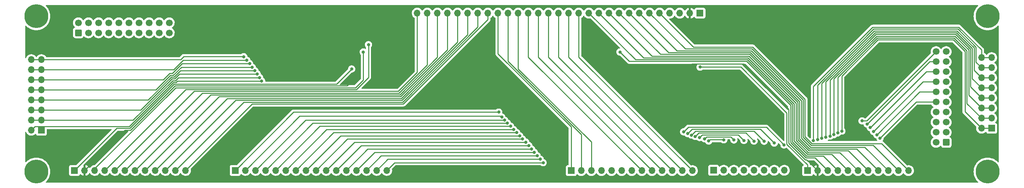
<source format=gbr>
%TF.GenerationSoftware,KiCad,Pcbnew,(6.0.0-0)*%
%TF.CreationDate,2022-03-10T23:15:01-05:00*%
%TF.ProjectId,Backplane-Connector-2022,4261636b-706c-4616-9e65-2d436f6e6e65,rev?*%
%TF.SameCoordinates,Original*%
%TF.FileFunction,Copper,L1,Top*%
%TF.FilePolarity,Positive*%
%FSLAX46Y46*%
G04 Gerber Fmt 4.6, Leading zero omitted, Abs format (unit mm)*
G04 Created by KiCad (PCBNEW (6.0.0-0)) date 2022-03-10 23:15:01*
%MOMM*%
%LPD*%
G01*
G04 APERTURE LIST*
G04 Aperture macros list*
%AMRoundRect*
0 Rectangle with rounded corners*
0 $1 Rounding radius*
0 $2 $3 $4 $5 $6 $7 $8 $9 X,Y pos of 4 corners*
0 Add a 4 corners polygon primitive as box body*
4,1,4,$2,$3,$4,$5,$6,$7,$8,$9,$2,$3,0*
0 Add four circle primitives for the rounded corners*
1,1,$1+$1,$2,$3*
1,1,$1+$1,$4,$5*
1,1,$1+$1,$6,$7*
1,1,$1+$1,$8,$9*
0 Add four rect primitives between the rounded corners*
20,1,$1+$1,$2,$3,$4,$5,0*
20,1,$1+$1,$4,$5,$6,$7,0*
20,1,$1+$1,$6,$7,$8,$9,0*
20,1,$1+$1,$8,$9,$2,$3,0*%
G04 Aperture macros list end*
%TA.AperFunction,ComponentPad*%
%ADD10C,0.800000*%
%TD*%
%TA.AperFunction,ComponentPad*%
%ADD11C,6.000000*%
%TD*%
%TA.AperFunction,ComponentPad*%
%ADD12R,1.700000X1.700000*%
%TD*%
%TA.AperFunction,ComponentPad*%
%ADD13O,1.700000X1.700000*%
%TD*%
%TA.AperFunction,ComponentPad*%
%ADD14RoundRect,0.250000X0.600000X0.600000X-0.600000X0.600000X-0.600000X-0.600000X0.600000X-0.600000X0*%
%TD*%
%TA.AperFunction,ComponentPad*%
%ADD15C,1.700000*%
%TD*%
%TA.AperFunction,ComponentPad*%
%ADD16RoundRect,0.250000X0.600000X-0.600000X0.600000X0.600000X-0.600000X0.600000X-0.600000X-0.600000X0*%
%TD*%
%TA.AperFunction,ViaPad*%
%ADD17C,0.800000*%
%TD*%
%TA.AperFunction,Conductor*%
%ADD18C,0.250000*%
%TD*%
G04 APERTURE END LIST*
D10*
%TO.P,REF\u002A\u002A,1*%
%TO.N,N/C*%
X335588000Y-100347000D03*
X339428990Y-98756010D03*
X336247010Y-101937990D03*
X340088000Y-100347000D03*
D11*
X337838000Y-100347000D03*
D10*
X339428990Y-101937990D03*
X336247010Y-98756010D03*
X337838000Y-98097000D03*
X337838000Y-102597000D03*
%TD*%
D12*
%TO.P,J6,1,Pin_1*%
%TO.N,BUS0*%
X99840000Y-129050000D03*
D13*
%TO.P,J6,2,Pin_2*%
X97300000Y-129050000D03*
%TO.P,J6,3,Pin_3*%
%TO.N,BUS1*%
X99840000Y-126510000D03*
%TO.P,J6,4,Pin_4*%
X97300000Y-126510000D03*
%TO.P,J6,5,Pin_5*%
%TO.N,BUS2*%
X99840000Y-123970000D03*
%TO.P,J6,6,Pin_6*%
X97300000Y-123970000D03*
%TO.P,J6,7,Pin_7*%
%TO.N,BUS3*%
X99840000Y-121430000D03*
%TO.P,J6,8,Pin_8*%
X97300000Y-121430000D03*
%TO.P,J6,9,Pin_9*%
%TO.N,BUS4*%
X99840000Y-118890000D03*
%TO.P,J6,10,Pin_10*%
X97300000Y-118890000D03*
%TO.P,J6,11,Pin_11*%
%TO.N,BUS5*%
X99840000Y-116350000D03*
%TO.P,J6,12,Pin_12*%
X97300000Y-116350000D03*
%TO.P,J6,13,Pin_13*%
%TO.N,BUS6*%
X99840000Y-113810000D03*
%TO.P,J6,14,Pin_14*%
X97300000Y-113810000D03*
%TO.P,J6,15,Pin_15*%
%TO.N,BUS7*%
X99840000Y-111270000D03*
%TO.P,J6,16,Pin_16*%
X97300000Y-111270000D03*
%TD*%
D12*
%TO.P,J1,1,Pin_1*%
%TO.N,VCC*%
X108180000Y-139163758D03*
D13*
%TO.P,J1,2,Pin_2*%
%TO.N,GND*%
X110720000Y-139163758D03*
%TO.P,J1,3,Pin_3*%
%TO.N,CLOCK*%
X113260000Y-139163758D03*
%TO.P,J1,4,Pin_4*%
%TO.N,RESET*%
X115800000Y-139163758D03*
%TO.P,J1,5,Pin_5*%
%TO.N,~{SP_DEC}*%
X118340000Y-139163758D03*
%TO.P,J1,6,Pin_6*%
%TO.N,~{SP_INC}*%
X120880000Y-139163758D03*
%TO.P,J1,7,Pin_7*%
%TO.N,~{SP_LOAD}*%
X123420000Y-139163758D03*
%TO.P,J1,8,Pin_8*%
%TO.N,~{SP_BUS_OUT}*%
X125960000Y-139163758D03*
%TO.P,J1,9,Pin_9*%
%TO.N,~{PC_DEC}*%
X128500000Y-139163758D03*
%TO.P,J1,10,Pin_10*%
%TO.N,~{PC_INC}*%
X131040000Y-139163758D03*
%TO.P,J1,11,Pin_11*%
%TO.N,~{PC_LOAD}*%
X133580000Y-139163758D03*
%TO.P,J1,12,Pin_12*%
%TO.N,~{PC_BUS_OUT}*%
X136120000Y-139163758D03*
%TD*%
D10*
%TO.P,REF\u002A\u002A,1*%
%TO.N,N/C*%
X96979010Y-101937990D03*
X100160990Y-98756010D03*
D11*
X98570000Y-100347000D03*
D10*
X100820000Y-100347000D03*
X100160990Y-101937990D03*
X98570000Y-102597000D03*
X96979010Y-98756010D03*
X98570000Y-98097000D03*
X96320000Y-100347000D03*
%TD*%
D12*
%TO.P,J3,1,Pin_1*%
%TO.N,A0*%
X148600000Y-139163758D03*
D13*
%TO.P,J3,2,Pin_2*%
%TO.N,A1*%
X151140000Y-139163758D03*
%TO.P,J3,3,Pin_3*%
%TO.N,A2*%
X153680000Y-139163758D03*
%TO.P,J3,4,Pin_4*%
%TO.N,A3*%
X156220000Y-139163758D03*
%TO.P,J3,5,Pin_5*%
%TO.N,A4*%
X158760000Y-139163758D03*
%TO.P,J3,6,Pin_6*%
%TO.N,A5*%
X161300000Y-139163758D03*
%TO.P,J3,7,Pin_7*%
%TO.N,A6*%
X163840000Y-139163758D03*
%TO.P,J3,8,Pin_8*%
%TO.N,A7*%
X166380000Y-139163758D03*
%TO.P,J3,9,Pin_9*%
%TO.N,A8*%
X168920000Y-139163758D03*
%TO.P,J3,10,Pin_10*%
%TO.N,A9*%
X171460000Y-139163758D03*
%TO.P,J3,11,Pin_11*%
%TO.N,A10*%
X174000000Y-139163758D03*
%TO.P,J3,12,Pin_12*%
%TO.N,A11*%
X176540000Y-139163758D03*
%TO.P,J3,13,Pin_13*%
%TO.N,A12*%
X179080000Y-139163758D03*
%TO.P,J3,14,Pin_14*%
%TO.N,A13*%
X181620000Y-139163758D03*
%TO.P,J3,15,Pin_15*%
%TO.N,A14*%
X184160000Y-139163758D03*
%TO.P,J3,16,Pin_16*%
%TO.N,A15*%
X186700000Y-139163758D03*
%TD*%
D10*
%TO.P,REF\u002A\u002A,1*%
%TO.N,N/C*%
X335588000Y-139463000D03*
X336247010Y-137872010D03*
X339428990Y-137872010D03*
D11*
X337838000Y-139463000D03*
D10*
X337838000Y-141713000D03*
X339428990Y-141053990D03*
X337838000Y-137213000D03*
X336247010Y-141053990D03*
X340088000Y-139463000D03*
%TD*%
D12*
%TO.P,J5,1,Pin_1*%
%TO.N,BUS0*%
X338854000Y-128540000D03*
D13*
%TO.P,J5,2,Pin_2*%
X336314000Y-128540000D03*
%TO.P,J5,3,Pin_3*%
%TO.N,BUS1*%
X338854000Y-126000000D03*
%TO.P,J5,4,Pin_4*%
X336314000Y-126000000D03*
%TO.P,J5,5,Pin_5*%
%TO.N,BUS2*%
X338854000Y-123460000D03*
%TO.P,J5,6,Pin_6*%
X336314000Y-123460000D03*
%TO.P,J5,7,Pin_7*%
%TO.N,BUS3*%
X338854000Y-120920000D03*
%TO.P,J5,8,Pin_8*%
X336314000Y-120920000D03*
%TO.P,J5,9,Pin_9*%
%TO.N,BUS4*%
X338854000Y-118380000D03*
%TO.P,J5,10,Pin_10*%
X336314000Y-118380000D03*
%TO.P,J5,11,Pin_11*%
%TO.N,BUS5*%
X338854000Y-115840000D03*
%TO.P,J5,12,Pin_12*%
X336314000Y-115840000D03*
%TO.P,J5,13,Pin_13*%
%TO.N,BUS6*%
X338854000Y-113300000D03*
%TO.P,J5,14,Pin_14*%
X336314000Y-113300000D03*
%TO.P,J5,15,Pin_15*%
%TO.N,BUS7*%
X338854000Y-110760000D03*
%TO.P,J5,16,Pin_16*%
X336314000Y-110760000D03*
%TD*%
D12*
%TO.P,J7,1,Pin_1*%
%TO.N,BUS0*%
X268929000Y-139127000D03*
D13*
%TO.P,J7,2,Pin_2*%
%TO.N,BUS1*%
X271469000Y-139127000D03*
%TO.P,J7,3,Pin_3*%
%TO.N,BUS2*%
X274009000Y-139127000D03*
%TO.P,J7,4,Pin_4*%
%TO.N,BUS3*%
X276549000Y-139127000D03*
%TO.P,J7,5,Pin_5*%
%TO.N,BUS4*%
X279089000Y-139127000D03*
%TO.P,J7,6,Pin_6*%
%TO.N,BUS5*%
X281629000Y-139127000D03*
%TO.P,J7,7,Pin_7*%
%TO.N,BUS6*%
X284169000Y-139127000D03*
%TO.P,J7,8,Pin_8*%
%TO.N,BUS7*%
X286709000Y-139127000D03*
%TD*%
D12*
%TO.P,J4,1,Pin_1*%
%TO.N,VCC*%
X292550000Y-139209000D03*
D13*
%TO.P,J4,2,Pin_2*%
%TO.N,GND*%
X295090000Y-139209000D03*
%TO.P,J4,3,Pin_3*%
%TO.N,CLOCK*%
X297630000Y-139209000D03*
%TO.P,J4,4,Pin_4*%
%TO.N,~{LATCH_ACCUMULATOR}*%
X300170000Y-139209000D03*
%TO.P,J4,5,Pin_5*%
%TO.N,~{LATCH_B}*%
X302710000Y-139209000D03*
%TO.P,J4,6,Pin_6*%
%TO.N,ALU_FUNC_0*%
X305250000Y-139209000D03*
%TO.P,J4,7,Pin_7*%
%TO.N,ALU_FUNC_1*%
X307790000Y-139209000D03*
%TO.P,J4,8,Pin_8*%
%TO.N,ALU_FUNC_2*%
X310330000Y-139209000D03*
%TO.P,J4,9,Pin_9*%
%TO.N,ALU_FUNC_3*%
X312870000Y-139209000D03*
%TO.P,J4,10,Pin_10*%
%TO.N,ALU_FUNC_4*%
X315410000Y-139209000D03*
%TO.P,J4,11,Pin_11*%
%TO.N,ALU_FUNC_5*%
X317950000Y-139209000D03*
%TD*%
D14*
%TO.P,J10,1,Pin_1*%
%TO.N,A0*%
X327422500Y-132110000D03*
D15*
%TO.P,J10,2,Pin_2*%
%TO.N,unconnected-(J10-Pad2)*%
X324882500Y-132110000D03*
%TO.P,J10,3,Pin_3*%
%TO.N,A1*%
X327422500Y-129570000D03*
%TO.P,J10,4,Pin_4*%
%TO.N,unconnected-(J10-Pad4)*%
X324882500Y-129570000D03*
%TO.P,J10,5,Pin_5*%
%TO.N,A2*%
X327422500Y-127030000D03*
%TO.P,J10,6,Pin_6*%
%TO.N,unconnected-(J10-Pad6)*%
X324882500Y-127030000D03*
%TO.P,J10,7,Pin_7*%
%TO.N,A3*%
X327422500Y-124490000D03*
%TO.P,J10,8,Pin_8*%
%TO.N,unconnected-(J10-Pad8)*%
X324882500Y-124490000D03*
%TO.P,J10,9,Pin_9*%
%TO.N,A4*%
X327422500Y-121950000D03*
%TO.P,J10,10,Pin_10*%
%TO.N,A15*%
X324882500Y-121950000D03*
%TO.P,J10,11,Pin_11*%
%TO.N,A5*%
X327422500Y-119410000D03*
%TO.P,J10,12,Pin_12*%
%TO.N,A14*%
X324882500Y-119410000D03*
%TO.P,J10,13,Pin_13*%
%TO.N,A6*%
X327422500Y-116870000D03*
%TO.P,J10,14,Pin_14*%
%TO.N,A13*%
X324882500Y-116870000D03*
%TO.P,J10,15,Pin_15*%
%TO.N,A7*%
X327422500Y-114330000D03*
%TO.P,J10,16,Pin_16*%
%TO.N,A12*%
X324882500Y-114330000D03*
%TO.P,J10,17,Pin_17*%
%TO.N,A8*%
X327422500Y-111790000D03*
%TO.P,J10,18,Pin_18*%
%TO.N,A11*%
X324882500Y-111790000D03*
%TO.P,J10,19,Pin_19*%
%TO.N,A9*%
X327422500Y-109250000D03*
%TO.P,J10,20,Pin_20*%
%TO.N,A10*%
X324882500Y-109250000D03*
%TD*%
D12*
%TO.P,J9,1,Pin_1*%
%TO.N,~{FLAGS_OUT}*%
X233115000Y-139209000D03*
D13*
%TO.P,J9,2,Pin_2*%
%TO.N,RESTORE_FLAGS*%
X235655000Y-139209000D03*
%TO.P,J9,3,Pin_3*%
%TO.N,~{LATCH_FLAGS}*%
X238195000Y-139209000D03*
%TO.P,J9,4,Pin_4*%
%TO.N,unconnected-(J9-Pad4)*%
X240735000Y-139209000D03*
%TO.P,J9,5,Pin_5*%
%TO.N,unconnected-(J9-Pad5)*%
X243275000Y-139209000D03*
%TO.P,J9,6,Pin_6*%
%TO.N,unconnected-(J9-Pad6)*%
X245815000Y-139209000D03*
%TO.P,J9,7,Pin_7*%
%TO.N,unconnected-(J9-Pad7)*%
X248355000Y-139209000D03*
%TO.P,J9,8,Pin_8*%
%TO.N,JCC_LD_PC_COND*%
X250895000Y-139209000D03*
%TO.P,J9,9,Pin_9*%
%TO.N,~{JCC_EN}*%
X253435000Y-139209000D03*
%TO.P,J9,10,Pin_10*%
%TO.N,JCC_ADR3*%
X255975000Y-139209000D03*
%TO.P,J9,11,Pin_11*%
%TO.N,JCC_ADR2*%
X258515000Y-139209000D03*
%TO.P,J9,12,Pin_12*%
%TO.N,JCC_ADR1*%
X261055000Y-139209000D03*
%TO.P,J9,13,Pin_13*%
%TO.N,JCC_ADR0*%
X263595000Y-139209000D03*
%TD*%
D10*
%TO.P,REF\u002A\u002A,1*%
%TO.N,N/C*%
X98570000Y-137213000D03*
X98570000Y-141713000D03*
X100160990Y-141053990D03*
X96320000Y-139463000D03*
X100820000Y-139463000D03*
X100160990Y-137872010D03*
X96979010Y-137872010D03*
X96979010Y-141053990D03*
D11*
X98570000Y-139463000D03*
%TD*%
D12*
%TO.P,J2,1,Pin_1*%
%TO.N,VCC*%
X265500000Y-99570000D03*
D13*
%TO.P,J2,2,Pin_2*%
%TO.N,GND*%
X262960000Y-99570000D03*
%TO.P,J2,3,Pin_3*%
%TO.N,CLOCK*%
X260420000Y-99570000D03*
%TO.P,J2,4,Pin_4*%
%TO.N,RESET*%
X257880000Y-99570000D03*
%TO.P,J2,5,Pin_5*%
%TO.N,ALU_FUNC_5*%
X255340000Y-99570000D03*
%TO.P,J2,6,Pin_6*%
%TO.N,ALU_FUNC_4*%
X252800000Y-99570000D03*
%TO.P,J2,7,Pin_7*%
%TO.N,ALU_FUNC_3*%
X250260000Y-99570000D03*
%TO.P,J2,8,Pin_8*%
%TO.N,ALU_FUNC_2*%
X247720000Y-99570000D03*
%TO.P,J2,9,Pin_9*%
%TO.N,ALU_FUNC_1*%
X245180000Y-99570000D03*
%TO.P,J2,10,Pin_10*%
%TO.N,ALU_FUNC_0*%
X242640000Y-99570000D03*
%TO.P,J2,11,Pin_11*%
%TO.N,~{LATCH_B}*%
X240100000Y-99570000D03*
%TO.P,J2,12,Pin_12*%
%TO.N,~{LATCH_ACCUMULATOR}*%
X237560000Y-99570000D03*
%TO.P,J2,13,Pin_13*%
%TO.N,JCC_ADR0*%
X235020000Y-99570000D03*
%TO.P,J2,14,Pin_14*%
%TO.N,JCC_ADR1*%
X232480000Y-99570000D03*
%TO.P,J2,15,Pin_15*%
%TO.N,JCC_ADR2*%
X229940000Y-99570000D03*
%TO.P,J2,16,Pin_16*%
%TO.N,JCC_ADR3*%
X227400000Y-99570000D03*
%TO.P,J2,17,Pin_17*%
%TO.N,~{JCC_EN}*%
X224860000Y-99570000D03*
%TO.P,J2,18,Pin_18*%
%TO.N,JCC_LD_PC_COND*%
X222320000Y-99570000D03*
%TO.P,J2,19,Pin_19*%
%TO.N,~{LATCH_FLAGS}*%
X219780000Y-99570000D03*
%TO.P,J2,20,Pin_20*%
%TO.N,RESTORE_FLAGS*%
X217240000Y-99570000D03*
%TO.P,J2,21,Pin_21*%
%TO.N,~{FLAGS_OUT}*%
X214700000Y-99570000D03*
%TO.P,J2,22,Pin_22*%
%TO.N,~{PC_BUS_OUT}*%
X212160000Y-99570000D03*
%TO.P,J2,23,Pin_23*%
%TO.N,~{PC_LOAD}*%
X209620000Y-99570000D03*
%TO.P,J2,24,Pin_24*%
%TO.N,~{PC_INC}*%
X207080000Y-99570000D03*
%TO.P,J2,25,Pin_25*%
%TO.N,~{PC_DEC}*%
X204540000Y-99570000D03*
%TO.P,J2,26,Pin_26*%
%TO.N,~{SP_BUS_OUT}*%
X202000000Y-99570000D03*
%TO.P,J2,27,Pin_27*%
%TO.N,~{SP_LOAD}*%
X199460000Y-99570000D03*
%TO.P,J2,28,Pin_28*%
%TO.N,~{SP_INC}*%
X196920000Y-99570000D03*
%TO.P,J2,29,Pin_29*%
%TO.N,~{SP_DEC}*%
X194380000Y-99570000D03*
%TD*%
D16*
%TO.P,J8,1,Pin_1*%
%TO.N,A0*%
X109140000Y-104526000D03*
D15*
%TO.P,J8,2,Pin_2*%
%TO.N,unconnected-(J8-Pad2)*%
X109140000Y-101986000D03*
%TO.P,J8,3,Pin_3*%
%TO.N,A1*%
X111680000Y-104526000D03*
%TO.P,J8,4,Pin_4*%
%TO.N,unconnected-(J8-Pad4)*%
X111680000Y-101986000D03*
%TO.P,J8,5,Pin_5*%
%TO.N,A2*%
X114220000Y-104526000D03*
%TO.P,J8,6,Pin_6*%
%TO.N,unconnected-(J8-Pad6)*%
X114220000Y-101986000D03*
%TO.P,J8,7,Pin_7*%
%TO.N,A3*%
X116760000Y-104526000D03*
%TO.P,J8,8,Pin_8*%
%TO.N,unconnected-(J8-Pad8)*%
X116760000Y-101986000D03*
%TO.P,J8,9,Pin_9*%
%TO.N,A4*%
X119300000Y-104526000D03*
%TO.P,J8,10,Pin_10*%
%TO.N,A15*%
X119300000Y-101986000D03*
%TO.P,J8,11,Pin_11*%
%TO.N,A5*%
X121840000Y-104526000D03*
%TO.P,J8,12,Pin_12*%
%TO.N,A14*%
X121840000Y-101986000D03*
%TO.P,J8,13,Pin_13*%
%TO.N,A6*%
X124380000Y-104526000D03*
%TO.P,J8,14,Pin_14*%
%TO.N,A13*%
X124380000Y-101986000D03*
%TO.P,J8,15,Pin_15*%
%TO.N,A7*%
X126920000Y-104526000D03*
%TO.P,J8,16,Pin_16*%
%TO.N,A12*%
X126920000Y-101986000D03*
%TO.P,J8,17,Pin_17*%
%TO.N,A8*%
X129460000Y-104526000D03*
%TO.P,J8,18,Pin_18*%
%TO.N,A11*%
X129460000Y-101986000D03*
%TO.P,J8,19,Pin_19*%
%TO.N,A9*%
X132000000Y-104526000D03*
%TO.P,J8,20,Pin_20*%
%TO.N,A10*%
X132000000Y-101986000D03*
%TD*%
D17*
%TO.N,RESET*%
X182120000Y-107510000D03*
%TO.N,CLOCK*%
X180810000Y-109350000D03*
X245360000Y-109350000D03*
%TO.N,GND*%
X179390000Y-111980000D03*
X263000856Y-112895500D03*
%TO.N,VCC*%
X265510000Y-113150000D03*
X177890000Y-113620000D03*
%TO.N,BUS0*%
X155260000Y-116670000D03*
X301180000Y-129260000D03*
%TO.N,BUS1*%
X271469000Y-131461000D03*
X300150000Y-129710000D03*
X267670000Y-131760000D03*
X154730000Y-115800000D03*
%TO.N,BUS2*%
X154160000Y-114920000D03*
X299180000Y-130150000D03*
X266660000Y-131210000D03*
X274020000Y-131490000D03*
%TO.N,BUS3*%
X153530000Y-114040000D03*
X265390000Y-130880000D03*
X276549000Y-131631000D03*
X298220000Y-130530000D03*
%TO.N,BUS4*%
X279089000Y-131791000D03*
X264297760Y-130599572D03*
X297150000Y-130790000D03*
X152860000Y-113160000D03*
%TO.N,BUS5*%
X263352649Y-130274350D03*
X281629000Y-131821000D03*
X152220000Y-112280000D03*
X296110000Y-131070000D03*
%TO.N,BUS6*%
X284169000Y-132271000D03*
X295070000Y-131400000D03*
X151510000Y-111420000D03*
X262430000Y-129890000D03*
%TO.N,BUS7*%
X261380000Y-129450000D03*
X294000000Y-131689412D03*
X150750000Y-110530000D03*
X286636883Y-132744723D03*
%TO.N,A0*%
X214884000Y-124497500D03*
%TO.N,A1*%
X215646000Y-125730000D03*
%TO.N,A2*%
X216347521Y-126525500D03*
%TO.N,A3*%
X217060000Y-127260000D03*
%TO.N,A4*%
X217860000Y-128050000D03*
%TO.N,A5*%
X218610000Y-128895500D03*
%TO.N,A6*%
X219390000Y-129620000D03*
%TO.N,A7*%
X220150000Y-130440000D03*
%TO.N,A8*%
X220840000Y-131260000D03*
%TO.N,A9*%
X221670000Y-132040000D03*
%TO.N,A15*%
X310780000Y-131040000D03*
X226050000Y-137220000D03*
%TO.N,A14*%
X309960000Y-130180000D03*
X225310000Y-136350000D03*
%TO.N,A13*%
X309130000Y-129330000D03*
X224550000Y-135480000D03*
%TO.N,A12*%
X223840000Y-134610000D03*
X308330000Y-128380000D03*
%TO.N,A11*%
X307550000Y-127510000D03*
X223140000Y-133770000D03*
%TO.N,A10*%
X222440000Y-132900000D03*
X306270000Y-126680000D03*
%TD*%
D18*
%TO.N,RESET*%
X182120000Y-115750000D02*
X182120000Y-107510000D01*
X136170291Y-118793467D02*
X179076533Y-118793467D01*
X115800000Y-139163758D02*
X136170291Y-118793467D01*
X179076533Y-118793467D02*
X182120000Y-115750000D01*
%TO.N,CLOCK*%
X292145705Y-136010001D02*
X288299511Y-132163807D01*
X294431001Y-136010001D02*
X292145705Y-136010001D01*
X178846044Y-118343956D02*
X133624044Y-118343956D01*
X297630000Y-139209000D02*
X294431001Y-136010001D01*
X277236193Y-111710489D02*
X247720489Y-111710489D01*
X180810000Y-116380000D02*
X178846044Y-118343956D01*
X288299510Y-122773806D02*
X277236193Y-111710489D01*
X133624044Y-118343956D02*
X113260000Y-138708000D01*
X180810000Y-109350000D02*
X180810000Y-116380000D01*
X288299511Y-132163807D02*
X288299510Y-122773806D01*
X247720489Y-111710489D02*
X245360000Y-109350000D01*
X113260000Y-138708000D02*
X113260000Y-139163758D01*
%TO.N,GND*%
X290200000Y-134700000D02*
X287850000Y-132350000D01*
X276480000Y-112390000D02*
X263506356Y-112390000D01*
X291940000Y-136460000D02*
X290200000Y-134720000D01*
X287850000Y-123760000D02*
X276480000Y-112390000D01*
X179390000Y-115250000D02*
X179390000Y-111980000D01*
X133437851Y-117894445D02*
X176745555Y-117894445D01*
X292341000Y-136460000D02*
X291940000Y-136460000D01*
X263506356Y-112390000D02*
X263000856Y-112895500D01*
X122320339Y-129011957D02*
X133437851Y-117894445D01*
X287850000Y-132350000D02*
X287850000Y-123760000D01*
X290200000Y-134720000D02*
X290200000Y-134700000D01*
X295090000Y-139209000D02*
X292341000Y-136460000D01*
X176745555Y-117894445D02*
X179390000Y-115250000D01*
X110720000Y-139163758D02*
X120871801Y-129011957D01*
X120871801Y-129011957D02*
X122320339Y-129011957D01*
%TO.N,VCC*%
X118781312Y-128562446D02*
X122134146Y-128562446D01*
X287340000Y-124690000D02*
X287340000Y-132570000D01*
X174065066Y-117444934D02*
X177890000Y-113620000D01*
X287340000Y-132570000D02*
X292550000Y-137780000D01*
X265510000Y-113150000D02*
X275800000Y-113150000D01*
X275800000Y-113150000D02*
X287340000Y-124690000D01*
X122134146Y-128562446D02*
X133251658Y-117444934D01*
X292550000Y-137780000D02*
X292550000Y-139209000D01*
X108180000Y-139163758D02*
X118781312Y-128562446D01*
X133251658Y-117444934D02*
X174065066Y-117444934D01*
%TO.N,BUS0*%
X301180000Y-115370000D02*
X310280000Y-106270000D01*
X134064224Y-116670000D02*
X133738800Y-116995424D01*
X329220000Y-106270000D02*
X332140000Y-109190000D01*
X133738800Y-116995424D02*
X133065464Y-116995424D01*
X301180000Y-115370000D02*
X301180000Y-129260000D01*
X310280000Y-106270000D02*
X329220000Y-106270000D01*
X121947953Y-128112935D02*
X98237065Y-128112935D01*
X133065464Y-116995424D02*
X121947953Y-128112935D01*
X338854000Y-128540000D02*
X336314000Y-128540000D01*
X332140000Y-124366000D02*
X332140000Y-109190000D01*
X336314000Y-128540000D02*
X332140000Y-124366000D01*
X155260000Y-116670000D02*
X134064224Y-116670000D01*
X98237065Y-128112935D02*
X97300000Y-129050000D01*
%TO.N,BUS1*%
X271469000Y-131461000D02*
X271438000Y-131430000D01*
X336314000Y-126000000D02*
X338854000Y-126000000D01*
X271438000Y-131430000D02*
X268000000Y-131430000D01*
X134298520Y-115800000D02*
X154730000Y-115800000D01*
X122915184Y-126510000D02*
X132879271Y-116545913D01*
X268000000Y-131430000D02*
X267670000Y-131760000D01*
X97300000Y-126510000D02*
X122915184Y-126510000D01*
X310093807Y-105820489D02*
X329420489Y-105820489D01*
X332620000Y-122306000D02*
X336314000Y-126000000D01*
X300150000Y-115764296D02*
X310093807Y-105820489D01*
X329420489Y-105820489D02*
X332620000Y-109020000D01*
X132879271Y-116545913D02*
X133552607Y-116545913D01*
X300150000Y-129710000D02*
X300150000Y-115764296D01*
X332620000Y-109020000D02*
X332620000Y-122306000D01*
X133552607Y-116545913D02*
X134298520Y-115800000D01*
%TO.N,BUS2*%
X274020000Y-131490000D02*
X273220000Y-130690000D01*
X338854000Y-123460000D02*
X336314000Y-123460000D01*
X329606682Y-105370978D02*
X309907613Y-105370979D01*
X154160000Y-114920000D02*
X134542816Y-114920000D01*
X299180000Y-116098592D02*
X299180000Y-130150000D01*
X273220000Y-130690000D02*
X267180000Y-130690000D01*
X333069510Y-108833806D02*
X329606682Y-105370978D01*
X134542816Y-114920000D02*
X133366413Y-116096403D01*
X336314000Y-123460000D02*
X333069510Y-120215510D01*
X267180000Y-130690000D02*
X266660000Y-131210000D01*
X132693077Y-116096403D02*
X124819480Y-123970000D01*
X124819480Y-123970000D02*
X97300000Y-123970000D01*
X333069510Y-120215510D02*
X333069510Y-108833806D01*
X133366413Y-116096403D02*
X132693077Y-116096403D01*
X309907613Y-105370979D02*
X299180000Y-116098592D01*
%TO.N,BUS3*%
X266090979Y-130179021D02*
X275097021Y-130179021D01*
X265390000Y-130880000D02*
X266090979Y-130179021D01*
X298220000Y-116422888D02*
X298220000Y-130530000D01*
X133180220Y-115646892D02*
X134787112Y-114040000D01*
X333519020Y-108647612D02*
X329792875Y-104921467D01*
X275097021Y-130179021D02*
X276549000Y-131631000D01*
X329792875Y-104921467D02*
X309721419Y-104921469D01*
X126723776Y-121430000D02*
X132506884Y-115646892D01*
X132506884Y-115646892D02*
X133180220Y-115646892D01*
X309721419Y-104921469D02*
X298220000Y-116422888D01*
X336314000Y-120920000D02*
X338854000Y-120920000D01*
X336314000Y-120920000D02*
X333519020Y-118125020D01*
X333519020Y-118125020D02*
X333519020Y-108647612D01*
X97300000Y-121430000D02*
X126723776Y-121430000D01*
X134787112Y-114040000D02*
X153530000Y-114040000D01*
%TO.N,BUS4*%
X128628072Y-118890000D02*
X97300000Y-118890000D01*
X333968530Y-116034530D02*
X333968530Y-108461400D01*
X132320690Y-115197382D02*
X128628072Y-118890000D01*
X279089000Y-131791000D02*
X277027511Y-129729511D01*
X309535230Y-104471959D02*
X297150000Y-116857189D01*
X336314000Y-118380000D02*
X333968530Y-116034530D01*
X329979089Y-104471959D02*
X309535230Y-104471959D01*
X277027511Y-129729511D02*
X265167821Y-129729511D01*
X265167821Y-129729511D02*
X264297760Y-130599572D01*
X333968530Y-108461400D02*
X329979089Y-104471959D01*
X132994026Y-115197382D02*
X132320690Y-115197382D01*
X135031408Y-113160000D02*
X132994026Y-115197382D01*
X297150000Y-116857189D02*
X297150000Y-130790000D01*
X338854000Y-118380000D02*
X336314000Y-118380000D01*
X152860000Y-113160000D02*
X135031408Y-113160000D01*
%TO.N,BUS5*%
X309349041Y-104022449D02*
X296110000Y-117261490D01*
X132807833Y-114747871D02*
X135275704Y-112280000D01*
X132134497Y-114747871D02*
X132807833Y-114747871D01*
X296110000Y-117261490D02*
X296110000Y-131070000D01*
X330165302Y-104022449D02*
X309349041Y-104022449D01*
X336314000Y-115840000D02*
X338854000Y-115840000D01*
X281629000Y-131821000D02*
X279088000Y-129280000D01*
X279088000Y-129280000D02*
X264346999Y-129280000D01*
X336314000Y-115840000D02*
X334469022Y-113995022D01*
X97300000Y-116350000D02*
X130532368Y-116350000D01*
X334469022Y-108326169D02*
X330165302Y-104022449D01*
X135275704Y-112280000D02*
X152220000Y-112280000D01*
X334469022Y-113995022D02*
X334469022Y-108326169D01*
X130532368Y-116350000D02*
X132134497Y-114747871D01*
X264346999Y-129280000D02*
X263352649Y-130274350D01*
%TO.N,BUS6*%
X280710000Y-128810000D02*
X284169000Y-132269000D01*
X133150000Y-113770000D02*
X99880000Y-113770000D01*
X334918532Y-111904532D02*
X334918532Y-108115133D01*
X284169000Y-132271000D02*
X284169000Y-132269000D01*
X309161544Y-103572939D02*
X295070000Y-117664483D01*
X334918532Y-108115133D02*
X330376338Y-103572939D01*
X151510000Y-111420000D02*
X135500000Y-111420000D01*
X97300000Y-113810000D02*
X99840000Y-113810000D01*
X338854000Y-113300000D02*
X336314000Y-113300000D01*
X135500000Y-111420000D02*
X133150000Y-113770000D01*
X263510000Y-128810000D02*
X262430000Y-129890000D01*
X263510000Y-128810000D02*
X280710000Y-128810000D01*
X295070000Y-117664483D02*
X295070000Y-131400000D01*
X336314000Y-113300000D02*
X334918532Y-111904532D01*
X330376338Y-103572939D02*
X309161544Y-103572939D01*
%TO.N,BUS7*%
X150710000Y-110490000D02*
X150750000Y-110530000D01*
X309192274Y-103087798D02*
X309156643Y-103123429D01*
X336314000Y-108830014D02*
X330571784Y-103087798D01*
X135700000Y-110490000D02*
X150710000Y-110490000D01*
X261380000Y-129450000D02*
X262540000Y-128290000D01*
X134870000Y-111270000D02*
X135650000Y-110490000D01*
X336314000Y-110760000D02*
X336314000Y-108830014D01*
X282182160Y-128290000D02*
X286636883Y-132744723D01*
X294000000Y-118048133D02*
X294000000Y-131689412D01*
X308924704Y-103123429D02*
X294000000Y-118048133D01*
X97300000Y-111270000D02*
X134870000Y-111270000D01*
X309156643Y-103123429D02*
X308924704Y-103123429D01*
X135650000Y-110490000D02*
X135700000Y-110490000D01*
X336314000Y-110760000D02*
X338854000Y-110760000D01*
X262540000Y-128290000D02*
X282182160Y-128290000D01*
X330571784Y-103087798D02*
X309192274Y-103087798D01*
%TO.N,~{SP_DEC}*%
X194380000Y-114484000D02*
X189621021Y-119242979D01*
X194380000Y-99570000D02*
X194380000Y-114484000D01*
X189621021Y-119242979D02*
X138260779Y-119242979D01*
X138260779Y-119242979D02*
X118340000Y-139163758D01*
%TO.N,~{SP_INC}*%
X120880000Y-139163758D02*
X140351269Y-119692489D01*
X189807215Y-119692489D02*
X196920000Y-112579704D01*
X196920000Y-112579704D02*
X196920000Y-99570000D01*
X140351269Y-119692489D02*
X189807215Y-119692489D01*
%TO.N,~{SP_LOAD}*%
X142441758Y-120142000D02*
X123420000Y-139163758D01*
X199460000Y-99570000D02*
X199460000Y-110675408D01*
X189993408Y-120142000D02*
X142441758Y-120142000D01*
X199460000Y-110675408D02*
X189993408Y-120142000D01*
%TO.N,~{SP_BUS_OUT}*%
X144532247Y-120591511D02*
X125960000Y-139163758D01*
X202000000Y-108771112D02*
X190179601Y-120591511D01*
X202000000Y-99570000D02*
X202000000Y-108771112D01*
X190179601Y-120591511D02*
X144532247Y-120591511D01*
%TO.N,~{PC_DEC}*%
X204540000Y-99570000D02*
X204540000Y-106866815D01*
X190327345Y-121079470D02*
X146584288Y-121079470D01*
X146584288Y-121079470D02*
X128500000Y-139163758D01*
X204540000Y-106866815D02*
X190327345Y-121079470D01*
%TO.N,~{PC_INC}*%
X207080000Y-99570000D02*
X207080000Y-104962516D01*
X190513536Y-121528980D02*
X148674778Y-121528980D01*
X148674778Y-121528980D02*
X131040000Y-139163758D01*
X207080000Y-104962516D02*
X190513536Y-121528980D01*
%TO.N,~{PC_LOAD}*%
X209620000Y-99570000D02*
X209620000Y-103058224D01*
X190699734Y-121978490D02*
X150765268Y-121978490D01*
X209620000Y-103058224D02*
X190699734Y-121978490D01*
X150765268Y-121978490D02*
X133580000Y-139163758D01*
%TO.N,~{PC_BUS_OUT}*%
X152855758Y-122428000D02*
X190885928Y-122428000D01*
X136120000Y-139163758D02*
X152855758Y-122428000D01*
X190885928Y-122428000D02*
X212160000Y-101153928D01*
X212160000Y-101153928D02*
X212160000Y-99570000D01*
%TO.N,~{LATCH_ACCUMULATOR}*%
X292331898Y-135560490D02*
X296521490Y-135560490D01*
X296521490Y-135560490D02*
X300170000Y-139209000D01*
X288749021Y-122587613D02*
X288749022Y-131977614D01*
X237560000Y-99570000D02*
X249250979Y-111260979D01*
X288749022Y-131977614D02*
X292331898Y-135560490D01*
X277422387Y-111260979D02*
X288749021Y-122587613D01*
X249250979Y-111260979D02*
X277422387Y-111260979D01*
%TO.N,~{LATCH_B}*%
X240100000Y-99570000D02*
X251341469Y-110811469D01*
X298611980Y-135110980D02*
X302710000Y-139209000D01*
X251341469Y-110811469D02*
X277608581Y-110811469D01*
X289198532Y-122401420D02*
X289198533Y-131777120D01*
X277608581Y-110811469D02*
X289198532Y-122401420D01*
X289198533Y-131777120D02*
X292532392Y-135110979D01*
X292532392Y-135110979D02*
X298611980Y-135110980D01*
%TO.N,ALU_FUNC_0*%
X289648044Y-131590927D02*
X292718584Y-134661467D01*
X289648043Y-122215227D02*
X289648044Y-131590927D01*
X292718584Y-134661467D02*
X300702467Y-134661467D01*
X253431959Y-110361959D02*
X277794775Y-110361959D01*
X277794775Y-110361959D02*
X289648043Y-122215227D01*
X242640000Y-99570000D02*
X253431959Y-110361959D01*
X300702467Y-134661467D02*
X305250000Y-139209000D01*
%TO.N,ALU_FUNC_1*%
X290097555Y-122029022D02*
X290097555Y-131404734D01*
X277980982Y-109912449D02*
X290097555Y-122029022D01*
X290097555Y-131404734D02*
X292904777Y-134211956D01*
X255522449Y-109912449D02*
X277980982Y-109912449D01*
X245180000Y-99570000D02*
X255522449Y-109912449D01*
X302792956Y-134211956D02*
X307790000Y-139209000D01*
X292904777Y-134211956D02*
X302792956Y-134211956D01*
%TO.N,ALU_FUNC_2*%
X293090970Y-133762445D02*
X304883445Y-133762445D01*
X290547066Y-131218541D02*
X293090970Y-133762445D01*
X278167185Y-109462934D02*
X290547066Y-121842815D01*
X257612934Y-109462934D02*
X278167185Y-109462934D01*
X290547066Y-121842815D02*
X290547066Y-131218541D01*
X247720000Y-99570000D02*
X257612934Y-109462934D01*
X304883445Y-133762445D02*
X310330000Y-139209000D01*
%TO.N,ALU_FUNC_3*%
X306973934Y-133312934D02*
X312870000Y-139209000D01*
X290996577Y-121622343D02*
X290996577Y-131032348D01*
X259703416Y-109013416D02*
X278387650Y-109013416D01*
X278387650Y-109013416D02*
X290996577Y-121622343D01*
X293277163Y-133312934D02*
X306973934Y-133312934D01*
X250260000Y-99570000D02*
X259703416Y-109013416D01*
X290996577Y-131032348D02*
X293277163Y-133312934D01*
%TO.N,ALU_FUNC_4*%
X309064423Y-132863423D02*
X315410000Y-139209000D01*
X252800000Y-99570000D02*
X261793896Y-108563896D01*
X291446088Y-121436150D02*
X291446088Y-130846155D01*
X261793896Y-108563896D02*
X278573834Y-108563896D01*
X293463356Y-132863423D02*
X309064423Y-132863423D01*
X278573834Y-108563896D02*
X291446088Y-121436150D01*
X291446088Y-130846155D02*
X293463356Y-132863423D01*
%TO.N,ALU_FUNC_5*%
X263875613Y-108105613D02*
X278790552Y-108105613D01*
X255340000Y-99570000D02*
X263875613Y-108105613D01*
X278790552Y-108105613D02*
X291895605Y-121210666D01*
X311154913Y-132413913D02*
X317950000Y-139209000D01*
X291895605Y-130659968D02*
X293649549Y-132413912D01*
X293649549Y-132413912D02*
X311154913Y-132413913D01*
X291895605Y-121210666D02*
X291895605Y-130659968D01*
%TO.N,A0*%
X163266258Y-124497500D02*
X214884000Y-124497500D01*
X148600000Y-139163758D02*
X163266258Y-124497500D01*
%TO.N,A1*%
X215392000Y-125476000D02*
X215646000Y-125730000D01*
X151140000Y-139163758D02*
X164827758Y-125476000D01*
X164827758Y-125476000D02*
X215392000Y-125476000D01*
%TO.N,A2*%
X153680000Y-139163758D02*
X166318258Y-126525500D01*
X166318258Y-126525500D02*
X216347521Y-126525500D01*
%TO.N,A3*%
X168123758Y-127260000D02*
X217060000Y-127260000D01*
X156220000Y-139163758D02*
X168123758Y-127260000D01*
%TO.N,A4*%
X169873758Y-128050000D02*
X158760000Y-139163758D01*
X217860000Y-128050000D02*
X169873758Y-128050000D01*
%TO.N,A5*%
X171568258Y-128895500D02*
X218610000Y-128895500D01*
X161300000Y-139163758D02*
X171568258Y-128895500D01*
%TO.N,A6*%
X219390000Y-129620000D02*
X173383758Y-129620000D01*
X173383758Y-129620000D02*
X163840000Y-139163758D01*
%TO.N,A7*%
X175103758Y-130440000D02*
X220150000Y-130440000D01*
X166380000Y-139163758D02*
X175103758Y-130440000D01*
%TO.N,A8*%
X168920000Y-139163758D02*
X176823758Y-131260000D01*
X176823758Y-131260000D02*
X220840000Y-131260000D01*
%TO.N,A9*%
X178583758Y-132040000D02*
X171460000Y-139163758D01*
X221670000Y-132040000D02*
X178583758Y-132040000D01*
%TO.N,A15*%
X188643758Y-137220000D02*
X186700000Y-139163758D01*
X319870000Y-121950000D02*
X310780000Y-131040000D01*
X226050000Y-137220000D02*
X188643758Y-137220000D01*
X324882500Y-121950000D02*
X319870000Y-121950000D01*
%TO.N,A14*%
X309960000Y-130180000D02*
X320730000Y-119410000D01*
X186973758Y-136350000D02*
X225310000Y-136350000D01*
X320730000Y-119410000D02*
X324882500Y-119410000D01*
X184160000Y-139163758D02*
X186973758Y-136350000D01*
%TO.N,A13*%
X185303758Y-135480000D02*
X181620000Y-139163758D01*
X324882500Y-116870000D02*
X321590000Y-116870000D01*
X224550000Y-135480000D02*
X185303758Y-135480000D01*
X321590000Y-116870000D02*
X309130000Y-129330000D01*
%TO.N,A12*%
X308410000Y-128380000D02*
X322460000Y-114330000D01*
X322460000Y-114330000D02*
X324882500Y-114330000D01*
X179080000Y-139163758D02*
X183633758Y-134610000D01*
X183633758Y-134610000D02*
X223840000Y-134610000D01*
X308330000Y-128380000D02*
X308410000Y-128380000D01*
%TO.N,A11*%
X323270000Y-111790000D02*
X324882500Y-111790000D01*
X176540000Y-139163758D02*
X181933758Y-133770000D01*
X181933758Y-133770000D02*
X223140000Y-133770000D01*
X307550000Y-127510000D02*
X323270000Y-111790000D01*
%TO.N,A10*%
X174000000Y-139163758D02*
X180263758Y-132900000D01*
X324882500Y-109250000D02*
X307452500Y-126680000D01*
X180263758Y-132900000D02*
X222440000Y-132900000D01*
X307452500Y-126680000D02*
X306270000Y-126680000D01*
%TO.N,~{FLAGS_OUT}*%
X233115000Y-128213000D02*
X233115000Y-139209000D01*
X214700000Y-109798000D02*
X233115000Y-128213000D01*
X214700000Y-99570000D02*
X214700000Y-109798000D01*
%TO.N,RESTORE_FLAGS*%
X217240000Y-99570000D02*
X217240000Y-111702296D01*
X235655000Y-130117296D02*
X235655000Y-139209000D01*
X217240000Y-111702296D02*
X235655000Y-130117296D01*
%TO.N,~{LATCH_FLAGS}*%
X219780000Y-113606592D02*
X238195000Y-132021593D01*
X238195000Y-132021593D02*
X238195000Y-139209000D01*
X219780000Y-99570000D02*
X219780000Y-113606592D01*
%TO.N,JCC_LD_PC_COND*%
X222320000Y-110634000D02*
X250895000Y-139209000D01*
X222320000Y-99570000D02*
X222320000Y-110634000D01*
%TO.N,~{JCC_EN}*%
X224860000Y-110634000D02*
X253435000Y-139209000D01*
X224860000Y-99570000D02*
X224860000Y-110634000D01*
%TO.N,JCC_ADR3*%
X227400000Y-110634000D02*
X255975000Y-139209000D01*
X227400000Y-99570000D02*
X227400000Y-110634000D01*
%TO.N,JCC_ADR2*%
X229940000Y-110634000D02*
X258515000Y-139209000D01*
X229940000Y-99570000D02*
X229940000Y-110634000D01*
%TO.N,JCC_ADR1*%
X232480000Y-110634000D02*
X261055000Y-139209000D01*
X232480000Y-99570000D02*
X232480000Y-110634000D01*
%TO.N,JCC_ADR0*%
X235020000Y-99570000D02*
X235020000Y-110634000D01*
X235020000Y-110634000D02*
X263595000Y-139209000D01*
%TD*%
%TA.AperFunction,Conductor*%
%TO.N,GND*%
G36*
X335434162Y-97573002D02*
G01*
X335480655Y-97626658D01*
X335490759Y-97696932D01*
X335461265Y-97761512D01*
X335455136Y-97768095D01*
X335227098Y-97996133D01*
X334995668Y-98281925D01*
X334975256Y-98313357D01*
X334806610Y-98573051D01*
X334795380Y-98590343D01*
X334793885Y-98593277D01*
X334793881Y-98593284D01*
X334653082Y-98869618D01*
X334628427Y-98918006D01*
X334496639Y-99261326D01*
X334401459Y-99616541D01*
X334377982Y-99764767D01*
X334345066Y-99972596D01*
X334343931Y-99979759D01*
X334324685Y-100347000D01*
X334343931Y-100714241D01*
X334344444Y-100717481D01*
X334344445Y-100717489D01*
X334356996Y-100796731D01*
X334401459Y-101077459D01*
X334496639Y-101432674D01*
X334628427Y-101775994D01*
X334629925Y-101778934D01*
X334771051Y-102055908D01*
X334795380Y-102103657D01*
X334797176Y-102106423D01*
X334797178Y-102106426D01*
X334902715Y-102268939D01*
X334995668Y-102412075D01*
X335227098Y-102697867D01*
X335487133Y-102957902D01*
X335772925Y-103189332D01*
X335775700Y-103191134D01*
X336059772Y-103375612D01*
X336081342Y-103389620D01*
X336084276Y-103391115D01*
X336084283Y-103391119D01*
X336304903Y-103503530D01*
X336409006Y-103556573D01*
X336752326Y-103688361D01*
X337107541Y-103783541D01*
X337300558Y-103814112D01*
X337467511Y-103840555D01*
X337467519Y-103840556D01*
X337470759Y-103841069D01*
X337838000Y-103860315D01*
X338205241Y-103841069D01*
X338208481Y-103840556D01*
X338208489Y-103840555D01*
X338375442Y-103814112D01*
X338568459Y-103783541D01*
X338923674Y-103688361D01*
X339266994Y-103556573D01*
X339371097Y-103503530D01*
X339591717Y-103391119D01*
X339591724Y-103391115D01*
X339594658Y-103389620D01*
X339616229Y-103375612D01*
X339900300Y-103191134D01*
X339903075Y-103189332D01*
X340188867Y-102957902D01*
X340416905Y-102729864D01*
X340479217Y-102695838D01*
X340550032Y-102700903D01*
X340606868Y-102743450D01*
X340631679Y-102809970D01*
X340632000Y-102818959D01*
X340632000Y-136991041D01*
X340611998Y-137059162D01*
X340558342Y-137105655D01*
X340488068Y-137115759D01*
X340423488Y-137086265D01*
X340416905Y-137080136D01*
X340188867Y-136852098D01*
X339903075Y-136620668D01*
X339607750Y-136428882D01*
X339597427Y-136422178D01*
X339597424Y-136422176D01*
X339594658Y-136420380D01*
X339591724Y-136418885D01*
X339591717Y-136418881D01*
X339269934Y-136254925D01*
X339266994Y-136253427D01*
X338998612Y-136150405D01*
X338926764Y-136122825D01*
X338926762Y-136122824D01*
X338923674Y-136121639D01*
X338568459Y-136026459D01*
X338375442Y-135995888D01*
X338208489Y-135969445D01*
X338208481Y-135969444D01*
X338205241Y-135968931D01*
X337838000Y-135949685D01*
X337470759Y-135968931D01*
X337467519Y-135969444D01*
X337467511Y-135969445D01*
X337300558Y-135995888D01*
X337107541Y-136026459D01*
X336752326Y-136121639D01*
X336749238Y-136122824D01*
X336749236Y-136122825D01*
X336677388Y-136150405D01*
X336409006Y-136253427D01*
X336406066Y-136254925D01*
X336084284Y-136418881D01*
X336084277Y-136418885D01*
X336081343Y-136420380D01*
X336078577Y-136422176D01*
X336078574Y-136422178D01*
X335901377Y-136537251D01*
X335772925Y-136620668D01*
X335487133Y-136852098D01*
X335227098Y-137112133D01*
X334995668Y-137397925D01*
X334951481Y-137465968D01*
X334807269Y-137688036D01*
X334795380Y-137706343D01*
X334793885Y-137709277D01*
X334793881Y-137709284D01*
X334641741Y-138007876D01*
X334628427Y-138034006D01*
X334577497Y-138166684D01*
X334522151Y-138310866D01*
X334496639Y-138377326D01*
X334401459Y-138732541D01*
X334375040Y-138899342D01*
X334368424Y-138941119D01*
X334343931Y-139095759D01*
X334324685Y-139463000D01*
X334343931Y-139830241D01*
X334344444Y-139833481D01*
X334344445Y-139833489D01*
X334352468Y-139884144D01*
X334401459Y-140193459D01*
X334496639Y-140548674D01*
X334497824Y-140551762D01*
X334497825Y-140551764D01*
X334505042Y-140570564D01*
X334628427Y-140891994D01*
X334795380Y-141219657D01*
X334995668Y-141528075D01*
X335227098Y-141813867D01*
X335455136Y-142041905D01*
X335489162Y-142104217D01*
X335484097Y-142175032D01*
X335441550Y-142231868D01*
X335375030Y-142256679D01*
X335366041Y-142257000D01*
X101041959Y-142257000D01*
X100973838Y-142236998D01*
X100927345Y-142183342D01*
X100917241Y-142113068D01*
X100946735Y-142048488D01*
X100952864Y-142041905D01*
X101180902Y-141813867D01*
X101412332Y-141528075D01*
X101612620Y-141219657D01*
X101779573Y-140891994D01*
X101902958Y-140570564D01*
X101910175Y-140551764D01*
X101910176Y-140551762D01*
X101911361Y-140548674D01*
X102006541Y-140193459D01*
X102055532Y-139884144D01*
X102063555Y-139833489D01*
X102063556Y-139833481D01*
X102064069Y-139830241D01*
X102083315Y-139463000D01*
X102064069Y-139095759D01*
X102039577Y-138941119D01*
X102032960Y-138899342D01*
X102006541Y-138732541D01*
X101911361Y-138377326D01*
X101885850Y-138310866D01*
X101830503Y-138166684D01*
X101779573Y-138034006D01*
X101766259Y-138007876D01*
X101614119Y-137709284D01*
X101614115Y-137709277D01*
X101612620Y-137706343D01*
X101600732Y-137688036D01*
X101456519Y-137465968D01*
X101412332Y-137397925D01*
X101180902Y-137112133D01*
X100920867Y-136852098D01*
X100635075Y-136620668D01*
X100339750Y-136428882D01*
X100329427Y-136422178D01*
X100329424Y-136422176D01*
X100326658Y-136420380D01*
X100323724Y-136418885D01*
X100323717Y-136418881D01*
X100001934Y-136254925D01*
X99998994Y-136253427D01*
X99730612Y-136150405D01*
X99658764Y-136122825D01*
X99658762Y-136122824D01*
X99655674Y-136121639D01*
X99300459Y-136026459D01*
X99107442Y-135995888D01*
X98940489Y-135969445D01*
X98940481Y-135969444D01*
X98937241Y-135968931D01*
X98570000Y-135949685D01*
X98202759Y-135968931D01*
X98199519Y-135969444D01*
X98199511Y-135969445D01*
X98032558Y-135995888D01*
X97839541Y-136026459D01*
X97484326Y-136121639D01*
X97481238Y-136122824D01*
X97481236Y-136122825D01*
X97409388Y-136150405D01*
X97141006Y-136253427D01*
X97138066Y-136254925D01*
X96816284Y-136418881D01*
X96816277Y-136418885D01*
X96813343Y-136420380D01*
X96810577Y-136422176D01*
X96810574Y-136422178D01*
X96633377Y-136537251D01*
X96504925Y-136620668D01*
X96219133Y-136852098D01*
X95991095Y-137080136D01*
X95928783Y-137114162D01*
X95857968Y-137109097D01*
X95801132Y-137066550D01*
X95776321Y-137000030D01*
X95776000Y-136991041D01*
X95776000Y-129553118D01*
X95796002Y-129484997D01*
X95849658Y-129438504D01*
X95919932Y-129428400D01*
X95984512Y-129457894D01*
X96018743Y-129505714D01*
X96075791Y-129646206D01*
X96083266Y-129664616D01*
X96111626Y-129710896D01*
X96196275Y-129849030D01*
X96199987Y-129855088D01*
X96346250Y-130023938D01*
X96518126Y-130166632D01*
X96711000Y-130279338D01*
X96715825Y-130281180D01*
X96715826Y-130281181D01*
X96788612Y-130308975D01*
X96919692Y-130359030D01*
X96924760Y-130360061D01*
X96924763Y-130360062D01*
X97032017Y-130381883D01*
X97138597Y-130403567D01*
X97143772Y-130403757D01*
X97143774Y-130403757D01*
X97356673Y-130411564D01*
X97356677Y-130411564D01*
X97361837Y-130411753D01*
X97366957Y-130411097D01*
X97366959Y-130411097D01*
X97578288Y-130384025D01*
X97578289Y-130384025D01*
X97583416Y-130383368D01*
X97598009Y-130378990D01*
X97792429Y-130320661D01*
X97792434Y-130320659D01*
X97797384Y-130319174D01*
X97997994Y-130220896D01*
X98179860Y-130091173D01*
X98288091Y-129983319D01*
X98350462Y-129949404D01*
X98421268Y-129954592D01*
X98478030Y-129997238D01*
X98495012Y-130028341D01*
X98506011Y-130057680D01*
X98539385Y-130146705D01*
X98626739Y-130263261D01*
X98743295Y-130350615D01*
X98879684Y-130401745D01*
X98941866Y-130408500D01*
X100738134Y-130408500D01*
X100800316Y-130401745D01*
X100936705Y-130350615D01*
X101053261Y-130263261D01*
X101140615Y-130146705D01*
X101191745Y-130010316D01*
X101198500Y-129948134D01*
X101198500Y-128872435D01*
X101218502Y-128804314D01*
X101272158Y-128757821D01*
X101324500Y-128746435D01*
X117397228Y-128746435D01*
X117465349Y-128766437D01*
X117511842Y-128820093D01*
X117521946Y-128890367D01*
X117492452Y-128954947D01*
X117486323Y-128961530D01*
X108679500Y-137768353D01*
X108617188Y-137802379D01*
X108590405Y-137805258D01*
X107281866Y-137805258D01*
X107219684Y-137812013D01*
X107083295Y-137863143D01*
X106966739Y-137950497D01*
X106879385Y-138067053D01*
X106828255Y-138203442D01*
X106821500Y-138265624D01*
X106821500Y-140061892D01*
X106828255Y-140124074D01*
X106879385Y-140260463D01*
X106966739Y-140377019D01*
X107083295Y-140464373D01*
X107219684Y-140515503D01*
X107281866Y-140522258D01*
X109078134Y-140522258D01*
X109140316Y-140515503D01*
X109276705Y-140464373D01*
X109393261Y-140377019D01*
X109480615Y-140260463D01*
X109521983Y-140150115D01*
X109524798Y-140142606D01*
X109567440Y-140085842D01*
X109634001Y-140061142D01*
X109703350Y-140076350D01*
X109738017Y-140104338D01*
X109763218Y-140133431D01*
X109770580Y-140140641D01*
X109934434Y-140276674D01*
X109942881Y-140282589D01*
X110126756Y-140390037D01*
X110136042Y-140394487D01*
X110335001Y-140470461D01*
X110344899Y-140473337D01*
X110448250Y-140494364D01*
X110462299Y-140493168D01*
X110466000Y-140482823D01*
X110466000Y-137828745D01*
X110470447Y-137828745D01*
X110470440Y-137791033D01*
X110502248Y-137737414D01*
X119006811Y-129232851D01*
X119069123Y-129198825D01*
X119095906Y-129195946D01*
X121571959Y-129195946D01*
X121640080Y-129215948D01*
X121686573Y-129269604D01*
X121696677Y-129339878D01*
X121667183Y-129404458D01*
X121661054Y-129411041D01*
X113304470Y-137767625D01*
X113242158Y-137801651D01*
X113213839Y-137804521D01*
X113180137Y-137804109D01*
X113170080Y-137803986D01*
X113170078Y-137803986D01*
X113164911Y-137803923D01*
X112944091Y-137837713D01*
X112731756Y-137907115D01*
X112686465Y-137930692D01*
X112540108Y-138006881D01*
X112533607Y-138010265D01*
X112529474Y-138013368D01*
X112529471Y-138013370D01*
X112368980Y-138133870D01*
X112354965Y-138144393D01*
X112200629Y-138305896D01*
X112197715Y-138310168D01*
X112197714Y-138310169D01*
X112092898Y-138463824D01*
X112037987Y-138508827D01*
X111967462Y-138516998D01*
X111903715Y-138485744D01*
X111883018Y-138461260D01*
X111802426Y-138336684D01*
X111796136Y-138328515D01*
X111652806Y-138170998D01*
X111645273Y-138163973D01*
X111478139Y-138031980D01*
X111469552Y-138026275D01*
X111283117Y-137923357D01*
X111273705Y-137919127D01*
X111072959Y-137848038D01*
X111062988Y-137845404D01*
X110991837Y-137832730D01*
X110978540Y-137834190D01*
X110974000Y-137848747D01*
X110974000Y-140482275D01*
X110978064Y-140496117D01*
X110991478Y-140498151D01*
X110998184Y-140497292D01*
X111008262Y-140495150D01*
X111212255Y-140433949D01*
X111221842Y-140430191D01*
X111413095Y-140336497D01*
X111421945Y-140331222D01*
X111595328Y-140207550D01*
X111603200Y-140200897D01*
X111754052Y-140050570D01*
X111760730Y-140042723D01*
X111888022Y-139865577D01*
X111889279Y-139866480D01*
X111936373Y-139823120D01*
X112006311Y-139810903D01*
X112071751Y-139838436D01*
X112099579Y-139870269D01*
X112159987Y-139968846D01*
X112306250Y-140137696D01*
X112478126Y-140280390D01*
X112671000Y-140393096D01*
X112675825Y-140394938D01*
X112675826Y-140394939D01*
X112728573Y-140415081D01*
X112879692Y-140472788D01*
X112884760Y-140473819D01*
X112884763Y-140473820D01*
X112957233Y-140488564D01*
X113098597Y-140517325D01*
X113103772Y-140517515D01*
X113103774Y-140517515D01*
X113316673Y-140525322D01*
X113316677Y-140525322D01*
X113321837Y-140525511D01*
X113326957Y-140524855D01*
X113326959Y-140524855D01*
X113538288Y-140497783D01*
X113538289Y-140497783D01*
X113543416Y-140497126D01*
X113548366Y-140495641D01*
X113752429Y-140434419D01*
X113752434Y-140434417D01*
X113757384Y-140432932D01*
X113957994Y-140334654D01*
X114139860Y-140204931D01*
X114158617Y-140186240D01*
X114284152Y-140061142D01*
X114298096Y-140047247D01*
X114428453Y-139865835D01*
X114429776Y-139866786D01*
X114476645Y-139823615D01*
X114546580Y-139811383D01*
X114612026Y-139838902D01*
X114639875Y-139870752D01*
X114699987Y-139968846D01*
X114846250Y-140137696D01*
X115018126Y-140280390D01*
X115211000Y-140393096D01*
X115215825Y-140394938D01*
X115215826Y-140394939D01*
X115268573Y-140415081D01*
X115419692Y-140472788D01*
X115424760Y-140473819D01*
X115424763Y-140473820D01*
X115497233Y-140488564D01*
X115638597Y-140517325D01*
X115643772Y-140517515D01*
X115643774Y-140517515D01*
X115856673Y-140525322D01*
X115856677Y-140525322D01*
X115861837Y-140525511D01*
X115866957Y-140524855D01*
X115866959Y-140524855D01*
X116078288Y-140497783D01*
X116078289Y-140497783D01*
X116083416Y-140497126D01*
X116088366Y-140495641D01*
X116292429Y-140434419D01*
X116292434Y-140434417D01*
X116297384Y-140432932D01*
X116497994Y-140334654D01*
X116679860Y-140204931D01*
X116698617Y-140186240D01*
X116824152Y-140061142D01*
X116838096Y-140047247D01*
X116968453Y-139865835D01*
X116969776Y-139866786D01*
X117016645Y-139823615D01*
X117086580Y-139811383D01*
X117152026Y-139838902D01*
X117179875Y-139870752D01*
X117239987Y-139968846D01*
X117386250Y-140137696D01*
X117558126Y-140280390D01*
X117751000Y-140393096D01*
X117755825Y-140394938D01*
X117755826Y-140394939D01*
X117808573Y-140415081D01*
X117959692Y-140472788D01*
X117964760Y-140473819D01*
X117964763Y-140473820D01*
X118037233Y-140488564D01*
X118178597Y-140517325D01*
X118183772Y-140517515D01*
X118183774Y-140517515D01*
X118396673Y-140525322D01*
X118396677Y-140525322D01*
X118401837Y-140525511D01*
X118406957Y-140524855D01*
X118406959Y-140524855D01*
X118618288Y-140497783D01*
X118618289Y-140497783D01*
X118623416Y-140497126D01*
X118628366Y-140495641D01*
X118832429Y-140434419D01*
X118832434Y-140434417D01*
X118837384Y-140432932D01*
X119037994Y-140334654D01*
X119219860Y-140204931D01*
X119238617Y-140186240D01*
X119364152Y-140061142D01*
X119378096Y-140047247D01*
X119508453Y-139865835D01*
X119509776Y-139866786D01*
X119556645Y-139823615D01*
X119626580Y-139811383D01*
X119692026Y-139838902D01*
X119719875Y-139870752D01*
X119779987Y-139968846D01*
X119926250Y-140137696D01*
X120098126Y-140280390D01*
X120291000Y-140393096D01*
X120295825Y-140394938D01*
X120295826Y-140394939D01*
X120348573Y-140415081D01*
X120499692Y-140472788D01*
X120504760Y-140473819D01*
X120504763Y-140473820D01*
X120577233Y-140488564D01*
X120718597Y-140517325D01*
X120723772Y-140517515D01*
X120723774Y-140517515D01*
X120936673Y-140525322D01*
X120936677Y-140525322D01*
X120941837Y-140525511D01*
X120946957Y-140524855D01*
X120946959Y-140524855D01*
X121158288Y-140497783D01*
X121158289Y-140497783D01*
X121163416Y-140497126D01*
X121168366Y-140495641D01*
X121372429Y-140434419D01*
X121372434Y-140434417D01*
X121377384Y-140432932D01*
X121577994Y-140334654D01*
X121759860Y-140204931D01*
X121778617Y-140186240D01*
X121904152Y-140061142D01*
X121918096Y-140047247D01*
X122048453Y-139865835D01*
X122049776Y-139866786D01*
X122096645Y-139823615D01*
X122166580Y-139811383D01*
X122232026Y-139838902D01*
X122259875Y-139870752D01*
X122319987Y-139968846D01*
X122466250Y-140137696D01*
X122638126Y-140280390D01*
X122831000Y-140393096D01*
X122835825Y-140394938D01*
X122835826Y-140394939D01*
X122888573Y-140415081D01*
X123039692Y-140472788D01*
X123044760Y-140473819D01*
X123044763Y-140473820D01*
X123117233Y-140488564D01*
X123258597Y-140517325D01*
X123263772Y-140517515D01*
X123263774Y-140517515D01*
X123476673Y-140525322D01*
X123476677Y-140525322D01*
X123481837Y-140525511D01*
X123486957Y-140524855D01*
X123486959Y-140524855D01*
X123698288Y-140497783D01*
X123698289Y-140497783D01*
X123703416Y-140497126D01*
X123708366Y-140495641D01*
X123912429Y-140434419D01*
X123912434Y-140434417D01*
X123917384Y-140432932D01*
X124117994Y-140334654D01*
X124299860Y-140204931D01*
X124318617Y-140186240D01*
X124444152Y-140061142D01*
X124458096Y-140047247D01*
X124588453Y-139865835D01*
X124589776Y-139866786D01*
X124636645Y-139823615D01*
X124706580Y-139811383D01*
X124772026Y-139838902D01*
X124799875Y-139870752D01*
X124859987Y-139968846D01*
X125006250Y-140137696D01*
X125178126Y-140280390D01*
X125371000Y-140393096D01*
X125375825Y-140394938D01*
X125375826Y-140394939D01*
X125428573Y-140415081D01*
X125579692Y-140472788D01*
X125584760Y-140473819D01*
X125584763Y-140473820D01*
X125657233Y-140488564D01*
X125798597Y-140517325D01*
X125803772Y-140517515D01*
X125803774Y-140517515D01*
X126016673Y-140525322D01*
X126016677Y-140525322D01*
X126021837Y-140525511D01*
X126026957Y-140524855D01*
X126026959Y-140524855D01*
X126238288Y-140497783D01*
X126238289Y-140497783D01*
X126243416Y-140497126D01*
X126248366Y-140495641D01*
X126452429Y-140434419D01*
X126452434Y-140434417D01*
X126457384Y-140432932D01*
X126657994Y-140334654D01*
X126839860Y-140204931D01*
X126858617Y-140186240D01*
X126984152Y-140061142D01*
X126998096Y-140047247D01*
X127128453Y-139865835D01*
X127129776Y-139866786D01*
X127176645Y-139823615D01*
X127246580Y-139811383D01*
X127312026Y-139838902D01*
X127339875Y-139870752D01*
X127399987Y-139968846D01*
X127546250Y-140137696D01*
X127718126Y-140280390D01*
X127911000Y-140393096D01*
X127915825Y-140394938D01*
X127915826Y-140394939D01*
X127968573Y-140415081D01*
X128119692Y-140472788D01*
X128124760Y-140473819D01*
X128124763Y-140473820D01*
X128197233Y-140488564D01*
X128338597Y-140517325D01*
X128343772Y-140517515D01*
X128343774Y-140517515D01*
X128556673Y-140525322D01*
X128556677Y-140525322D01*
X128561837Y-140525511D01*
X128566957Y-140524855D01*
X128566959Y-140524855D01*
X128778288Y-140497783D01*
X128778289Y-140497783D01*
X128783416Y-140497126D01*
X128788366Y-140495641D01*
X128992429Y-140434419D01*
X128992434Y-140434417D01*
X128997384Y-140432932D01*
X129197994Y-140334654D01*
X129379860Y-140204931D01*
X129398617Y-140186240D01*
X129524152Y-140061142D01*
X129538096Y-140047247D01*
X129668453Y-139865835D01*
X129669776Y-139866786D01*
X129716645Y-139823615D01*
X129786580Y-139811383D01*
X129852026Y-139838902D01*
X129879875Y-139870752D01*
X129939987Y-139968846D01*
X130086250Y-140137696D01*
X130258126Y-140280390D01*
X130451000Y-140393096D01*
X130455825Y-140394938D01*
X130455826Y-140394939D01*
X130508573Y-140415081D01*
X130659692Y-140472788D01*
X130664760Y-140473819D01*
X130664763Y-140473820D01*
X130737233Y-140488564D01*
X130878597Y-140517325D01*
X130883772Y-140517515D01*
X130883774Y-140517515D01*
X131096673Y-140525322D01*
X131096677Y-140525322D01*
X131101837Y-140525511D01*
X131106957Y-140524855D01*
X131106959Y-140524855D01*
X131318288Y-140497783D01*
X131318289Y-140497783D01*
X131323416Y-140497126D01*
X131328366Y-140495641D01*
X131532429Y-140434419D01*
X131532434Y-140434417D01*
X131537384Y-140432932D01*
X131737994Y-140334654D01*
X131919860Y-140204931D01*
X131938617Y-140186240D01*
X132064152Y-140061142D01*
X132078096Y-140047247D01*
X132208453Y-139865835D01*
X132209776Y-139866786D01*
X132256645Y-139823615D01*
X132326580Y-139811383D01*
X132392026Y-139838902D01*
X132419875Y-139870752D01*
X132479987Y-139968846D01*
X132626250Y-140137696D01*
X132798126Y-140280390D01*
X132991000Y-140393096D01*
X132995825Y-140394938D01*
X132995826Y-140394939D01*
X133048573Y-140415081D01*
X133199692Y-140472788D01*
X133204760Y-140473819D01*
X133204763Y-140473820D01*
X133277233Y-140488564D01*
X133418597Y-140517325D01*
X133423772Y-140517515D01*
X133423774Y-140517515D01*
X133636673Y-140525322D01*
X133636677Y-140525322D01*
X133641837Y-140525511D01*
X133646957Y-140524855D01*
X133646959Y-140524855D01*
X133858288Y-140497783D01*
X133858289Y-140497783D01*
X133863416Y-140497126D01*
X133868366Y-140495641D01*
X134072429Y-140434419D01*
X134072434Y-140434417D01*
X134077384Y-140432932D01*
X134277994Y-140334654D01*
X134459860Y-140204931D01*
X134478617Y-140186240D01*
X134604152Y-140061142D01*
X134618096Y-140047247D01*
X134748453Y-139865835D01*
X134749776Y-139866786D01*
X134796645Y-139823615D01*
X134866580Y-139811383D01*
X134932026Y-139838902D01*
X134959875Y-139870752D01*
X135019987Y-139968846D01*
X135166250Y-140137696D01*
X135338126Y-140280390D01*
X135531000Y-140393096D01*
X135535825Y-140394938D01*
X135535826Y-140394939D01*
X135588573Y-140415081D01*
X135739692Y-140472788D01*
X135744760Y-140473819D01*
X135744763Y-140473820D01*
X135817233Y-140488564D01*
X135958597Y-140517325D01*
X135963772Y-140517515D01*
X135963774Y-140517515D01*
X136176673Y-140525322D01*
X136176677Y-140525322D01*
X136181837Y-140525511D01*
X136186957Y-140524855D01*
X136186959Y-140524855D01*
X136398288Y-140497783D01*
X136398289Y-140497783D01*
X136403416Y-140497126D01*
X136408366Y-140495641D01*
X136612429Y-140434419D01*
X136612434Y-140434417D01*
X136617384Y-140432932D01*
X136817994Y-140334654D01*
X136999860Y-140204931D01*
X137018617Y-140186240D01*
X137143399Y-140061892D01*
X147241500Y-140061892D01*
X147248255Y-140124074D01*
X147299385Y-140260463D01*
X147386739Y-140377019D01*
X147503295Y-140464373D01*
X147639684Y-140515503D01*
X147701866Y-140522258D01*
X149498134Y-140522258D01*
X149560316Y-140515503D01*
X149696705Y-140464373D01*
X149813261Y-140377019D01*
X149900615Y-140260463D01*
X149922799Y-140201287D01*
X149944598Y-140143140D01*
X149987240Y-140086376D01*
X150053802Y-140061676D01*
X150123150Y-140076884D01*
X150157817Y-140104872D01*
X150186250Y-140137696D01*
X150358126Y-140280390D01*
X150551000Y-140393096D01*
X150555825Y-140394938D01*
X150555826Y-140394939D01*
X150608573Y-140415081D01*
X150759692Y-140472788D01*
X150764760Y-140473819D01*
X150764763Y-140473820D01*
X150837233Y-140488564D01*
X150978597Y-140517325D01*
X150983772Y-140517515D01*
X150983774Y-140517515D01*
X151196673Y-140525322D01*
X151196677Y-140525322D01*
X151201837Y-140525511D01*
X151206957Y-140524855D01*
X151206959Y-140524855D01*
X151418288Y-140497783D01*
X151418289Y-140497783D01*
X151423416Y-140497126D01*
X151428366Y-140495641D01*
X151632429Y-140434419D01*
X151632434Y-140434417D01*
X151637384Y-140432932D01*
X151837994Y-140334654D01*
X152019860Y-140204931D01*
X152038617Y-140186240D01*
X152164152Y-140061142D01*
X152178096Y-140047247D01*
X152308453Y-139865835D01*
X152309776Y-139866786D01*
X152356645Y-139823615D01*
X152426580Y-139811383D01*
X152492026Y-139838902D01*
X152519875Y-139870752D01*
X152579987Y-139968846D01*
X152726250Y-140137696D01*
X152898126Y-140280390D01*
X153091000Y-140393096D01*
X153095825Y-140394938D01*
X153095826Y-140394939D01*
X153148573Y-140415081D01*
X153299692Y-140472788D01*
X153304760Y-140473819D01*
X153304763Y-140473820D01*
X153377233Y-140488564D01*
X153518597Y-140517325D01*
X153523772Y-140517515D01*
X153523774Y-140517515D01*
X153736673Y-140525322D01*
X153736677Y-140525322D01*
X153741837Y-140525511D01*
X153746957Y-140524855D01*
X153746959Y-140524855D01*
X153958288Y-140497783D01*
X153958289Y-140497783D01*
X153963416Y-140497126D01*
X153968366Y-140495641D01*
X154172429Y-140434419D01*
X154172434Y-140434417D01*
X154177384Y-140432932D01*
X154377994Y-140334654D01*
X154559860Y-140204931D01*
X154578617Y-140186240D01*
X154704152Y-140061142D01*
X154718096Y-140047247D01*
X154848453Y-139865835D01*
X154849776Y-139866786D01*
X154896645Y-139823615D01*
X154966580Y-139811383D01*
X155032026Y-139838902D01*
X155059875Y-139870752D01*
X155119987Y-139968846D01*
X155266250Y-140137696D01*
X155438126Y-140280390D01*
X155631000Y-140393096D01*
X155635825Y-140394938D01*
X155635826Y-140394939D01*
X155688573Y-140415081D01*
X155839692Y-140472788D01*
X155844760Y-140473819D01*
X155844763Y-140473820D01*
X155917233Y-140488564D01*
X156058597Y-140517325D01*
X156063772Y-140517515D01*
X156063774Y-140517515D01*
X156276673Y-140525322D01*
X156276677Y-140525322D01*
X156281837Y-140525511D01*
X156286957Y-140524855D01*
X156286959Y-140524855D01*
X156498288Y-140497783D01*
X156498289Y-140497783D01*
X156503416Y-140497126D01*
X156508366Y-140495641D01*
X156712429Y-140434419D01*
X156712434Y-140434417D01*
X156717384Y-140432932D01*
X156917994Y-140334654D01*
X157099860Y-140204931D01*
X157118617Y-140186240D01*
X157244152Y-140061142D01*
X157258096Y-140047247D01*
X157388453Y-139865835D01*
X157389776Y-139866786D01*
X157436645Y-139823615D01*
X157506580Y-139811383D01*
X157572026Y-139838902D01*
X157599875Y-139870752D01*
X157659987Y-139968846D01*
X157806250Y-140137696D01*
X157978126Y-140280390D01*
X158171000Y-140393096D01*
X158175825Y-140394938D01*
X158175826Y-140394939D01*
X158228573Y-140415081D01*
X158379692Y-140472788D01*
X158384760Y-140473819D01*
X158384763Y-140473820D01*
X158457233Y-140488564D01*
X158598597Y-140517325D01*
X158603772Y-140517515D01*
X158603774Y-140517515D01*
X158816673Y-140525322D01*
X158816677Y-140525322D01*
X158821837Y-140525511D01*
X158826957Y-140524855D01*
X158826959Y-140524855D01*
X159038288Y-140497783D01*
X159038289Y-140497783D01*
X159043416Y-140497126D01*
X159048366Y-140495641D01*
X159252429Y-140434419D01*
X159252434Y-140434417D01*
X159257384Y-140432932D01*
X159457994Y-140334654D01*
X159639860Y-140204931D01*
X159658617Y-140186240D01*
X159784152Y-140061142D01*
X159798096Y-140047247D01*
X159928453Y-139865835D01*
X159929776Y-139866786D01*
X159976645Y-139823615D01*
X160046580Y-139811383D01*
X160112026Y-139838902D01*
X160139875Y-139870752D01*
X160199987Y-139968846D01*
X160346250Y-140137696D01*
X160518126Y-140280390D01*
X160711000Y-140393096D01*
X160715825Y-140394938D01*
X160715826Y-140394939D01*
X160768573Y-140415081D01*
X160919692Y-140472788D01*
X160924760Y-140473819D01*
X160924763Y-140473820D01*
X160997233Y-140488564D01*
X161138597Y-140517325D01*
X161143772Y-140517515D01*
X161143774Y-140517515D01*
X161356673Y-140525322D01*
X161356677Y-140525322D01*
X161361837Y-140525511D01*
X161366957Y-140524855D01*
X161366959Y-140524855D01*
X161578288Y-140497783D01*
X161578289Y-140497783D01*
X161583416Y-140497126D01*
X161588366Y-140495641D01*
X161792429Y-140434419D01*
X161792434Y-140434417D01*
X161797384Y-140432932D01*
X161997994Y-140334654D01*
X162179860Y-140204931D01*
X162198617Y-140186240D01*
X162324152Y-140061142D01*
X162338096Y-140047247D01*
X162468453Y-139865835D01*
X162469776Y-139866786D01*
X162516645Y-139823615D01*
X162586580Y-139811383D01*
X162652026Y-139838902D01*
X162679875Y-139870752D01*
X162739987Y-139968846D01*
X162886250Y-140137696D01*
X163058126Y-140280390D01*
X163251000Y-140393096D01*
X163255825Y-140394938D01*
X163255826Y-140394939D01*
X163308573Y-140415081D01*
X163459692Y-140472788D01*
X163464760Y-140473819D01*
X163464763Y-140473820D01*
X163537233Y-140488564D01*
X163678597Y-140517325D01*
X163683772Y-140517515D01*
X163683774Y-140517515D01*
X163896673Y-140525322D01*
X163896677Y-140525322D01*
X163901837Y-140525511D01*
X163906957Y-140524855D01*
X163906959Y-140524855D01*
X164118288Y-140497783D01*
X164118289Y-140497783D01*
X164123416Y-140497126D01*
X164128366Y-140495641D01*
X164332429Y-140434419D01*
X164332434Y-140434417D01*
X164337384Y-140432932D01*
X164537994Y-140334654D01*
X164719860Y-140204931D01*
X164738617Y-140186240D01*
X164864152Y-140061142D01*
X164878096Y-140047247D01*
X165008453Y-139865835D01*
X165009776Y-139866786D01*
X165056645Y-139823615D01*
X165126580Y-139811383D01*
X165192026Y-139838902D01*
X165219875Y-139870752D01*
X165279987Y-139968846D01*
X165426250Y-140137696D01*
X165598126Y-140280390D01*
X165791000Y-140393096D01*
X165795825Y-140394938D01*
X165795826Y-140394939D01*
X165848573Y-140415081D01*
X165999692Y-140472788D01*
X166004760Y-140473819D01*
X166004763Y-140473820D01*
X166077233Y-140488564D01*
X166218597Y-140517325D01*
X166223772Y-140517515D01*
X166223774Y-140517515D01*
X166436673Y-140525322D01*
X166436677Y-140525322D01*
X166441837Y-140525511D01*
X166446957Y-140524855D01*
X166446959Y-140524855D01*
X166658288Y-140497783D01*
X166658289Y-140497783D01*
X166663416Y-140497126D01*
X166668366Y-140495641D01*
X166872429Y-140434419D01*
X166872434Y-140434417D01*
X166877384Y-140432932D01*
X167077994Y-140334654D01*
X167259860Y-140204931D01*
X167278617Y-140186240D01*
X167404152Y-140061142D01*
X167418096Y-140047247D01*
X167548453Y-139865835D01*
X167549776Y-139866786D01*
X167596645Y-139823615D01*
X167666580Y-139811383D01*
X167732026Y-139838902D01*
X167759875Y-139870752D01*
X167819987Y-139968846D01*
X167966250Y-140137696D01*
X168138126Y-140280390D01*
X168331000Y-140393096D01*
X168335825Y-140394938D01*
X168335826Y-140394939D01*
X168388573Y-140415081D01*
X168539692Y-140472788D01*
X168544760Y-140473819D01*
X168544763Y-140473820D01*
X168617233Y-140488564D01*
X168758597Y-140517325D01*
X168763772Y-140517515D01*
X168763774Y-140517515D01*
X168976673Y-140525322D01*
X168976677Y-140525322D01*
X168981837Y-140525511D01*
X168986957Y-140524855D01*
X168986959Y-140524855D01*
X169198288Y-140497783D01*
X169198289Y-140497783D01*
X169203416Y-140497126D01*
X169208366Y-140495641D01*
X169412429Y-140434419D01*
X169412434Y-140434417D01*
X169417384Y-140432932D01*
X169617994Y-140334654D01*
X169799860Y-140204931D01*
X169818617Y-140186240D01*
X169944152Y-140061142D01*
X169958096Y-140047247D01*
X170088453Y-139865835D01*
X170089776Y-139866786D01*
X170136645Y-139823615D01*
X170206580Y-139811383D01*
X170272026Y-139838902D01*
X170299875Y-139870752D01*
X170359987Y-139968846D01*
X170506250Y-140137696D01*
X170678126Y-140280390D01*
X170871000Y-140393096D01*
X170875825Y-140394938D01*
X170875826Y-140394939D01*
X170928573Y-140415081D01*
X171079692Y-140472788D01*
X171084760Y-140473819D01*
X171084763Y-140473820D01*
X171157233Y-140488564D01*
X171298597Y-140517325D01*
X171303772Y-140517515D01*
X171303774Y-140517515D01*
X171516673Y-140525322D01*
X171516677Y-140525322D01*
X171521837Y-140525511D01*
X171526957Y-140524855D01*
X171526959Y-140524855D01*
X171738288Y-140497783D01*
X171738289Y-140497783D01*
X171743416Y-140497126D01*
X171748366Y-140495641D01*
X171952429Y-140434419D01*
X171952434Y-140434417D01*
X171957384Y-140432932D01*
X172157994Y-140334654D01*
X172339860Y-140204931D01*
X172358617Y-140186240D01*
X172484152Y-140061142D01*
X172498096Y-140047247D01*
X172628453Y-139865835D01*
X172629776Y-139866786D01*
X172676645Y-139823615D01*
X172746580Y-139811383D01*
X172812026Y-139838902D01*
X172839875Y-139870752D01*
X172899987Y-139968846D01*
X173046250Y-140137696D01*
X173218126Y-140280390D01*
X173411000Y-140393096D01*
X173415825Y-140394938D01*
X173415826Y-140394939D01*
X173468573Y-140415081D01*
X173619692Y-140472788D01*
X173624760Y-140473819D01*
X173624763Y-140473820D01*
X173697233Y-140488564D01*
X173838597Y-140517325D01*
X173843772Y-140517515D01*
X173843774Y-140517515D01*
X174056673Y-140525322D01*
X174056677Y-140525322D01*
X174061837Y-140525511D01*
X174066957Y-140524855D01*
X174066959Y-140524855D01*
X174278288Y-140497783D01*
X174278289Y-140497783D01*
X174283416Y-140497126D01*
X174288366Y-140495641D01*
X174492429Y-140434419D01*
X174492434Y-140434417D01*
X174497384Y-140432932D01*
X174697994Y-140334654D01*
X174879860Y-140204931D01*
X174898617Y-140186240D01*
X175024152Y-140061142D01*
X175038096Y-140047247D01*
X175168453Y-139865835D01*
X175169776Y-139866786D01*
X175216645Y-139823615D01*
X175286580Y-139811383D01*
X175352026Y-139838902D01*
X175379875Y-139870752D01*
X175439987Y-139968846D01*
X175586250Y-140137696D01*
X175758126Y-140280390D01*
X175951000Y-140393096D01*
X175955825Y-140394938D01*
X175955826Y-140394939D01*
X176008573Y-140415081D01*
X176159692Y-140472788D01*
X176164760Y-140473819D01*
X176164763Y-140473820D01*
X176237233Y-140488564D01*
X176378597Y-140517325D01*
X176383772Y-140517515D01*
X176383774Y-140517515D01*
X176596673Y-140525322D01*
X176596677Y-140525322D01*
X176601837Y-140525511D01*
X176606957Y-140524855D01*
X176606959Y-140524855D01*
X176818288Y-140497783D01*
X176818289Y-140497783D01*
X176823416Y-140497126D01*
X176828366Y-140495641D01*
X177032429Y-140434419D01*
X177032434Y-140434417D01*
X177037384Y-140432932D01*
X177237994Y-140334654D01*
X177419860Y-140204931D01*
X177438617Y-140186240D01*
X177564152Y-140061142D01*
X177578096Y-140047247D01*
X177708453Y-139865835D01*
X177709776Y-139866786D01*
X177756645Y-139823615D01*
X177826580Y-139811383D01*
X177892026Y-139838902D01*
X177919875Y-139870752D01*
X177979987Y-139968846D01*
X178126250Y-140137696D01*
X178298126Y-140280390D01*
X178491000Y-140393096D01*
X178495825Y-140394938D01*
X178495826Y-140394939D01*
X178548573Y-140415081D01*
X178699692Y-140472788D01*
X178704760Y-140473819D01*
X178704763Y-140473820D01*
X178777233Y-140488564D01*
X178918597Y-140517325D01*
X178923772Y-140517515D01*
X178923774Y-140517515D01*
X179136673Y-140525322D01*
X179136677Y-140525322D01*
X179141837Y-140525511D01*
X179146957Y-140524855D01*
X179146959Y-140524855D01*
X179358288Y-140497783D01*
X179358289Y-140497783D01*
X179363416Y-140497126D01*
X179368366Y-140495641D01*
X179572429Y-140434419D01*
X179572434Y-140434417D01*
X179577384Y-140432932D01*
X179777994Y-140334654D01*
X179959860Y-140204931D01*
X179978617Y-140186240D01*
X180104152Y-140061142D01*
X180118096Y-140047247D01*
X180248453Y-139865835D01*
X180249776Y-139866786D01*
X180296645Y-139823615D01*
X180366580Y-139811383D01*
X180432026Y-139838902D01*
X180459875Y-139870752D01*
X180519987Y-139968846D01*
X180666250Y-140137696D01*
X180838126Y-140280390D01*
X181031000Y-140393096D01*
X181035825Y-140394938D01*
X181035826Y-140394939D01*
X181088573Y-140415081D01*
X181239692Y-140472788D01*
X181244760Y-140473819D01*
X181244763Y-140473820D01*
X181317233Y-140488564D01*
X181458597Y-140517325D01*
X181463772Y-140517515D01*
X181463774Y-140517515D01*
X181676673Y-140525322D01*
X181676677Y-140525322D01*
X181681837Y-140525511D01*
X181686957Y-140524855D01*
X181686959Y-140524855D01*
X181898288Y-140497783D01*
X181898289Y-140497783D01*
X181903416Y-140497126D01*
X181908366Y-140495641D01*
X182112429Y-140434419D01*
X182112434Y-140434417D01*
X182117384Y-140432932D01*
X182317994Y-140334654D01*
X182499860Y-140204931D01*
X182518617Y-140186240D01*
X182644152Y-140061142D01*
X182658096Y-140047247D01*
X182788453Y-139865835D01*
X182789776Y-139866786D01*
X182836645Y-139823615D01*
X182906580Y-139811383D01*
X182972026Y-139838902D01*
X182999875Y-139870752D01*
X183059987Y-139968846D01*
X183206250Y-140137696D01*
X183378126Y-140280390D01*
X183571000Y-140393096D01*
X183575825Y-140394938D01*
X183575826Y-140394939D01*
X183628573Y-140415081D01*
X183779692Y-140472788D01*
X183784760Y-140473819D01*
X183784763Y-140473820D01*
X183857233Y-140488564D01*
X183998597Y-140517325D01*
X184003772Y-140517515D01*
X184003774Y-140517515D01*
X184216673Y-140525322D01*
X184216677Y-140525322D01*
X184221837Y-140525511D01*
X184226957Y-140524855D01*
X184226959Y-140524855D01*
X184438288Y-140497783D01*
X184438289Y-140497783D01*
X184443416Y-140497126D01*
X184448366Y-140495641D01*
X184652429Y-140434419D01*
X184652434Y-140434417D01*
X184657384Y-140432932D01*
X184857994Y-140334654D01*
X185039860Y-140204931D01*
X185058617Y-140186240D01*
X185184152Y-140061142D01*
X185198096Y-140047247D01*
X185328453Y-139865835D01*
X185329776Y-139866786D01*
X185376645Y-139823615D01*
X185446580Y-139811383D01*
X185512026Y-139838902D01*
X185539875Y-139870752D01*
X185599987Y-139968846D01*
X185746250Y-140137696D01*
X185918126Y-140280390D01*
X186111000Y-140393096D01*
X186115825Y-140394938D01*
X186115826Y-140394939D01*
X186168573Y-140415081D01*
X186319692Y-140472788D01*
X186324760Y-140473819D01*
X186324763Y-140473820D01*
X186397233Y-140488564D01*
X186538597Y-140517325D01*
X186543772Y-140517515D01*
X186543774Y-140517515D01*
X186756673Y-140525322D01*
X186756677Y-140525322D01*
X186761837Y-140525511D01*
X186766957Y-140524855D01*
X186766959Y-140524855D01*
X186978288Y-140497783D01*
X186978289Y-140497783D01*
X186983416Y-140497126D01*
X186988366Y-140495641D01*
X187192429Y-140434419D01*
X187192434Y-140434417D01*
X187197384Y-140432932D01*
X187397994Y-140334654D01*
X187579860Y-140204931D01*
X187598617Y-140186240D01*
X187724152Y-140061142D01*
X187738096Y-140047247D01*
X187868453Y-139865835D01*
X187881995Y-139838436D01*
X187965136Y-139670211D01*
X187965137Y-139670209D01*
X187967430Y-139665569D01*
X188020183Y-139491939D01*
X188030865Y-139456781D01*
X188030865Y-139456779D01*
X188032370Y-139451827D01*
X188061529Y-139230348D01*
X188061611Y-139226998D01*
X188063074Y-139167123D01*
X188063074Y-139167119D01*
X188063156Y-139163758D01*
X188044852Y-138941119D01*
X188016821Y-138829523D01*
X188019625Y-138758583D01*
X188049930Y-138709732D01*
X188453106Y-138306557D01*
X188869259Y-137890404D01*
X188931571Y-137856379D01*
X188958354Y-137853500D01*
X225341800Y-137853500D01*
X225409921Y-137873502D01*
X225429147Y-137889843D01*
X225429420Y-137889540D01*
X225434332Y-137893963D01*
X225438747Y-137898866D01*
X225447510Y-137905233D01*
X225587787Y-138007150D01*
X225593248Y-138011118D01*
X225599276Y-138013802D01*
X225599278Y-138013803D01*
X225733581Y-138073598D01*
X225767712Y-138088794D01*
X225861112Y-138108647D01*
X225948056Y-138127128D01*
X225948061Y-138127128D01*
X225954513Y-138128500D01*
X226145487Y-138128500D01*
X226151939Y-138127128D01*
X226151944Y-138127128D01*
X226238888Y-138108647D01*
X226332288Y-138088794D01*
X226366419Y-138073598D01*
X226500722Y-138013803D01*
X226500724Y-138013802D01*
X226506752Y-138011118D01*
X226512214Y-138007150D01*
X226590189Y-137950497D01*
X226661253Y-137898866D01*
X226667343Y-137892102D01*
X226784621Y-137761852D01*
X226784622Y-137761851D01*
X226789040Y-137756944D01*
X226867410Y-137621203D01*
X226881223Y-137597279D01*
X226881224Y-137597278D01*
X226884527Y-137591556D01*
X226943542Y-137409928D01*
X226945063Y-137395463D01*
X226962814Y-137226565D01*
X226963504Y-137220000D01*
X226952548Y-137115759D01*
X226944232Y-137036635D01*
X226944232Y-137036633D01*
X226943542Y-137030072D01*
X226884527Y-136848444D01*
X226789040Y-136683056D01*
X226776054Y-136668633D01*
X226665675Y-136546045D01*
X226665674Y-136546044D01*
X226661253Y-136541134D01*
X226506752Y-136428882D01*
X226500724Y-136426198D01*
X226500722Y-136426197D01*
X226338316Y-136353890D01*
X226338317Y-136353890D01*
X226332288Y-136351206D01*
X226310691Y-136346615D01*
X226248220Y-136312890D01*
X226213898Y-136250741D01*
X226211579Y-136236540D01*
X226204232Y-136166637D01*
X226203542Y-136160072D01*
X226190777Y-136120784D01*
X226146569Y-135984729D01*
X226144527Y-135978444D01*
X226139332Y-135969445D01*
X226052341Y-135818774D01*
X226049040Y-135813056D01*
X226020524Y-135781385D01*
X225925675Y-135676045D01*
X225925674Y-135676044D01*
X225921253Y-135671134D01*
X225766752Y-135558882D01*
X225760724Y-135556198D01*
X225760722Y-135556197D01*
X225598319Y-135483891D01*
X225598318Y-135483891D01*
X225592288Y-135481206D01*
X225585833Y-135479834D01*
X225585824Y-135479831D01*
X225550234Y-135472266D01*
X225487761Y-135438538D01*
X225453440Y-135376388D01*
X225451122Y-135362191D01*
X225444232Y-135296636D01*
X225444232Y-135296635D01*
X225443542Y-135290072D01*
X225384527Y-135108444D01*
X225289040Y-134943056D01*
X225161253Y-134801134D01*
X225006752Y-134688882D01*
X225000724Y-134686198D01*
X225000722Y-134686197D01*
X224838315Y-134613889D01*
X224838312Y-134613888D01*
X224832288Y-134611206D01*
X224828052Y-134610306D01*
X224770141Y-134570705D01*
X224742375Y-134504118D01*
X224734232Y-134426635D01*
X224734232Y-134426633D01*
X224733542Y-134420072D01*
X224674527Y-134238444D01*
X224579040Y-134073056D01*
X224538834Y-134028402D01*
X224455675Y-133936045D01*
X224455674Y-133936044D01*
X224451253Y-133931134D01*
X224296752Y-133818882D01*
X224290724Y-133816198D01*
X224290722Y-133816197D01*
X224128319Y-133743891D01*
X224128318Y-133743891D01*
X224122288Y-133741206D01*
X224122475Y-133740786D01*
X224067233Y-133703011D01*
X224039465Y-133636423D01*
X224034232Y-133586636D01*
X224034232Y-133586635D01*
X224033542Y-133580072D01*
X223974527Y-133398444D01*
X223963402Y-133379174D01*
X223907975Y-133283173D01*
X223879040Y-133233056D01*
X223829576Y-133178120D01*
X223755675Y-133096045D01*
X223755674Y-133096044D01*
X223751253Y-133091134D01*
X223652157Y-133019136D01*
X223602094Y-132982763D01*
X223602093Y-132982762D01*
X223596752Y-132978882D01*
X223590724Y-132976198D01*
X223590722Y-132976197D01*
X223422288Y-132901206D01*
X223422876Y-132899886D01*
X223370503Y-132864079D01*
X223342729Y-132797483D01*
X223338494Y-132757183D01*
X223333542Y-132710072D01*
X223322595Y-132676379D01*
X223278119Y-132539500D01*
X223274527Y-132528444D01*
X223258028Y-132499866D01*
X223214690Y-132424803D01*
X223179040Y-132363056D01*
X223126557Y-132304767D01*
X223055675Y-132226045D01*
X223055674Y-132226044D01*
X223051253Y-132221134D01*
X222896752Y-132108882D01*
X222890724Y-132106198D01*
X222890722Y-132106197D01*
X222728319Y-132033891D01*
X222728318Y-132033891D01*
X222722288Y-132031206D01*
X222715833Y-132029834D01*
X222715824Y-132029831D01*
X222668930Y-132019863D01*
X222606457Y-131986135D01*
X222572136Y-131923985D01*
X222569818Y-131909787D01*
X222564232Y-131856635D01*
X222564232Y-131856633D01*
X222563542Y-131850072D01*
X222504527Y-131668444D01*
X222479228Y-131624624D01*
X222448396Y-131571222D01*
X222409040Y-131503056D01*
X222403196Y-131496565D01*
X222285675Y-131366045D01*
X222285674Y-131366044D01*
X222281253Y-131361134D01*
X222157594Y-131271290D01*
X222132094Y-131252763D01*
X222132093Y-131252762D01*
X222126752Y-131248882D01*
X222120724Y-131246198D01*
X222120722Y-131246197D01*
X221958319Y-131173891D01*
X221958318Y-131173891D01*
X221952288Y-131171206D01*
X221839152Y-131147158D01*
X221823768Y-131143888D01*
X221761294Y-131110159D01*
X221730132Y-131059577D01*
X221707129Y-130988782D01*
X221674527Y-130888444D01*
X221654270Y-130853357D01*
X221629984Y-130811294D01*
X221579040Y-130723056D01*
X221545297Y-130685580D01*
X221455675Y-130586045D01*
X221455674Y-130586044D01*
X221451253Y-130581134D01*
X221296752Y-130468882D01*
X221290724Y-130466198D01*
X221290722Y-130466197D01*
X221122288Y-130391206D01*
X221123478Y-130388533D01*
X221075420Y-130355680D01*
X221047642Y-130289080D01*
X221044232Y-130256635D01*
X221044232Y-130256633D01*
X221043542Y-130250072D01*
X220984527Y-130068444D01*
X220978313Y-130057680D01*
X220937473Y-129986944D01*
X220889040Y-129903056D01*
X220862901Y-129874025D01*
X220765675Y-129766045D01*
X220765674Y-129766044D01*
X220761253Y-129761134D01*
X220639854Y-129672932D01*
X220612094Y-129652763D01*
X220612093Y-129652762D01*
X220606752Y-129648882D01*
X220600724Y-129646198D01*
X220600722Y-129646197D01*
X220454674Y-129581173D01*
X220432288Y-129571206D01*
X220384856Y-129561124D01*
X220322387Y-129527398D01*
X220288065Y-129465248D01*
X220285747Y-129451050D01*
X220284232Y-129436636D01*
X220284232Y-129436635D01*
X220283542Y-129430072D01*
X220277359Y-129411041D01*
X220226569Y-129254729D01*
X220224527Y-129248444D01*
X220215525Y-129232851D01*
X220167591Y-129149829D01*
X220129040Y-129083056D01*
X220119735Y-129072721D01*
X220005675Y-128946045D01*
X220005674Y-128946044D01*
X220001253Y-128941134D01*
X219846752Y-128828882D01*
X219840724Y-128826198D01*
X219840722Y-128826197D01*
X219678319Y-128753891D01*
X219678318Y-128753891D01*
X219672288Y-128751206D01*
X219578106Y-128731187D01*
X219515633Y-128697459D01*
X219484470Y-128646876D01*
X219482817Y-128641787D01*
X219444527Y-128523944D01*
X219433357Y-128504596D01*
X219378757Y-128410027D01*
X219349040Y-128358556D01*
X219287046Y-128289704D01*
X219225675Y-128221545D01*
X219225674Y-128221544D01*
X219221253Y-128216634D01*
X219066752Y-128104382D01*
X219060724Y-128101698D01*
X219060722Y-128101697D01*
X218898319Y-128029391D01*
X218898318Y-128029391D01*
X218892288Y-128026706D01*
X218885827Y-128025333D01*
X218885825Y-128025332D01*
X218857827Y-128019380D01*
X218795354Y-127985651D01*
X218761034Y-127923501D01*
X218758716Y-127909303D01*
X218754232Y-127866636D01*
X218754232Y-127866635D01*
X218753542Y-127860072D01*
X218694527Y-127678444D01*
X218683346Y-127659077D01*
X218642043Y-127587540D01*
X218599040Y-127513056D01*
X218563697Y-127473803D01*
X218475675Y-127376045D01*
X218475674Y-127376044D01*
X218471253Y-127371134D01*
X218316752Y-127258882D01*
X218310724Y-127256198D01*
X218310722Y-127256197D01*
X218148319Y-127183891D01*
X218148318Y-127183891D01*
X218142288Y-127181206D01*
X218135827Y-127179833D01*
X218135822Y-127179831D01*
X218048649Y-127161301D01*
X217986175Y-127127573D01*
X217954590Y-127069731D01*
X217953542Y-127070072D01*
X217951728Y-127064490D01*
X217894527Y-126888444D01*
X217887462Y-126876206D01*
X217843856Y-126800680D01*
X217799040Y-126723056D01*
X217780151Y-126702077D01*
X217675675Y-126586045D01*
X217675674Y-126586044D01*
X217671253Y-126581134D01*
X217554951Y-126496635D01*
X217522094Y-126472763D01*
X217522093Y-126472762D01*
X217516752Y-126468882D01*
X217510724Y-126466198D01*
X217510722Y-126466197D01*
X217348321Y-126393892D01*
X217342288Y-126391206D01*
X217324124Y-126387345D01*
X217261651Y-126353615D01*
X217230491Y-126303035D01*
X217196453Y-126198277D01*
X217182048Y-126153944D01*
X217177696Y-126146405D01*
X217098708Y-126009595D01*
X217086561Y-125988556D01*
X216988468Y-125879612D01*
X216963196Y-125851545D01*
X216963195Y-125851544D01*
X216958774Y-125846634D01*
X216804273Y-125734382D01*
X216798245Y-125731698D01*
X216798243Y-125731697D01*
X216729551Y-125701114D01*
X216629809Y-125656706D01*
X216626087Y-125655915D01*
X216568337Y-125616428D01*
X216541904Y-125553037D01*
X216541606Y-125553100D01*
X216541269Y-125551514D01*
X216540568Y-125549833D01*
X216540232Y-125546637D01*
X216539542Y-125540072D01*
X216480527Y-125358444D01*
X216476690Y-125351797D01*
X216419855Y-125253357D01*
X216385040Y-125193056D01*
X216374288Y-125181114D01*
X216261675Y-125056045D01*
X216261674Y-125056044D01*
X216257253Y-125051134D01*
X216155946Y-124977530D01*
X216108094Y-124942763D01*
X216108093Y-124942762D01*
X216102752Y-124938882D01*
X216096724Y-124936198D01*
X216096722Y-124936197D01*
X215934319Y-124863891D01*
X215934318Y-124863891D01*
X215928288Y-124861206D01*
X215921833Y-124859834D01*
X215921824Y-124859831D01*
X215871288Y-124849089D01*
X215808815Y-124815361D01*
X215774494Y-124753211D01*
X215774239Y-124699646D01*
X215775501Y-124693710D01*
X215777542Y-124687428D01*
X215778320Y-124680034D01*
X215796814Y-124504065D01*
X215797504Y-124497500D01*
X215792676Y-124451562D01*
X215778232Y-124314135D01*
X215778232Y-124314133D01*
X215777542Y-124307572D01*
X215718527Y-124125944D01*
X215715157Y-124120106D01*
X215664304Y-124032028D01*
X215623040Y-123960556D01*
X215606882Y-123942610D01*
X215499675Y-123823545D01*
X215499674Y-123823544D01*
X215495253Y-123818634D01*
X215340752Y-123706382D01*
X215334724Y-123703698D01*
X215334722Y-123703697D01*
X215172319Y-123631391D01*
X215172318Y-123631391D01*
X215166288Y-123628706D01*
X215072887Y-123608853D01*
X214985944Y-123590372D01*
X214985939Y-123590372D01*
X214979487Y-123589000D01*
X214788513Y-123589000D01*
X214782061Y-123590372D01*
X214782056Y-123590372D01*
X214695113Y-123608853D01*
X214601712Y-123628706D01*
X214595682Y-123631391D01*
X214595681Y-123631391D01*
X214433278Y-123703697D01*
X214433276Y-123703698D01*
X214427248Y-123706382D01*
X214272747Y-123818634D01*
X214268332Y-123823537D01*
X214263420Y-123827960D01*
X214262295Y-123826711D01*
X214208986Y-123859551D01*
X214175800Y-123864000D01*
X163345025Y-123864000D01*
X163333842Y-123863473D01*
X163326349Y-123861798D01*
X163318423Y-123862047D01*
X163318422Y-123862047D01*
X163258259Y-123863938D01*
X163254301Y-123864000D01*
X163226402Y-123864000D01*
X163222412Y-123864504D01*
X163210578Y-123865436D01*
X163166369Y-123866826D01*
X163158755Y-123869038D01*
X163158750Y-123869039D01*
X163146917Y-123872477D01*
X163127554Y-123876488D01*
X163107461Y-123879026D01*
X163100094Y-123881943D01*
X163100089Y-123881944D01*
X163066350Y-123895302D01*
X163055123Y-123899146D01*
X163012665Y-123911482D01*
X163005839Y-123915519D01*
X162995230Y-123921793D01*
X162977482Y-123930488D01*
X162958641Y-123937948D01*
X162952225Y-123942610D01*
X162952224Y-123942610D01*
X162922871Y-123963936D01*
X162912951Y-123970452D01*
X162881723Y-123988920D01*
X162881720Y-123988922D01*
X162874896Y-123992958D01*
X162860575Y-124007279D01*
X162845542Y-124020119D01*
X162829151Y-124032028D01*
X162813121Y-124051405D01*
X162800960Y-124066105D01*
X162792970Y-124074884D01*
X149099500Y-137768353D01*
X149037188Y-137802379D01*
X149010405Y-137805258D01*
X147701866Y-137805258D01*
X147639684Y-137812013D01*
X147503295Y-137863143D01*
X147386739Y-137950497D01*
X147299385Y-138067053D01*
X147248255Y-138203442D01*
X147241500Y-138265624D01*
X147241500Y-140061892D01*
X137143399Y-140061892D01*
X137144152Y-140061142D01*
X137158096Y-140047247D01*
X137288453Y-139865835D01*
X137301995Y-139838436D01*
X137385136Y-139670211D01*
X137385137Y-139670209D01*
X137387430Y-139665569D01*
X137440183Y-139491939D01*
X137450865Y-139456781D01*
X137450865Y-139456779D01*
X137452370Y-139451827D01*
X137481529Y-139230348D01*
X137481611Y-139226998D01*
X137483074Y-139167123D01*
X137483074Y-139167119D01*
X137483156Y-139163758D01*
X137464852Y-138941119D01*
X137436821Y-138829523D01*
X137439625Y-138758581D01*
X137469930Y-138709732D01*
X145268968Y-130910695D01*
X153081258Y-123098405D01*
X153143570Y-123064379D01*
X153170353Y-123061500D01*
X190807161Y-123061500D01*
X190818344Y-123062027D01*
X190825837Y-123063702D01*
X190833763Y-123063453D01*
X190833764Y-123063453D01*
X190893914Y-123061562D01*
X190897873Y-123061500D01*
X190925784Y-123061500D01*
X190929719Y-123061003D01*
X190929784Y-123060995D01*
X190941621Y-123060062D01*
X190973879Y-123059048D01*
X190977898Y-123058922D01*
X190985817Y-123058673D01*
X191005271Y-123053021D01*
X191024628Y-123049013D01*
X191036858Y-123047468D01*
X191036859Y-123047468D01*
X191044725Y-123046474D01*
X191052096Y-123043555D01*
X191052098Y-123043555D01*
X191085840Y-123030196D01*
X191097070Y-123026351D01*
X191131911Y-123016229D01*
X191131912Y-123016229D01*
X191139521Y-123014018D01*
X191146340Y-123009985D01*
X191146345Y-123009983D01*
X191156956Y-123003707D01*
X191174704Y-122995012D01*
X191193545Y-122987552D01*
X191229315Y-122961564D01*
X191239235Y-122955048D01*
X191270463Y-122936580D01*
X191270466Y-122936578D01*
X191277290Y-122932542D01*
X191291611Y-122918221D01*
X191306645Y-122905380D01*
X191316622Y-122898131D01*
X191323035Y-122893472D01*
X191351226Y-122859395D01*
X191359216Y-122850616D01*
X212552247Y-101657585D01*
X212560537Y-101650041D01*
X212567018Y-101645928D01*
X212613659Y-101596260D01*
X212616413Y-101593419D01*
X212636134Y-101573698D01*
X212638612Y-101570503D01*
X212646318Y-101561481D01*
X212671158Y-101535029D01*
X212676586Y-101529249D01*
X212686346Y-101511496D01*
X212697199Y-101494973D01*
X212704753Y-101485234D01*
X212709613Y-101478969D01*
X212727176Y-101438385D01*
X212732383Y-101427755D01*
X212753695Y-101388988D01*
X212755666Y-101381311D01*
X212755668Y-101381306D01*
X212758732Y-101369370D01*
X212765138Y-101350658D01*
X212766899Y-101346590D01*
X212773181Y-101332073D01*
X212774421Y-101324245D01*
X212774423Y-101324238D01*
X212780099Y-101288404D01*
X212782505Y-101276784D01*
X212791528Y-101241639D01*
X212791528Y-101241638D01*
X212793500Y-101233958D01*
X212793500Y-101213704D01*
X212795051Y-101193993D01*
X212796980Y-101181814D01*
X212798220Y-101173985D01*
X212794059Y-101129966D01*
X212793500Y-101118109D01*
X212793500Y-100850427D01*
X212813502Y-100782306D01*
X212854618Y-100742550D01*
X212857994Y-100740896D01*
X213039860Y-100611173D01*
X213198096Y-100453489D01*
X213257594Y-100370689D01*
X213328453Y-100272077D01*
X213329776Y-100273028D01*
X213376645Y-100229857D01*
X213446580Y-100217625D01*
X213512026Y-100245144D01*
X213539875Y-100276994D01*
X213599987Y-100375088D01*
X213746250Y-100543938D01*
X213918126Y-100686632D01*
X214004070Y-100736853D01*
X214052794Y-100788491D01*
X214066500Y-100845641D01*
X214066500Y-109719233D01*
X214065973Y-109730416D01*
X214064298Y-109737909D01*
X214064547Y-109745835D01*
X214064547Y-109745836D01*
X214066438Y-109805986D01*
X214066500Y-109809945D01*
X214066500Y-109837856D01*
X214066997Y-109841790D01*
X214066997Y-109841791D01*
X214067005Y-109841856D01*
X214067938Y-109853693D01*
X214069327Y-109897889D01*
X214074978Y-109917339D01*
X214078987Y-109936700D01*
X214081526Y-109956797D01*
X214084445Y-109964168D01*
X214084445Y-109964170D01*
X214097804Y-109997912D01*
X214101649Y-110009142D01*
X214106310Y-110025186D01*
X214113982Y-110051593D01*
X214118015Y-110058412D01*
X214118017Y-110058417D01*
X214124293Y-110069028D01*
X214132988Y-110086776D01*
X214140448Y-110105617D01*
X214145110Y-110112033D01*
X214145110Y-110112034D01*
X214166436Y-110141387D01*
X214172952Y-110151307D01*
X214195458Y-110189362D01*
X214209779Y-110203683D01*
X214222619Y-110218716D01*
X214234528Y-110235107D01*
X214240634Y-110240158D01*
X214268605Y-110263298D01*
X214277384Y-110271288D01*
X232444595Y-128438500D01*
X232478621Y-128500812D01*
X232481500Y-128527595D01*
X232481500Y-137724500D01*
X232461498Y-137792621D01*
X232407842Y-137839114D01*
X232355500Y-137850500D01*
X232216866Y-137850500D01*
X232154684Y-137857255D01*
X232018295Y-137908385D01*
X231901739Y-137995739D01*
X231814385Y-138112295D01*
X231763255Y-138248684D01*
X231756500Y-138310866D01*
X231756500Y-140107134D01*
X231763255Y-140169316D01*
X231814385Y-140305705D01*
X231901739Y-140422261D01*
X232018295Y-140509615D01*
X232154684Y-140560745D01*
X232216866Y-140567500D01*
X234013134Y-140567500D01*
X234075316Y-140560745D01*
X234211705Y-140509615D01*
X234328261Y-140422261D01*
X234415615Y-140305705D01*
X234429882Y-140267649D01*
X234459598Y-140188382D01*
X234502240Y-140131618D01*
X234568802Y-140106918D01*
X234638150Y-140122126D01*
X234672817Y-140150114D01*
X234701250Y-140182938D01*
X234873126Y-140325632D01*
X235066000Y-140438338D01*
X235274692Y-140518030D01*
X235279760Y-140519061D01*
X235279763Y-140519062D01*
X235374862Y-140538410D01*
X235493597Y-140562567D01*
X235498772Y-140562757D01*
X235498774Y-140562757D01*
X235711673Y-140570564D01*
X235711677Y-140570564D01*
X235716837Y-140570753D01*
X235721957Y-140570097D01*
X235721959Y-140570097D01*
X235933288Y-140543025D01*
X235933289Y-140543025D01*
X235938416Y-140542368D01*
X235943366Y-140540883D01*
X236147429Y-140479661D01*
X236147434Y-140479659D01*
X236152384Y-140478174D01*
X236352994Y-140379896D01*
X236534860Y-140250173D01*
X236544741Y-140240327D01*
X236642268Y-140143140D01*
X236693096Y-140092489D01*
X236710611Y-140068115D01*
X236823453Y-139911077D01*
X236824776Y-139912028D01*
X236871645Y-139868857D01*
X236941580Y-139856625D01*
X237007026Y-139884144D01*
X237034875Y-139915994D01*
X237047129Y-139935990D01*
X237094987Y-140014088D01*
X237241250Y-140182938D01*
X237413126Y-140325632D01*
X237606000Y-140438338D01*
X237814692Y-140518030D01*
X237819760Y-140519061D01*
X237819763Y-140519062D01*
X237914862Y-140538410D01*
X238033597Y-140562567D01*
X238038772Y-140562757D01*
X238038774Y-140562757D01*
X238251673Y-140570564D01*
X238251677Y-140570564D01*
X238256837Y-140570753D01*
X238261957Y-140570097D01*
X238261959Y-140570097D01*
X238473288Y-140543025D01*
X238473289Y-140543025D01*
X238478416Y-140542368D01*
X238483366Y-140540883D01*
X238687429Y-140479661D01*
X238687434Y-140479659D01*
X238692384Y-140478174D01*
X238892994Y-140379896D01*
X239074860Y-140250173D01*
X239084741Y-140240327D01*
X239182268Y-140143140D01*
X239233096Y-140092489D01*
X239250611Y-140068115D01*
X239363453Y-139911077D01*
X239364776Y-139912028D01*
X239411645Y-139868857D01*
X239481580Y-139856625D01*
X239547026Y-139884144D01*
X239574875Y-139915994D01*
X239587129Y-139935990D01*
X239634987Y-140014088D01*
X239781250Y-140182938D01*
X239953126Y-140325632D01*
X240146000Y-140438338D01*
X240354692Y-140518030D01*
X240359760Y-140519061D01*
X240359763Y-140519062D01*
X240454862Y-140538410D01*
X240573597Y-140562567D01*
X240578772Y-140562757D01*
X240578774Y-140562757D01*
X240791673Y-140570564D01*
X240791677Y-140570564D01*
X240796837Y-140570753D01*
X240801957Y-140570097D01*
X240801959Y-140570097D01*
X241013288Y-140543025D01*
X241013289Y-140543025D01*
X241018416Y-140542368D01*
X241023366Y-140540883D01*
X241227429Y-140479661D01*
X241227434Y-140479659D01*
X241232384Y-140478174D01*
X241432994Y-140379896D01*
X241614860Y-140250173D01*
X241624741Y-140240327D01*
X241722268Y-140143140D01*
X241773096Y-140092489D01*
X241790611Y-140068115D01*
X241903453Y-139911077D01*
X241904776Y-139912028D01*
X241951645Y-139868857D01*
X242021580Y-139856625D01*
X242087026Y-139884144D01*
X242114875Y-139915994D01*
X242127129Y-139935990D01*
X242174987Y-140014088D01*
X242321250Y-140182938D01*
X242493126Y-140325632D01*
X242686000Y-140438338D01*
X242894692Y-140518030D01*
X242899760Y-140519061D01*
X242899763Y-140519062D01*
X242994862Y-140538410D01*
X243113597Y-140562567D01*
X243118772Y-140562757D01*
X243118774Y-140562757D01*
X243331673Y-140570564D01*
X243331677Y-140570564D01*
X243336837Y-140570753D01*
X243341957Y-140570097D01*
X243341959Y-140570097D01*
X243553288Y-140543025D01*
X243553289Y-140543025D01*
X243558416Y-140542368D01*
X243563366Y-140540883D01*
X243767429Y-140479661D01*
X243767434Y-140479659D01*
X243772384Y-140478174D01*
X243972994Y-140379896D01*
X244154860Y-140250173D01*
X244164741Y-140240327D01*
X244262268Y-140143140D01*
X244313096Y-140092489D01*
X244330611Y-140068115D01*
X244443453Y-139911077D01*
X244444776Y-139912028D01*
X244491645Y-139868857D01*
X244561580Y-139856625D01*
X244627026Y-139884144D01*
X244654875Y-139915994D01*
X244667129Y-139935990D01*
X244714987Y-140014088D01*
X244861250Y-140182938D01*
X245033126Y-140325632D01*
X245226000Y-140438338D01*
X245434692Y-140518030D01*
X245439760Y-140519061D01*
X245439763Y-140519062D01*
X245534862Y-140538410D01*
X245653597Y-140562567D01*
X245658772Y-140562757D01*
X245658774Y-140562757D01*
X245871673Y-140570564D01*
X245871677Y-140570564D01*
X245876837Y-140570753D01*
X245881957Y-140570097D01*
X245881959Y-140570097D01*
X246093288Y-140543025D01*
X246093289Y-140543025D01*
X246098416Y-140542368D01*
X246103366Y-140540883D01*
X246307429Y-140479661D01*
X246307434Y-140479659D01*
X246312384Y-140478174D01*
X246512994Y-140379896D01*
X246694860Y-140250173D01*
X246704741Y-140240327D01*
X246802268Y-140143140D01*
X246853096Y-140092489D01*
X246870611Y-140068115D01*
X246983453Y-139911077D01*
X246984776Y-139912028D01*
X247031645Y-139868857D01*
X247101580Y-139856625D01*
X247167026Y-139884144D01*
X247194875Y-139915994D01*
X247207129Y-139935990D01*
X247254987Y-140014088D01*
X247401250Y-140182938D01*
X247573126Y-140325632D01*
X247766000Y-140438338D01*
X247974692Y-140518030D01*
X247979760Y-140519061D01*
X247979763Y-140519062D01*
X248074862Y-140538410D01*
X248193597Y-140562567D01*
X248198772Y-140562757D01*
X248198774Y-140562757D01*
X248411673Y-140570564D01*
X248411677Y-140570564D01*
X248416837Y-140570753D01*
X248421957Y-140570097D01*
X248421959Y-140570097D01*
X248633288Y-140543025D01*
X248633289Y-140543025D01*
X248638416Y-140542368D01*
X248643366Y-140540883D01*
X248847429Y-140479661D01*
X248847434Y-140479659D01*
X248852384Y-140478174D01*
X249052994Y-140379896D01*
X249234860Y-140250173D01*
X249244741Y-140240327D01*
X249342268Y-140143140D01*
X249393096Y-140092489D01*
X249410611Y-140068115D01*
X249523453Y-139911077D01*
X249524776Y-139912028D01*
X249571645Y-139868857D01*
X249641580Y-139856625D01*
X249707026Y-139884144D01*
X249734875Y-139915994D01*
X249747129Y-139935990D01*
X249794987Y-140014088D01*
X249941250Y-140182938D01*
X250113126Y-140325632D01*
X250306000Y-140438338D01*
X250514692Y-140518030D01*
X250519760Y-140519061D01*
X250519763Y-140519062D01*
X250614862Y-140538410D01*
X250733597Y-140562567D01*
X250738772Y-140562757D01*
X250738774Y-140562757D01*
X250951673Y-140570564D01*
X250951677Y-140570564D01*
X250956837Y-140570753D01*
X250961957Y-140570097D01*
X250961959Y-140570097D01*
X251173288Y-140543025D01*
X251173289Y-140543025D01*
X251178416Y-140542368D01*
X251183366Y-140540883D01*
X251387429Y-140479661D01*
X251387434Y-140479659D01*
X251392384Y-140478174D01*
X251592994Y-140379896D01*
X251774860Y-140250173D01*
X251784741Y-140240327D01*
X251882268Y-140143140D01*
X251933096Y-140092489D01*
X251950611Y-140068115D01*
X252063453Y-139911077D01*
X252064776Y-139912028D01*
X252111645Y-139868857D01*
X252181580Y-139856625D01*
X252247026Y-139884144D01*
X252274875Y-139915994D01*
X252287129Y-139935990D01*
X252334987Y-140014088D01*
X252481250Y-140182938D01*
X252653126Y-140325632D01*
X252846000Y-140438338D01*
X253054692Y-140518030D01*
X253059760Y-140519061D01*
X253059763Y-140519062D01*
X253154862Y-140538410D01*
X253273597Y-140562567D01*
X253278772Y-140562757D01*
X253278774Y-140562757D01*
X253491673Y-140570564D01*
X253491677Y-140570564D01*
X253496837Y-140570753D01*
X253501957Y-140570097D01*
X253501959Y-140570097D01*
X253713288Y-140543025D01*
X253713289Y-140543025D01*
X253718416Y-140542368D01*
X253723366Y-140540883D01*
X253927429Y-140479661D01*
X253927434Y-140479659D01*
X253932384Y-140478174D01*
X254132994Y-140379896D01*
X254314860Y-140250173D01*
X254324741Y-140240327D01*
X254422268Y-140143140D01*
X254473096Y-140092489D01*
X254490611Y-140068115D01*
X254603453Y-139911077D01*
X254604776Y-139912028D01*
X254651645Y-139868857D01*
X254721580Y-139856625D01*
X254787026Y-139884144D01*
X254814875Y-139915994D01*
X254827129Y-139935990D01*
X254874987Y-140014088D01*
X255021250Y-140182938D01*
X255193126Y-140325632D01*
X255386000Y-140438338D01*
X255594692Y-140518030D01*
X255599760Y-140519061D01*
X255599763Y-140519062D01*
X255694862Y-140538410D01*
X255813597Y-140562567D01*
X255818772Y-140562757D01*
X255818774Y-140562757D01*
X256031673Y-140570564D01*
X256031677Y-140570564D01*
X256036837Y-140570753D01*
X256041957Y-140570097D01*
X256041959Y-140570097D01*
X256253288Y-140543025D01*
X256253289Y-140543025D01*
X256258416Y-140542368D01*
X256263366Y-140540883D01*
X256467429Y-140479661D01*
X256467434Y-140479659D01*
X256472384Y-140478174D01*
X256672994Y-140379896D01*
X256854860Y-140250173D01*
X256864741Y-140240327D01*
X256962268Y-140143140D01*
X257013096Y-140092489D01*
X257030611Y-140068115D01*
X257143453Y-139911077D01*
X257144776Y-139912028D01*
X257191645Y-139868857D01*
X257261580Y-139856625D01*
X257327026Y-139884144D01*
X257354875Y-139915994D01*
X257367129Y-139935990D01*
X257414987Y-140014088D01*
X257561250Y-140182938D01*
X257733126Y-140325632D01*
X257926000Y-140438338D01*
X258134692Y-140518030D01*
X258139760Y-140519061D01*
X258139763Y-140519062D01*
X258234862Y-140538410D01*
X258353597Y-140562567D01*
X258358772Y-140562757D01*
X258358774Y-140562757D01*
X258571673Y-140570564D01*
X258571677Y-140570564D01*
X258576837Y-140570753D01*
X258581957Y-140570097D01*
X258581959Y-140570097D01*
X258793288Y-140543025D01*
X258793289Y-140543025D01*
X258798416Y-140542368D01*
X258803366Y-140540883D01*
X259007429Y-140479661D01*
X259007434Y-140479659D01*
X259012384Y-140478174D01*
X259212994Y-140379896D01*
X259394860Y-140250173D01*
X259404741Y-140240327D01*
X259502268Y-140143140D01*
X259553096Y-140092489D01*
X259570611Y-140068115D01*
X259683453Y-139911077D01*
X259684776Y-139912028D01*
X259731645Y-139868857D01*
X259801580Y-139856625D01*
X259867026Y-139884144D01*
X259894875Y-139915994D01*
X259907129Y-139935990D01*
X259954987Y-140014088D01*
X260101250Y-140182938D01*
X260273126Y-140325632D01*
X260466000Y-140438338D01*
X260674692Y-140518030D01*
X260679760Y-140519061D01*
X260679763Y-140519062D01*
X260774862Y-140538410D01*
X260893597Y-140562567D01*
X260898772Y-140562757D01*
X260898774Y-140562757D01*
X261111673Y-140570564D01*
X261111677Y-140570564D01*
X261116837Y-140570753D01*
X261121957Y-140570097D01*
X261121959Y-140570097D01*
X261333288Y-140543025D01*
X261333289Y-140543025D01*
X261338416Y-140542368D01*
X261343366Y-140540883D01*
X261547429Y-140479661D01*
X261547434Y-140479659D01*
X261552384Y-140478174D01*
X261752994Y-140379896D01*
X261934860Y-140250173D01*
X261944741Y-140240327D01*
X262042268Y-140143140D01*
X262093096Y-140092489D01*
X262110611Y-140068115D01*
X262223453Y-139911077D01*
X262224776Y-139912028D01*
X262271645Y-139868857D01*
X262341580Y-139856625D01*
X262407026Y-139884144D01*
X262434875Y-139915994D01*
X262447129Y-139935990D01*
X262494987Y-140014088D01*
X262641250Y-140182938D01*
X262813126Y-140325632D01*
X263006000Y-140438338D01*
X263214692Y-140518030D01*
X263219760Y-140519061D01*
X263219763Y-140519062D01*
X263314862Y-140538410D01*
X263433597Y-140562567D01*
X263438772Y-140562757D01*
X263438774Y-140562757D01*
X263651673Y-140570564D01*
X263651677Y-140570564D01*
X263656837Y-140570753D01*
X263661957Y-140570097D01*
X263661959Y-140570097D01*
X263873288Y-140543025D01*
X263873289Y-140543025D01*
X263878416Y-140542368D01*
X263883366Y-140540883D01*
X264087429Y-140479661D01*
X264087434Y-140479659D01*
X264092384Y-140478174D01*
X264292994Y-140379896D01*
X264474860Y-140250173D01*
X264484741Y-140240327D01*
X264582268Y-140143140D01*
X264633096Y-140092489D01*
X264650611Y-140068115D01*
X264681496Y-140025134D01*
X267570500Y-140025134D01*
X267577255Y-140087316D01*
X267628385Y-140223705D01*
X267715739Y-140340261D01*
X267832295Y-140427615D01*
X267968684Y-140478745D01*
X268030866Y-140485500D01*
X269827134Y-140485500D01*
X269889316Y-140478745D01*
X270025705Y-140427615D01*
X270142261Y-140340261D01*
X270229615Y-140223705D01*
X270257203Y-140150115D01*
X270273598Y-140106382D01*
X270316240Y-140049618D01*
X270382802Y-140024918D01*
X270452150Y-140040126D01*
X270486817Y-140068114D01*
X270515250Y-140100938D01*
X270687126Y-140243632D01*
X270880000Y-140356338D01*
X270884825Y-140358180D01*
X270884826Y-140358181D01*
X270933825Y-140376892D01*
X271088692Y-140436030D01*
X271093760Y-140437061D01*
X271093763Y-140437062D01*
X271201017Y-140458883D01*
X271307597Y-140480567D01*
X271312772Y-140480757D01*
X271312774Y-140480757D01*
X271525673Y-140488564D01*
X271525677Y-140488564D01*
X271530837Y-140488753D01*
X271535957Y-140488097D01*
X271535959Y-140488097D01*
X271747288Y-140461025D01*
X271747289Y-140461025D01*
X271752416Y-140460368D01*
X271757366Y-140458883D01*
X271961429Y-140397661D01*
X271961434Y-140397659D01*
X271966384Y-140396174D01*
X272166994Y-140297896D01*
X272348860Y-140168173D01*
X272376489Y-140140641D01*
X272458942Y-140058475D01*
X272507096Y-140010489D01*
X272610357Y-139866786D01*
X272637453Y-139829077D01*
X272638776Y-139830028D01*
X272685645Y-139786857D01*
X272755580Y-139774625D01*
X272821026Y-139802144D01*
X272848875Y-139833994D01*
X272908987Y-139932088D01*
X273055250Y-140100938D01*
X273227126Y-140243632D01*
X273420000Y-140356338D01*
X273424825Y-140358180D01*
X273424826Y-140358181D01*
X273473825Y-140376892D01*
X273628692Y-140436030D01*
X273633760Y-140437061D01*
X273633763Y-140437062D01*
X273741017Y-140458883D01*
X273847597Y-140480567D01*
X273852772Y-140480757D01*
X273852774Y-140480757D01*
X274065673Y-140488564D01*
X274065677Y-140488564D01*
X274070837Y-140488753D01*
X274075957Y-140488097D01*
X274075959Y-140488097D01*
X274287288Y-140461025D01*
X274287289Y-140461025D01*
X274292416Y-140460368D01*
X274297366Y-140458883D01*
X274501429Y-140397661D01*
X274501434Y-140397659D01*
X274506384Y-140396174D01*
X274706994Y-140297896D01*
X274888860Y-140168173D01*
X274916489Y-140140641D01*
X274998942Y-140058475D01*
X275047096Y-140010489D01*
X275150357Y-139866786D01*
X275177453Y-139829077D01*
X275178776Y-139830028D01*
X275225645Y-139786857D01*
X275295580Y-139774625D01*
X275361026Y-139802144D01*
X275388875Y-139833994D01*
X275448987Y-139932088D01*
X275595250Y-140100938D01*
X275767126Y-140243632D01*
X275960000Y-140356338D01*
X275964825Y-140358180D01*
X275964826Y-140358181D01*
X276013825Y-140376892D01*
X276168692Y-140436030D01*
X276173760Y-140437061D01*
X276173763Y-140437062D01*
X276281017Y-140458883D01*
X276387597Y-140480567D01*
X276392772Y-140480757D01*
X276392774Y-140480757D01*
X276605673Y-140488564D01*
X276605677Y-140488564D01*
X276610837Y-140488753D01*
X276615957Y-140488097D01*
X276615959Y-140488097D01*
X276827288Y-140461025D01*
X276827289Y-140461025D01*
X276832416Y-140460368D01*
X276837366Y-140458883D01*
X277041429Y-140397661D01*
X277041434Y-140397659D01*
X277046384Y-140396174D01*
X277246994Y-140297896D01*
X277428860Y-140168173D01*
X277456489Y-140140641D01*
X277538942Y-140058475D01*
X277587096Y-140010489D01*
X277690357Y-139866786D01*
X277717453Y-139829077D01*
X277718776Y-139830028D01*
X277765645Y-139786857D01*
X277835580Y-139774625D01*
X277901026Y-139802144D01*
X277928875Y-139833994D01*
X277988987Y-139932088D01*
X278135250Y-140100938D01*
X278307126Y-140243632D01*
X278500000Y-140356338D01*
X278504825Y-140358180D01*
X278504826Y-140358181D01*
X278553825Y-140376892D01*
X278708692Y-140436030D01*
X278713760Y-140437061D01*
X278713763Y-140437062D01*
X278821017Y-140458883D01*
X278927597Y-140480567D01*
X278932772Y-140480757D01*
X278932774Y-140480757D01*
X279145673Y-140488564D01*
X279145677Y-140488564D01*
X279150837Y-140488753D01*
X279155957Y-140488097D01*
X279155959Y-140488097D01*
X279367288Y-140461025D01*
X279367289Y-140461025D01*
X279372416Y-140460368D01*
X279377366Y-140458883D01*
X279581429Y-140397661D01*
X279581434Y-140397659D01*
X279586384Y-140396174D01*
X279786994Y-140297896D01*
X279968860Y-140168173D01*
X279996489Y-140140641D01*
X280078942Y-140058475D01*
X280127096Y-140010489D01*
X280230357Y-139866786D01*
X280257453Y-139829077D01*
X280258776Y-139830028D01*
X280305645Y-139786857D01*
X280375580Y-139774625D01*
X280441026Y-139802144D01*
X280468875Y-139833994D01*
X280528987Y-139932088D01*
X280675250Y-140100938D01*
X280847126Y-140243632D01*
X281040000Y-140356338D01*
X281044825Y-140358180D01*
X281044826Y-140358181D01*
X281093825Y-140376892D01*
X281248692Y-140436030D01*
X281253760Y-140437061D01*
X281253763Y-140437062D01*
X281361017Y-140458883D01*
X281467597Y-140480567D01*
X281472772Y-140480757D01*
X281472774Y-140480757D01*
X281685673Y-140488564D01*
X281685677Y-140488564D01*
X281690837Y-140488753D01*
X281695957Y-140488097D01*
X281695959Y-140488097D01*
X281907288Y-140461025D01*
X281907289Y-140461025D01*
X281912416Y-140460368D01*
X281917366Y-140458883D01*
X282121429Y-140397661D01*
X282121434Y-140397659D01*
X282126384Y-140396174D01*
X282326994Y-140297896D01*
X282508860Y-140168173D01*
X282536489Y-140140641D01*
X282618942Y-140058475D01*
X282667096Y-140010489D01*
X282770357Y-139866786D01*
X282797453Y-139829077D01*
X282798776Y-139830028D01*
X282845645Y-139786857D01*
X282915580Y-139774625D01*
X282981026Y-139802144D01*
X283008875Y-139833994D01*
X283068987Y-139932088D01*
X283215250Y-140100938D01*
X283387126Y-140243632D01*
X283580000Y-140356338D01*
X283584825Y-140358180D01*
X283584826Y-140358181D01*
X283633825Y-140376892D01*
X283788692Y-140436030D01*
X283793760Y-140437061D01*
X283793763Y-140437062D01*
X283901017Y-140458883D01*
X284007597Y-140480567D01*
X284012772Y-140480757D01*
X284012774Y-140480757D01*
X284225673Y-140488564D01*
X284225677Y-140488564D01*
X284230837Y-140488753D01*
X284235957Y-140488097D01*
X284235959Y-140488097D01*
X284447288Y-140461025D01*
X284447289Y-140461025D01*
X284452416Y-140460368D01*
X284457366Y-140458883D01*
X284661429Y-140397661D01*
X284661434Y-140397659D01*
X284666384Y-140396174D01*
X284866994Y-140297896D01*
X285048860Y-140168173D01*
X285076489Y-140140641D01*
X285158942Y-140058475D01*
X285207096Y-140010489D01*
X285310357Y-139866786D01*
X285337453Y-139829077D01*
X285338776Y-139830028D01*
X285385645Y-139786857D01*
X285455580Y-139774625D01*
X285521026Y-139802144D01*
X285548875Y-139833994D01*
X285608987Y-139932088D01*
X285755250Y-140100938D01*
X285927126Y-140243632D01*
X286120000Y-140356338D01*
X286124825Y-140358180D01*
X286124826Y-140358181D01*
X286173825Y-140376892D01*
X286328692Y-140436030D01*
X286333760Y-140437061D01*
X286333763Y-140437062D01*
X286441017Y-140458883D01*
X286547597Y-140480567D01*
X286552772Y-140480757D01*
X286552774Y-140480757D01*
X286765673Y-140488564D01*
X286765677Y-140488564D01*
X286770837Y-140488753D01*
X286775957Y-140488097D01*
X286775959Y-140488097D01*
X286987288Y-140461025D01*
X286987289Y-140461025D01*
X286992416Y-140460368D01*
X286997366Y-140458883D01*
X287201429Y-140397661D01*
X287201434Y-140397659D01*
X287206384Y-140396174D01*
X287406994Y-140297896D01*
X287588860Y-140168173D01*
X287616489Y-140140641D01*
X287698942Y-140058475D01*
X287747096Y-140010489D01*
X287850357Y-139866786D01*
X287874435Y-139833277D01*
X287877453Y-139829077D01*
X287880153Y-139823615D01*
X287974136Y-139633453D01*
X287974137Y-139633451D01*
X287976430Y-139628811D01*
X288018015Y-139491939D01*
X288039865Y-139420023D01*
X288039865Y-139420021D01*
X288041370Y-139415069D01*
X288070529Y-139193590D01*
X288072156Y-139127000D01*
X288053852Y-138904361D01*
X287999431Y-138687702D01*
X287910354Y-138482840D01*
X287822735Y-138347401D01*
X287791822Y-138299617D01*
X287791820Y-138299614D01*
X287789014Y-138295277D01*
X287638670Y-138130051D01*
X287634619Y-138126852D01*
X287634615Y-138126848D01*
X287467414Y-137994800D01*
X287467410Y-137994798D01*
X287463359Y-137991598D01*
X287267789Y-137883638D01*
X287262920Y-137881914D01*
X287262916Y-137881912D01*
X287062087Y-137810795D01*
X287062083Y-137810794D01*
X287057212Y-137809069D01*
X287052119Y-137808162D01*
X287052116Y-137808161D01*
X286842373Y-137770800D01*
X286842367Y-137770799D01*
X286837284Y-137769894D01*
X286763452Y-137768992D01*
X286619081Y-137767228D01*
X286619079Y-137767228D01*
X286613911Y-137767165D01*
X286393091Y-137800955D01*
X286180756Y-137870357D01*
X286152529Y-137885051D01*
X285992923Y-137968137D01*
X285982607Y-137973507D01*
X285978474Y-137976610D01*
X285978471Y-137976612D01*
X285808100Y-138104530D01*
X285803965Y-138107635D01*
X285800393Y-138111373D01*
X285692729Y-138224037D01*
X285649629Y-138269138D01*
X285542201Y-138426621D01*
X285487293Y-138471621D01*
X285416768Y-138479792D01*
X285353021Y-138448538D01*
X285332324Y-138424054D01*
X285251822Y-138299617D01*
X285251820Y-138299614D01*
X285249014Y-138295277D01*
X285098670Y-138130051D01*
X285094619Y-138126852D01*
X285094615Y-138126848D01*
X284927414Y-137994800D01*
X284927410Y-137994798D01*
X284923359Y-137991598D01*
X284727789Y-137883638D01*
X284722920Y-137881914D01*
X284722916Y-137881912D01*
X284522087Y-137810795D01*
X284522083Y-137810794D01*
X284517212Y-137809069D01*
X284512119Y-137808162D01*
X284512116Y-137808161D01*
X284302373Y-137770800D01*
X284302367Y-137770799D01*
X284297284Y-137769894D01*
X284223452Y-137768992D01*
X284079081Y-137767228D01*
X284079079Y-137767228D01*
X284073911Y-137767165D01*
X283853091Y-137800955D01*
X283640756Y-137870357D01*
X283612529Y-137885051D01*
X283452923Y-137968137D01*
X283442607Y-137973507D01*
X283438474Y-137976610D01*
X283438471Y-137976612D01*
X283268100Y-138104530D01*
X283263965Y-138107635D01*
X283260393Y-138111373D01*
X283152729Y-138224037D01*
X283109629Y-138269138D01*
X283002201Y-138426621D01*
X282947293Y-138471621D01*
X282876768Y-138479792D01*
X282813021Y-138448538D01*
X282792324Y-138424054D01*
X282711822Y-138299617D01*
X282711820Y-138299614D01*
X282709014Y-138295277D01*
X282558670Y-138130051D01*
X282554619Y-138126852D01*
X282554615Y-138126848D01*
X282387414Y-137994800D01*
X282387410Y-137994798D01*
X282383359Y-137991598D01*
X282187789Y-137883638D01*
X282182920Y-137881914D01*
X282182916Y-137881912D01*
X281982087Y-137810795D01*
X281982083Y-137810794D01*
X281977212Y-137809069D01*
X281972119Y-137808162D01*
X281972116Y-137808161D01*
X281762373Y-137770800D01*
X281762367Y-137770799D01*
X281757284Y-137769894D01*
X281683452Y-137768992D01*
X281539081Y-137767228D01*
X281539079Y-137767228D01*
X281533911Y-137767165D01*
X281313091Y-137800955D01*
X281100756Y-137870357D01*
X281072529Y-137885051D01*
X280912923Y-137968137D01*
X280902607Y-137973507D01*
X280898474Y-137976610D01*
X280898471Y-137976612D01*
X280728100Y-138104530D01*
X280723965Y-138107635D01*
X280720393Y-138111373D01*
X280612729Y-138224037D01*
X280569629Y-138269138D01*
X280462201Y-138426621D01*
X280407293Y-138471621D01*
X280336768Y-138479792D01*
X280273021Y-138448538D01*
X280252324Y-138424054D01*
X280171822Y-138299617D01*
X280171820Y-138299614D01*
X280169014Y-138295277D01*
X280018670Y-138130051D01*
X280014619Y-138126852D01*
X280014615Y-138126848D01*
X279847414Y-137994800D01*
X279847410Y-137994798D01*
X279843359Y-137991598D01*
X279647789Y-137883638D01*
X279642920Y-137881914D01*
X279642916Y-137881912D01*
X279442087Y-137810795D01*
X279442083Y-137810794D01*
X279437212Y-137809069D01*
X279432119Y-137808162D01*
X279432116Y-137808161D01*
X279222373Y-137770800D01*
X279222367Y-137770799D01*
X279217284Y-137769894D01*
X279143452Y-137768992D01*
X278999081Y-137767228D01*
X278999079Y-137767228D01*
X278993911Y-137767165D01*
X278773091Y-137800955D01*
X278560756Y-137870357D01*
X278532529Y-137885051D01*
X278372923Y-137968137D01*
X278362607Y-137973507D01*
X278358474Y-137976610D01*
X278358471Y-137976612D01*
X278188100Y-138104530D01*
X278183965Y-138107635D01*
X278180393Y-138111373D01*
X278072729Y-138224037D01*
X278029629Y-138269138D01*
X277922201Y-138426621D01*
X277867293Y-138471621D01*
X277796768Y-138479792D01*
X277733021Y-138448538D01*
X277712324Y-138424054D01*
X277631822Y-138299617D01*
X277631820Y-138299614D01*
X277629014Y-138295277D01*
X277478670Y-138130051D01*
X277474619Y-138126852D01*
X277474615Y-138126848D01*
X277307414Y-137994800D01*
X277307410Y-137994798D01*
X277303359Y-137991598D01*
X277107789Y-137883638D01*
X277102920Y-137881914D01*
X277102916Y-137881912D01*
X276902087Y-137810795D01*
X276902083Y-137810794D01*
X276897212Y-137809069D01*
X276892119Y-137808162D01*
X276892116Y-137808161D01*
X276682373Y-137770800D01*
X276682367Y-137770799D01*
X276677284Y-137769894D01*
X276603452Y-137768992D01*
X276459081Y-137767228D01*
X276459079Y-137767228D01*
X276453911Y-137767165D01*
X276233091Y-137800955D01*
X276020756Y-137870357D01*
X275992529Y-137885051D01*
X275832923Y-137968137D01*
X275822607Y-137973507D01*
X275818474Y-137976610D01*
X275818471Y-137976612D01*
X275648100Y-138104530D01*
X275643965Y-138107635D01*
X275640393Y-138111373D01*
X275532729Y-138224037D01*
X275489629Y-138269138D01*
X275382201Y-138426621D01*
X275327293Y-138471621D01*
X275256768Y-138479792D01*
X275193021Y-138448538D01*
X275172324Y-138424054D01*
X275091822Y-138299617D01*
X275091820Y-138299614D01*
X275089014Y-138295277D01*
X274938670Y-138130051D01*
X274934619Y-138126852D01*
X274934615Y-138126848D01*
X274767414Y-137994800D01*
X274767410Y-137994798D01*
X274763359Y-137991598D01*
X274567789Y-137883638D01*
X274562920Y-137881914D01*
X274562916Y-137881912D01*
X274362087Y-137810795D01*
X274362083Y-137810794D01*
X274357212Y-137809069D01*
X274352119Y-137808162D01*
X274352116Y-137808161D01*
X274142373Y-137770800D01*
X274142367Y-137770799D01*
X274137284Y-137769894D01*
X274063452Y-137768992D01*
X273919081Y-137767228D01*
X273919079Y-137767228D01*
X273913911Y-137767165D01*
X273693091Y-137800955D01*
X273480756Y-137870357D01*
X273452529Y-137885051D01*
X273292923Y-137968137D01*
X273282607Y-137973507D01*
X273278474Y-137976610D01*
X273278471Y-137976612D01*
X273108100Y-138104530D01*
X273103965Y-138107635D01*
X273100393Y-138111373D01*
X272992729Y-138224037D01*
X272949629Y-138269138D01*
X272842201Y-138426621D01*
X272787293Y-138471621D01*
X272716768Y-138479792D01*
X272653021Y-138448538D01*
X272632324Y-138424054D01*
X272551822Y-138299617D01*
X272551820Y-138299614D01*
X272549014Y-138295277D01*
X272398670Y-138130051D01*
X272394619Y-138126852D01*
X272394615Y-138126848D01*
X272227414Y-137994800D01*
X272227410Y-137994798D01*
X272223359Y-137991598D01*
X272027789Y-137883638D01*
X272022920Y-137881914D01*
X272022916Y-137881912D01*
X271822087Y-137810795D01*
X271822083Y-137810794D01*
X271817212Y-137809069D01*
X271812119Y-137808162D01*
X271812116Y-137808161D01*
X271602373Y-137770800D01*
X271602367Y-137770799D01*
X271597284Y-137769894D01*
X271523452Y-137768992D01*
X271379081Y-137767228D01*
X271379079Y-137767228D01*
X271373911Y-137767165D01*
X271153091Y-137800955D01*
X270940756Y-137870357D01*
X270912529Y-137885051D01*
X270752923Y-137968137D01*
X270742607Y-137973507D01*
X270738474Y-137976610D01*
X270738471Y-137976612D01*
X270568100Y-138104530D01*
X270563965Y-138107635D01*
X270507537Y-138166684D01*
X270483283Y-138192064D01*
X270421759Y-138227494D01*
X270350846Y-138224037D01*
X270293060Y-138182791D01*
X270274207Y-138149243D01*
X270232767Y-138038703D01*
X270229615Y-138030295D01*
X270142261Y-137913739D01*
X270025705Y-137826385D01*
X269889316Y-137775255D01*
X269827134Y-137768500D01*
X268030866Y-137768500D01*
X267968684Y-137775255D01*
X267832295Y-137826385D01*
X267715739Y-137913739D01*
X267628385Y-138030295D01*
X267577255Y-138166684D01*
X267570500Y-138228866D01*
X267570500Y-140025134D01*
X264681496Y-140025134D01*
X264760435Y-139915277D01*
X264763453Y-139911077D01*
X264776995Y-139883678D01*
X264860136Y-139715453D01*
X264860137Y-139715451D01*
X264862430Y-139710811D01*
X264927370Y-139497069D01*
X264956529Y-139275590D01*
X264956611Y-139272240D01*
X264958074Y-139212365D01*
X264958074Y-139212361D01*
X264958156Y-139209000D01*
X264939852Y-138986361D01*
X264885431Y-138769702D01*
X264796354Y-138564840D01*
X264746379Y-138487590D01*
X264677822Y-138381617D01*
X264677820Y-138381614D01*
X264675014Y-138377277D01*
X264524670Y-138212051D01*
X264520619Y-138208852D01*
X264520615Y-138208848D01*
X264353414Y-138076800D01*
X264353410Y-138076798D01*
X264349359Y-138073598D01*
X264344831Y-138071098D01*
X264292945Y-138042456D01*
X264153789Y-137965638D01*
X264148920Y-137963914D01*
X264148916Y-137963912D01*
X263948087Y-137892795D01*
X263948083Y-137892794D01*
X263943212Y-137891069D01*
X263938119Y-137890162D01*
X263938116Y-137890161D01*
X263728373Y-137852800D01*
X263728367Y-137852799D01*
X263723284Y-137851894D01*
X263649452Y-137850992D01*
X263505081Y-137849228D01*
X263505079Y-137849228D01*
X263499911Y-137849165D01*
X263279091Y-137882955D01*
X263274178Y-137884561D01*
X263274177Y-137884561D01*
X263266528Y-137887061D01*
X263195564Y-137889209D01*
X263138293Y-137856389D01*
X249422405Y-124140500D01*
X235690405Y-110408500D01*
X235656379Y-110346188D01*
X235653500Y-110319405D01*
X235653500Y-100850427D01*
X235673502Y-100782306D01*
X235714618Y-100742550D01*
X235717994Y-100740896D01*
X235899860Y-100611173D01*
X236058096Y-100453489D01*
X236117594Y-100370689D01*
X236188453Y-100272077D01*
X236189776Y-100273028D01*
X236236645Y-100229857D01*
X236306580Y-100217625D01*
X236372026Y-100245144D01*
X236399875Y-100276994D01*
X236459987Y-100375088D01*
X236606250Y-100543938D01*
X236778126Y-100686632D01*
X236971000Y-100799338D01*
X237179692Y-100879030D01*
X237184760Y-100880061D01*
X237184763Y-100880062D01*
X237279862Y-100899410D01*
X237398597Y-100923567D01*
X237403772Y-100923757D01*
X237403774Y-100923757D01*
X237616673Y-100931564D01*
X237616677Y-100931564D01*
X237621837Y-100931753D01*
X237626957Y-100931097D01*
X237626959Y-100931097D01*
X237838288Y-100904025D01*
X237838289Y-100904025D01*
X237843416Y-100903368D01*
X237848367Y-100901883D01*
X237848370Y-100901882D01*
X237889829Y-100889444D01*
X237960825Y-100889028D01*
X238015131Y-100921035D01*
X245323982Y-108229887D01*
X245358008Y-108292199D01*
X245352943Y-108363014D01*
X245310396Y-108419850D01*
X245261085Y-108442229D01*
X245077712Y-108481206D01*
X245071682Y-108483891D01*
X245071681Y-108483891D01*
X244909278Y-108556197D01*
X244909276Y-108556198D01*
X244903248Y-108558882D01*
X244897909Y-108562761D01*
X244897906Y-108562763D01*
X244879108Y-108576421D01*
X244748747Y-108671134D01*
X244744326Y-108676044D01*
X244744325Y-108676045D01*
X244627355Y-108805954D01*
X244620960Y-108813056D01*
X244611504Y-108829434D01*
X244533841Y-108963951D01*
X244525473Y-108978444D01*
X244466458Y-109160072D01*
X244446496Y-109350000D01*
X244447186Y-109356565D01*
X244460529Y-109483513D01*
X244466458Y-109539928D01*
X244525473Y-109721556D01*
X244528776Y-109727278D01*
X244528777Y-109727279D01*
X244542941Y-109751811D01*
X244620960Y-109886944D01*
X244625375Y-109891847D01*
X244625379Y-109891852D01*
X244740646Y-110019869D01*
X244748747Y-110028866D01*
X244828321Y-110086680D01*
X244897769Y-110137137D01*
X244903248Y-110141118D01*
X244909276Y-110143802D01*
X244909278Y-110143803D01*
X245071681Y-110216109D01*
X245077712Y-110218794D01*
X245171113Y-110238647D01*
X245258056Y-110257128D01*
X245258061Y-110257128D01*
X245264513Y-110258500D01*
X245320406Y-110258500D01*
X245388527Y-110278502D01*
X245409501Y-110295405D01*
X247216832Y-112102736D01*
X247224376Y-112111026D01*
X247228489Y-112117507D01*
X247234266Y-112122932D01*
X247278156Y-112164147D01*
X247280998Y-112166902D01*
X247300720Y-112186624D01*
X247303844Y-112189047D01*
X247303848Y-112189051D01*
X247303913Y-112189101D01*
X247312934Y-112196806D01*
X247345168Y-112227075D01*
X247352116Y-112230894D01*
X247352118Y-112230896D01*
X247362921Y-112236835D01*
X247379448Y-112247691D01*
X247389187Y-112255246D01*
X247389189Y-112255247D01*
X247395449Y-112260103D01*
X247436029Y-112277663D01*
X247446677Y-112282880D01*
X247477542Y-112299848D01*
X247485429Y-112304184D01*
X247493105Y-112306155D01*
X247493108Y-112306156D01*
X247505051Y-112309222D01*
X247523755Y-112315626D01*
X247527624Y-112317300D01*
X247542344Y-112323670D01*
X247550167Y-112324909D01*
X247550177Y-112324912D01*
X247586013Y-112330588D01*
X247597633Y-112332994D01*
X247632778Y-112342017D01*
X247640459Y-112343989D01*
X247660713Y-112343989D01*
X247680423Y-112345540D01*
X247700432Y-112348709D01*
X247708324Y-112347963D01*
X247744450Y-112344548D01*
X247756308Y-112343989D01*
X264730229Y-112343989D01*
X264798350Y-112363991D01*
X264844843Y-112417647D01*
X264854947Y-112487921D01*
X264823865Y-112554299D01*
X264781488Y-112601364D01*
X264770960Y-112613056D01*
X264747253Y-112654118D01*
X264681942Y-112767240D01*
X264675473Y-112778444D01*
X264616458Y-112960072D01*
X264615768Y-112966633D01*
X264615768Y-112966635D01*
X264602931Y-113088774D01*
X264596496Y-113150000D01*
X264597186Y-113156565D01*
X264615399Y-113329848D01*
X264616458Y-113339928D01*
X264675473Y-113521556D01*
X264770960Y-113686944D01*
X264775378Y-113691851D01*
X264775379Y-113691852D01*
X264875786Y-113803365D01*
X264898747Y-113828866D01*
X265053248Y-113941118D01*
X265059276Y-113943802D01*
X265059278Y-113943803D01*
X265221681Y-114016109D01*
X265227712Y-114018794D01*
X265308340Y-114035932D01*
X265408056Y-114057128D01*
X265408061Y-114057128D01*
X265414513Y-114058500D01*
X265605487Y-114058500D01*
X265611939Y-114057128D01*
X265611944Y-114057128D01*
X265711660Y-114035932D01*
X265792288Y-114018794D01*
X265798319Y-114016109D01*
X265960722Y-113943803D01*
X265960724Y-113943802D01*
X265966752Y-113941118D01*
X265977238Y-113933500D01*
X266103993Y-113841406D01*
X266121253Y-113828866D01*
X266125668Y-113823963D01*
X266130580Y-113819540D01*
X266131705Y-113820789D01*
X266185014Y-113787949D01*
X266218200Y-113783500D01*
X275485406Y-113783500D01*
X275553527Y-113803502D01*
X275574501Y-113820405D01*
X286669595Y-124915499D01*
X286703621Y-124977811D01*
X286706500Y-125004594D01*
X286706500Y-131614246D01*
X286686498Y-131682367D01*
X286632842Y-131728860D01*
X286562568Y-131738964D01*
X286497988Y-131709470D01*
X286491405Y-131703341D01*
X284651088Y-129863023D01*
X282685812Y-127897747D01*
X282678272Y-127889461D01*
X282674160Y-127882982D01*
X282648194Y-127858598D01*
X282624509Y-127836357D01*
X282621667Y-127833602D01*
X282601930Y-127813865D01*
X282598733Y-127811385D01*
X282589711Y-127803680D01*
X282576282Y-127791069D01*
X282557481Y-127773414D01*
X282550535Y-127769595D01*
X282550532Y-127769593D01*
X282539726Y-127763652D01*
X282523207Y-127752801D01*
X282522743Y-127752441D01*
X282507201Y-127740386D01*
X282499932Y-127737241D01*
X282499928Y-127737238D01*
X282466623Y-127722826D01*
X282455973Y-127717609D01*
X282417220Y-127696305D01*
X282397597Y-127691267D01*
X282378894Y-127684863D01*
X282367580Y-127679967D01*
X282367579Y-127679967D01*
X282360305Y-127676819D01*
X282352482Y-127675580D01*
X282352472Y-127675577D01*
X282316636Y-127669901D01*
X282305016Y-127667495D01*
X282269871Y-127658472D01*
X282269870Y-127658472D01*
X282262190Y-127656500D01*
X282241936Y-127656500D01*
X282222225Y-127654949D01*
X282210046Y-127653020D01*
X282202217Y-127651780D01*
X282172946Y-127654547D01*
X282158199Y-127655941D01*
X282146341Y-127656500D01*
X262618768Y-127656500D01*
X262607585Y-127655973D01*
X262600092Y-127654298D01*
X262592166Y-127654547D01*
X262592165Y-127654547D01*
X262532002Y-127656438D01*
X262528044Y-127656500D01*
X262500144Y-127656500D01*
X262496154Y-127657004D01*
X262484320Y-127657936D01*
X262440111Y-127659326D01*
X262432497Y-127661538D01*
X262432492Y-127661539D01*
X262420659Y-127664977D01*
X262401296Y-127668988D01*
X262381203Y-127671526D01*
X262373836Y-127674443D01*
X262373831Y-127674444D01*
X262340092Y-127687802D01*
X262328865Y-127691646D01*
X262286407Y-127703982D01*
X262279581Y-127708019D01*
X262268972Y-127714293D01*
X262251224Y-127722988D01*
X262232383Y-127730448D01*
X262225967Y-127735110D01*
X262225966Y-127735110D01*
X262196613Y-127756436D01*
X262186693Y-127762952D01*
X262155465Y-127781420D01*
X262155462Y-127781422D01*
X262148638Y-127785458D01*
X262134317Y-127799779D01*
X262119284Y-127812619D01*
X262102893Y-127824528D01*
X262097843Y-127830632D01*
X262097838Y-127830637D01*
X262074707Y-127858598D01*
X262066717Y-127867379D01*
X261429499Y-128504596D01*
X261367187Y-128538621D01*
X261340404Y-128541500D01*
X261284513Y-128541500D01*
X261278061Y-128542872D01*
X261278056Y-128542872D01*
X261209352Y-128557476D01*
X261097712Y-128581206D01*
X261091682Y-128583891D01*
X261091681Y-128583891D01*
X260929278Y-128656197D01*
X260929276Y-128656198D01*
X260923248Y-128658882D01*
X260768747Y-128771134D01*
X260764326Y-128776044D01*
X260764325Y-128776045D01*
X260651478Y-128901375D01*
X260640960Y-128913056D01*
X260582686Y-129013990D01*
X260550307Y-129070072D01*
X260545473Y-129078444D01*
X260486458Y-129260072D01*
X260485768Y-129266633D01*
X260485768Y-129266635D01*
X260471283Y-129404458D01*
X260466496Y-129450000D01*
X260467186Y-129456565D01*
X260485236Y-129628297D01*
X260486458Y-129639928D01*
X260545473Y-129821556D01*
X260548776Y-129827278D01*
X260548777Y-129827279D01*
X260569414Y-129863023D01*
X260640960Y-129986944D01*
X260645378Y-129991851D01*
X260645379Y-129991852D01*
X260758276Y-130117237D01*
X260768747Y-130128866D01*
X260824320Y-130169242D01*
X260907749Y-130229857D01*
X260923248Y-130241118D01*
X260929276Y-130243802D01*
X260929278Y-130243803D01*
X261091681Y-130316109D01*
X261097712Y-130318794D01*
X261191112Y-130338647D01*
X261278056Y-130357128D01*
X261278061Y-130357128D01*
X261284513Y-130358500D01*
X261475487Y-130358500D01*
X261481942Y-130357128D01*
X261481951Y-130357127D01*
X261542666Y-130344221D01*
X261613457Y-130349622D01*
X261670090Y-130392438D01*
X261677983Y-130404467D01*
X261690960Y-130426944D01*
X261695378Y-130431851D01*
X261695379Y-130431852D01*
X261754252Y-130497237D01*
X261818747Y-130568866D01*
X261973248Y-130681118D01*
X261979276Y-130683802D01*
X261979278Y-130683803D01*
X262103049Y-130738909D01*
X262147712Y-130758794D01*
X262241113Y-130778647D01*
X262328056Y-130797128D01*
X262328061Y-130797128D01*
X262334513Y-130798500D01*
X262525487Y-130798500D01*
X262531293Y-130797266D01*
X262600892Y-130809997D01*
X262637855Y-130838222D01*
X262732921Y-130943803D01*
X262741396Y-130953216D01*
X262831656Y-131018794D01*
X262887789Y-131059577D01*
X262895897Y-131065468D01*
X262901925Y-131068152D01*
X262901927Y-131068153D01*
X263064330Y-131140459D01*
X263070361Y-131143144D01*
X263163762Y-131162997D01*
X263250705Y-131181478D01*
X263250710Y-131181478D01*
X263257162Y-131182850D01*
X263448136Y-131182850D01*
X263454588Y-131181478D01*
X263454593Y-131181478D01*
X263504817Y-131170802D01*
X263575608Y-131176204D01*
X263624649Y-131209737D01*
X263686507Y-131278438D01*
X263764201Y-131334886D01*
X263828193Y-131381379D01*
X263841008Y-131390690D01*
X263847036Y-131393374D01*
X263847038Y-131393375D01*
X264004857Y-131463640D01*
X264015472Y-131468366D01*
X264086366Y-131483435D01*
X264195816Y-131506700D01*
X264195821Y-131506700D01*
X264202273Y-131508072D01*
X264393247Y-131508072D01*
X264399699Y-131506700D01*
X264399704Y-131506700D01*
X264553194Y-131474074D01*
X264580048Y-131468366D01*
X264586084Y-131465679D01*
X264592358Y-131463640D01*
X264593275Y-131466463D01*
X264651101Y-131459015D01*
X264715241Y-131489455D01*
X264724971Y-131499142D01*
X264778747Y-131558866D01*
X264784086Y-131562745D01*
X264921691Y-131662721D01*
X264933248Y-131671118D01*
X264939276Y-131673802D01*
X264939278Y-131673803D01*
X265092513Y-131742027D01*
X265107712Y-131748794D01*
X265187954Y-131765850D01*
X265288056Y-131787128D01*
X265288061Y-131787128D01*
X265294513Y-131788500D01*
X265485487Y-131788500D01*
X265491939Y-131787128D01*
X265491944Y-131787128D01*
X265592046Y-131765850D01*
X265672288Y-131748794D01*
X265692530Y-131739782D01*
X265768630Y-131705900D01*
X265838997Y-131696466D01*
X265903294Y-131726573D01*
X265919474Y-131744370D01*
X265920960Y-131746944D01*
X265925382Y-131751855D01*
X265925384Y-131751858D01*
X266019726Y-131856635D01*
X266048747Y-131888866D01*
X266119928Y-131940582D01*
X266196577Y-131996271D01*
X266203248Y-132001118D01*
X266209276Y-132003802D01*
X266209278Y-132003803D01*
X266371681Y-132076109D01*
X266377712Y-132078794D01*
X266437635Y-132091531D01*
X266558056Y-132117128D01*
X266558061Y-132117128D01*
X266564513Y-132118500D01*
X266755189Y-132118500D01*
X266823310Y-132138502D01*
X266864308Y-132181500D01*
X266884949Y-132217251D01*
X266930960Y-132296944D01*
X266935378Y-132301851D01*
X266935379Y-132301852D01*
X267043667Y-132422118D01*
X267058747Y-132438866D01*
X267097754Y-132467206D01*
X267190691Y-132534729D01*
X267213248Y-132551118D01*
X267219276Y-132553802D01*
X267219278Y-132553803D01*
X267381681Y-132626109D01*
X267387712Y-132628794D01*
X267479381Y-132648279D01*
X267568056Y-132667128D01*
X267568061Y-132667128D01*
X267574513Y-132668500D01*
X267765487Y-132668500D01*
X267771939Y-132667128D01*
X267771944Y-132667128D01*
X267860619Y-132648279D01*
X267952288Y-132628794D01*
X267958319Y-132626109D01*
X268120722Y-132553803D01*
X268120724Y-132553802D01*
X268126752Y-132551118D01*
X268149310Y-132534729D01*
X268242246Y-132467206D01*
X268281253Y-132438866D01*
X268296333Y-132422118D01*
X268404621Y-132301852D01*
X268404622Y-132301851D01*
X268409040Y-132296944D01*
X268504527Y-132131556D01*
X268505838Y-132132313D01*
X268546769Y-132084156D01*
X268615897Y-132063500D01*
X270732889Y-132063500D01*
X270801010Y-132083502D01*
X270826520Y-132105185D01*
X270857747Y-132139866D01*
X271012248Y-132252118D01*
X271018276Y-132254802D01*
X271018278Y-132254803D01*
X271150674Y-132313749D01*
X271186712Y-132329794D01*
X271280113Y-132349647D01*
X271367056Y-132368128D01*
X271367061Y-132368128D01*
X271373513Y-132369500D01*
X271564487Y-132369500D01*
X271570939Y-132368128D01*
X271570944Y-132368128D01*
X271657887Y-132349647D01*
X271751288Y-132329794D01*
X271787326Y-132313749D01*
X271919722Y-132254803D01*
X271919724Y-132254802D01*
X271925752Y-132252118D01*
X272080253Y-132139866D01*
X272110569Y-132106197D01*
X272203621Y-132002852D01*
X272203622Y-132002851D01*
X272208040Y-131997944D01*
X272271016Y-131888866D01*
X272300223Y-131838279D01*
X272300224Y-131838278D01*
X272303527Y-131832556D01*
X272362542Y-131650928D01*
X272363471Y-131642094D01*
X272381814Y-131467565D01*
X272382504Y-131461000D01*
X272381814Y-131454435D01*
X272381814Y-131449500D01*
X272401816Y-131381379D01*
X272455472Y-131334886D01*
X272507814Y-131323500D01*
X272905406Y-131323500D01*
X272973527Y-131343502D01*
X272994501Y-131360405D01*
X273072878Y-131438782D01*
X273106904Y-131501094D01*
X273109092Y-131514703D01*
X273113067Y-131552521D01*
X273122482Y-131642094D01*
X273126458Y-131679928D01*
X273185473Y-131861556D01*
X273280960Y-132026944D01*
X273285378Y-132031851D01*
X273285379Y-132031852D01*
X273397406Y-132156271D01*
X273408747Y-132168866D01*
X273563248Y-132281118D01*
X273569276Y-132283802D01*
X273569278Y-132283803D01*
X273722960Y-132352226D01*
X273737712Y-132358794D01*
X273831113Y-132378647D01*
X273918056Y-132397128D01*
X273918061Y-132397128D01*
X273924513Y-132398500D01*
X274115487Y-132398500D01*
X274121939Y-132397128D01*
X274121944Y-132397128D01*
X274208887Y-132378647D01*
X274302288Y-132358794D01*
X274317040Y-132352226D01*
X274470722Y-132283803D01*
X274470724Y-132283802D01*
X274476752Y-132281118D01*
X274631253Y-132168866D01*
X274642594Y-132156271D01*
X274754621Y-132031852D01*
X274754622Y-132031851D01*
X274759040Y-132026944D01*
X274854527Y-131861556D01*
X274913542Y-131679928D01*
X274917519Y-131642094D01*
X274932814Y-131496565D01*
X274933504Y-131490000D01*
X274930767Y-131463958D01*
X274914232Y-131306635D01*
X274914232Y-131306633D01*
X274913542Y-131300072D01*
X274885169Y-131212749D01*
X274879048Y-131193911D01*
X274877020Y-131122944D01*
X274913683Y-131062146D01*
X274977395Y-131030820D01*
X275047929Y-131038913D01*
X275087976Y-131065880D01*
X275601878Y-131579782D01*
X275635904Y-131642094D01*
X275638092Y-131655703D01*
X275644217Y-131713976D01*
X275654595Y-131812714D01*
X275655458Y-131820928D01*
X275714473Y-132002556D01*
X275717776Y-132008278D01*
X275717777Y-132008279D01*
X275719725Y-132011653D01*
X275809960Y-132167944D01*
X275814378Y-132172851D01*
X275814379Y-132172852D01*
X275911862Y-132281118D01*
X275937747Y-132309866D01*
X276092248Y-132422118D01*
X276098276Y-132424802D01*
X276098278Y-132424803D01*
X276255843Y-132494955D01*
X276266712Y-132499794D01*
X276350666Y-132517639D01*
X276447056Y-132538128D01*
X276447061Y-132538128D01*
X276453513Y-132539500D01*
X276644487Y-132539500D01*
X276650939Y-132538128D01*
X276650944Y-132538128D01*
X276747334Y-132517639D01*
X276831288Y-132499794D01*
X276842157Y-132494955D01*
X276999722Y-132424803D01*
X276999724Y-132424802D01*
X277005752Y-132422118D01*
X277160253Y-132309866D01*
X277186138Y-132281118D01*
X277283621Y-132172852D01*
X277283622Y-132172851D01*
X277288040Y-132167944D01*
X277378275Y-132011653D01*
X277380223Y-132008279D01*
X277380224Y-132008278D01*
X277383527Y-132002556D01*
X277442542Y-131820928D01*
X277443406Y-131812714D01*
X277461814Y-131637565D01*
X277462504Y-131631000D01*
X277460048Y-131607635D01*
X277443232Y-131447635D01*
X277443232Y-131447633D01*
X277442542Y-131441072D01*
X277411898Y-131346760D01*
X277409870Y-131275794D01*
X277446533Y-131214996D01*
X277510245Y-131183671D01*
X277580778Y-131191763D01*
X277620826Y-131218730D01*
X278141878Y-131739782D01*
X278175904Y-131802094D01*
X278178092Y-131815703D01*
X278182606Y-131858650D01*
X278191218Y-131940582D01*
X278195458Y-131980928D01*
X278254473Y-132162556D01*
X278257776Y-132168278D01*
X278257777Y-132168279D01*
X278275098Y-132198279D01*
X278349960Y-132327944D01*
X278354378Y-132332851D01*
X278354379Y-132332852D01*
X278453331Y-132442749D01*
X278477747Y-132469866D01*
X278632248Y-132582118D01*
X278638276Y-132584802D01*
X278638278Y-132584803D01*
X278800681Y-132657109D01*
X278806712Y-132659794D01*
X278884738Y-132676379D01*
X278987056Y-132698128D01*
X278987061Y-132698128D01*
X278993513Y-132699500D01*
X279184487Y-132699500D01*
X279190939Y-132698128D01*
X279190944Y-132698128D01*
X279293262Y-132676379D01*
X279371288Y-132659794D01*
X279377319Y-132657109D01*
X279539722Y-132584803D01*
X279539724Y-132584802D01*
X279545752Y-132582118D01*
X279700253Y-132469866D01*
X279724669Y-132442749D01*
X279823621Y-132332852D01*
X279823622Y-132332851D01*
X279828040Y-132327944D01*
X279902902Y-132198279D01*
X279920223Y-132168279D01*
X279920224Y-132168278D01*
X279923527Y-132162556D01*
X279982542Y-131980928D01*
X279986783Y-131940582D01*
X280001814Y-131797565D01*
X280002504Y-131791000D01*
X279993734Y-131707559D01*
X279983232Y-131607635D01*
X279983232Y-131607633D01*
X279982542Y-131601072D01*
X279923527Y-131419444D01*
X279844701Y-131282913D01*
X279827963Y-131213919D01*
X279851183Y-131146827D01*
X279906990Y-131102940D01*
X279977665Y-131096191D01*
X280042915Y-131130819D01*
X280681878Y-131769782D01*
X280715904Y-131832094D01*
X280718092Y-131845703D01*
X280720716Y-131870661D01*
X280733918Y-131996271D01*
X280735458Y-132010928D01*
X280794473Y-132192556D01*
X280797776Y-132198278D01*
X280797777Y-132198279D01*
X280828861Y-132252118D01*
X280889960Y-132357944D01*
X280894378Y-132362851D01*
X280894379Y-132362852D01*
X280962822Y-132438866D01*
X281017747Y-132499866D01*
X281172248Y-132612118D01*
X281178276Y-132614802D01*
X281178278Y-132614803D01*
X281316581Y-132676379D01*
X281346712Y-132689794D01*
X281412572Y-132703793D01*
X281527056Y-132728128D01*
X281527061Y-132728128D01*
X281533513Y-132729500D01*
X281724487Y-132729500D01*
X281730939Y-132728128D01*
X281730944Y-132728128D01*
X281845428Y-132703793D01*
X281911288Y-132689794D01*
X281941419Y-132676379D01*
X282079722Y-132614803D01*
X282079724Y-132614802D01*
X282085752Y-132612118D01*
X282240253Y-132499866D01*
X282295178Y-132438866D01*
X282363621Y-132362852D01*
X282363622Y-132362851D01*
X282368040Y-132357944D01*
X282429139Y-132252118D01*
X282460223Y-132198279D01*
X282460224Y-132198278D01*
X282463527Y-132192556D01*
X282522542Y-132010928D01*
X282524083Y-131996271D01*
X282541768Y-131828002D01*
X282568781Y-131762345D01*
X282627003Y-131721715D01*
X282697948Y-131719012D01*
X282756173Y-131752077D01*
X283221643Y-132217547D01*
X283255669Y-132279859D01*
X283257858Y-132293470D01*
X283275458Y-132460928D01*
X283334473Y-132642556D01*
X283337776Y-132648278D01*
X283337777Y-132648279D01*
X283354001Y-132676379D01*
X283429960Y-132807944D01*
X283557747Y-132949866D01*
X283712248Y-133062118D01*
X283718276Y-133064802D01*
X283718278Y-133064803D01*
X283833896Y-133116279D01*
X283886712Y-133139794D01*
X283980113Y-133159647D01*
X284067056Y-133178128D01*
X284067061Y-133178128D01*
X284073513Y-133179500D01*
X284264487Y-133179500D01*
X284270939Y-133178128D01*
X284270944Y-133178128D01*
X284357887Y-133159647D01*
X284451288Y-133139794D01*
X284504104Y-133116279D01*
X284619722Y-133064803D01*
X284619724Y-133064802D01*
X284625752Y-133062118D01*
X284780253Y-132949866D01*
X284908040Y-132807944D01*
X284983999Y-132676379D01*
X285000223Y-132648279D01*
X285000224Y-132648278D01*
X285003527Y-132642556D01*
X285062542Y-132460928D01*
X285069104Y-132398500D01*
X285072463Y-132366536D01*
X285099476Y-132300880D01*
X285157698Y-132260250D01*
X285228643Y-132257547D01*
X285286868Y-132290612D01*
X285689761Y-132693505D01*
X285723787Y-132755817D01*
X285725976Y-132769430D01*
X285740823Y-132910689D01*
X285743341Y-132934651D01*
X285802356Y-133116279D01*
X285805659Y-133122001D01*
X285805660Y-133122002D01*
X285820398Y-133147529D01*
X285897843Y-133281667D01*
X285902261Y-133286574D01*
X285902262Y-133286575D01*
X285986977Y-133380661D01*
X286025630Y-133423589D01*
X286180131Y-133535841D01*
X286186159Y-133538525D01*
X286186161Y-133538526D01*
X286294219Y-133586636D01*
X286354595Y-133613517D01*
X286447996Y-133633370D01*
X286534939Y-133651851D01*
X286534944Y-133651851D01*
X286541396Y-133653223D01*
X286732370Y-133653223D01*
X286738822Y-133651851D01*
X286738827Y-133651851D01*
X286825770Y-133633370D01*
X286919171Y-133613517D01*
X286979547Y-133586636D01*
X287087605Y-133538526D01*
X287087607Y-133538525D01*
X287093635Y-133535841D01*
X287189774Y-133465992D01*
X287256640Y-133442134D01*
X287325792Y-133458214D01*
X287352929Y-133478833D01*
X291554342Y-137680246D01*
X291588368Y-137742558D01*
X291583303Y-137813373D01*
X291540756Y-137870209D01*
X291509477Y-137887323D01*
X291478687Y-137898866D01*
X291453295Y-137908385D01*
X291336739Y-137995739D01*
X291249385Y-138112295D01*
X291198255Y-138248684D01*
X291191500Y-138310866D01*
X291191500Y-140107134D01*
X291198255Y-140169316D01*
X291249385Y-140305705D01*
X291336739Y-140422261D01*
X291453295Y-140509615D01*
X291589684Y-140560745D01*
X291651866Y-140567500D01*
X293448134Y-140567500D01*
X293510316Y-140560745D01*
X293646705Y-140509615D01*
X293763261Y-140422261D01*
X293850615Y-140305705D01*
X293864882Y-140267649D01*
X293894798Y-140187848D01*
X293937440Y-140131084D01*
X294004001Y-140106384D01*
X294073350Y-140121592D01*
X294108017Y-140149580D01*
X294133218Y-140178673D01*
X294140580Y-140185883D01*
X294304434Y-140321916D01*
X294312881Y-140327831D01*
X294496756Y-140435279D01*
X294506042Y-140439729D01*
X294705001Y-140515703D01*
X294714899Y-140518579D01*
X294818250Y-140539606D01*
X294832299Y-140538410D01*
X294836000Y-140528065D01*
X294836000Y-137892102D01*
X294832082Y-137878758D01*
X294817806Y-137876771D01*
X294779324Y-137882660D01*
X294769288Y-137885051D01*
X294566868Y-137951212D01*
X294557359Y-137955209D01*
X294368463Y-138053542D01*
X294359738Y-138059036D01*
X294189433Y-138186905D01*
X294181726Y-138193748D01*
X294104478Y-138274584D01*
X294042954Y-138310014D01*
X293972042Y-138306557D01*
X293914255Y-138265311D01*
X293895402Y-138231763D01*
X293853767Y-138120703D01*
X293850615Y-138112295D01*
X293763261Y-137995739D01*
X293646705Y-137908385D01*
X293510316Y-137857255D01*
X293448134Y-137850500D01*
X293308516Y-137850500D01*
X293240395Y-137830498D01*
X293193902Y-137776842D01*
X293184677Y-137740009D01*
X293183502Y-137740157D01*
X293182996Y-137736154D01*
X293182063Y-137724311D01*
X293181499Y-137706343D01*
X293180674Y-137680111D01*
X293175021Y-137660652D01*
X293171012Y-137641293D01*
X293170846Y-137639983D01*
X293168474Y-137621203D01*
X293165558Y-137613837D01*
X293165556Y-137613831D01*
X293152200Y-137580098D01*
X293148355Y-137568868D01*
X293138230Y-137534017D01*
X293138230Y-137534016D01*
X293136019Y-137526407D01*
X293125705Y-137508966D01*
X293117008Y-137491213D01*
X293112472Y-137479758D01*
X293109552Y-137472383D01*
X293083563Y-137436612D01*
X293077047Y-137426692D01*
X293067133Y-137409928D01*
X293054542Y-137388638D01*
X293040221Y-137374317D01*
X293027380Y-137359283D01*
X293020131Y-137349306D01*
X293015472Y-137342893D01*
X292981395Y-137314702D01*
X292972616Y-137306712D01*
X292524500Y-136858596D01*
X292490474Y-136796284D01*
X292495539Y-136725469D01*
X292538086Y-136668633D01*
X292604606Y-136643822D01*
X292613595Y-136643501D01*
X294116407Y-136643501D01*
X294184528Y-136663503D01*
X294205502Y-136680406D01*
X295307975Y-137782880D01*
X295342001Y-137845192D01*
X295340693Y-137874795D01*
X295344000Y-137874795D01*
X295344000Y-140527517D01*
X295348064Y-140541359D01*
X295361478Y-140543393D01*
X295368184Y-140542534D01*
X295378262Y-140540392D01*
X295582255Y-140479191D01*
X295591842Y-140475433D01*
X295783095Y-140381739D01*
X295791945Y-140376464D01*
X295965328Y-140252792D01*
X295973200Y-140246139D01*
X296124052Y-140095812D01*
X296130730Y-140087965D01*
X296258022Y-139910819D01*
X296259279Y-139911722D01*
X296306373Y-139868362D01*
X296376311Y-139856145D01*
X296441751Y-139883678D01*
X296469579Y-139915511D01*
X296482129Y-139935990D01*
X296529987Y-140014088D01*
X296676250Y-140182938D01*
X296848126Y-140325632D01*
X297041000Y-140438338D01*
X297249692Y-140518030D01*
X297254760Y-140519061D01*
X297254763Y-140519062D01*
X297349862Y-140538410D01*
X297468597Y-140562567D01*
X297473772Y-140562757D01*
X297473774Y-140562757D01*
X297686673Y-140570564D01*
X297686677Y-140570564D01*
X297691837Y-140570753D01*
X297696957Y-140570097D01*
X297696959Y-140570097D01*
X297908288Y-140543025D01*
X297908289Y-140543025D01*
X297913416Y-140542368D01*
X297918366Y-140540883D01*
X298122429Y-140479661D01*
X298122434Y-140479659D01*
X298127384Y-140478174D01*
X298327994Y-140379896D01*
X298509860Y-140250173D01*
X298519741Y-140240327D01*
X298617268Y-140143140D01*
X298668096Y-140092489D01*
X298685611Y-140068115D01*
X298798453Y-139911077D01*
X298799776Y-139912028D01*
X298846645Y-139868857D01*
X298916580Y-139856625D01*
X298982026Y-139884144D01*
X299009875Y-139915994D01*
X299022129Y-139935990D01*
X299069987Y-140014088D01*
X299216250Y-140182938D01*
X299388126Y-140325632D01*
X299581000Y-140438338D01*
X299789692Y-140518030D01*
X299794760Y-140519061D01*
X299794763Y-140519062D01*
X299889862Y-140538410D01*
X300008597Y-140562567D01*
X300013772Y-140562757D01*
X300013774Y-140562757D01*
X300226673Y-140570564D01*
X300226677Y-140570564D01*
X300231837Y-140570753D01*
X300236957Y-140570097D01*
X300236959Y-140570097D01*
X300448288Y-140543025D01*
X300448289Y-140543025D01*
X300453416Y-140542368D01*
X300458366Y-140540883D01*
X300662429Y-140479661D01*
X300662434Y-140479659D01*
X300667384Y-140478174D01*
X300867994Y-140379896D01*
X301049860Y-140250173D01*
X301059741Y-140240327D01*
X301157268Y-140143140D01*
X301208096Y-140092489D01*
X301225611Y-140068115D01*
X301338453Y-139911077D01*
X301339776Y-139912028D01*
X301386645Y-139868857D01*
X301456580Y-139856625D01*
X301522026Y-139884144D01*
X301549875Y-139915994D01*
X301562129Y-139935990D01*
X301609987Y-140014088D01*
X301756250Y-140182938D01*
X301928126Y-140325632D01*
X302121000Y-140438338D01*
X302329692Y-140518030D01*
X302334760Y-140519061D01*
X302334763Y-140519062D01*
X302429862Y-140538410D01*
X302548597Y-140562567D01*
X302553772Y-140562757D01*
X302553774Y-140562757D01*
X302766673Y-140570564D01*
X302766677Y-140570564D01*
X302771837Y-140570753D01*
X302776957Y-140570097D01*
X302776959Y-140570097D01*
X302988288Y-140543025D01*
X302988289Y-140543025D01*
X302993416Y-140542368D01*
X302998366Y-140540883D01*
X303202429Y-140479661D01*
X303202434Y-140479659D01*
X303207384Y-140478174D01*
X303407994Y-140379896D01*
X303589860Y-140250173D01*
X303599741Y-140240327D01*
X303697268Y-140143140D01*
X303748096Y-140092489D01*
X303765611Y-140068115D01*
X303878453Y-139911077D01*
X303879776Y-139912028D01*
X303926645Y-139868857D01*
X303996580Y-139856625D01*
X304062026Y-139884144D01*
X304089875Y-139915994D01*
X304102129Y-139935990D01*
X304149987Y-140014088D01*
X304296250Y-140182938D01*
X304468126Y-140325632D01*
X304661000Y-140438338D01*
X304869692Y-140518030D01*
X304874760Y-140519061D01*
X304874763Y-140519062D01*
X304969862Y-140538410D01*
X305088597Y-140562567D01*
X305093772Y-140562757D01*
X305093774Y-140562757D01*
X305306673Y-140570564D01*
X305306677Y-140570564D01*
X305311837Y-140570753D01*
X305316957Y-140570097D01*
X305316959Y-140570097D01*
X305528288Y-140543025D01*
X305528289Y-140543025D01*
X305533416Y-140542368D01*
X305538366Y-140540883D01*
X305742429Y-140479661D01*
X305742434Y-140479659D01*
X305747384Y-140478174D01*
X305947994Y-140379896D01*
X306129860Y-140250173D01*
X306139741Y-140240327D01*
X306237268Y-140143140D01*
X306288096Y-140092489D01*
X306305611Y-140068115D01*
X306418453Y-139911077D01*
X306419776Y-139912028D01*
X306466645Y-139868857D01*
X306536580Y-139856625D01*
X306602026Y-139884144D01*
X306629875Y-139915994D01*
X306642129Y-139935990D01*
X306689987Y-140014088D01*
X306836250Y-140182938D01*
X307008126Y-140325632D01*
X307201000Y-140438338D01*
X307409692Y-140518030D01*
X307414760Y-140519061D01*
X307414763Y-140519062D01*
X307509862Y-140538410D01*
X307628597Y-140562567D01*
X307633772Y-140562757D01*
X307633774Y-140562757D01*
X307846673Y-140570564D01*
X307846677Y-140570564D01*
X307851837Y-140570753D01*
X307856957Y-140570097D01*
X307856959Y-140570097D01*
X308068288Y-140543025D01*
X308068289Y-140543025D01*
X308073416Y-140542368D01*
X308078366Y-140540883D01*
X308282429Y-140479661D01*
X308282434Y-140479659D01*
X308287384Y-140478174D01*
X308487994Y-140379896D01*
X308669860Y-140250173D01*
X308679741Y-140240327D01*
X308777268Y-140143140D01*
X308828096Y-140092489D01*
X308845611Y-140068115D01*
X308958453Y-139911077D01*
X308959776Y-139912028D01*
X309006645Y-139868857D01*
X309076580Y-139856625D01*
X309142026Y-139884144D01*
X309169875Y-139915994D01*
X309182129Y-139935990D01*
X309229987Y-140014088D01*
X309376250Y-140182938D01*
X309548126Y-140325632D01*
X309741000Y-140438338D01*
X309949692Y-140518030D01*
X309954760Y-140519061D01*
X309954763Y-140519062D01*
X310049862Y-140538410D01*
X310168597Y-140562567D01*
X310173772Y-140562757D01*
X310173774Y-140562757D01*
X310386673Y-140570564D01*
X310386677Y-140570564D01*
X310391837Y-140570753D01*
X310396957Y-140570097D01*
X310396959Y-140570097D01*
X310608288Y-140543025D01*
X310608289Y-140543025D01*
X310613416Y-140542368D01*
X310618366Y-140540883D01*
X310822429Y-140479661D01*
X310822434Y-140479659D01*
X310827384Y-140478174D01*
X311027994Y-140379896D01*
X311209860Y-140250173D01*
X311219741Y-140240327D01*
X311317268Y-140143140D01*
X311368096Y-140092489D01*
X311385611Y-140068115D01*
X311498453Y-139911077D01*
X311499776Y-139912028D01*
X311546645Y-139868857D01*
X311616580Y-139856625D01*
X311682026Y-139884144D01*
X311709875Y-139915994D01*
X311722129Y-139935990D01*
X311769987Y-140014088D01*
X311916250Y-140182938D01*
X312088126Y-140325632D01*
X312281000Y-140438338D01*
X312489692Y-140518030D01*
X312494760Y-140519061D01*
X312494763Y-140519062D01*
X312589862Y-140538410D01*
X312708597Y-140562567D01*
X312713772Y-140562757D01*
X312713774Y-140562757D01*
X312926673Y-140570564D01*
X312926677Y-140570564D01*
X312931837Y-140570753D01*
X312936957Y-140570097D01*
X312936959Y-140570097D01*
X313148288Y-140543025D01*
X313148289Y-140543025D01*
X313153416Y-140542368D01*
X313158366Y-140540883D01*
X313362429Y-140479661D01*
X313362434Y-140479659D01*
X313367384Y-140478174D01*
X313567994Y-140379896D01*
X313749860Y-140250173D01*
X313759741Y-140240327D01*
X313857268Y-140143140D01*
X313908096Y-140092489D01*
X313925611Y-140068115D01*
X314038453Y-139911077D01*
X314039776Y-139912028D01*
X314086645Y-139868857D01*
X314156580Y-139856625D01*
X314222026Y-139884144D01*
X314249875Y-139915994D01*
X314262129Y-139935990D01*
X314309987Y-140014088D01*
X314456250Y-140182938D01*
X314628126Y-140325632D01*
X314821000Y-140438338D01*
X315029692Y-140518030D01*
X315034760Y-140519061D01*
X315034763Y-140519062D01*
X315129862Y-140538410D01*
X315248597Y-140562567D01*
X315253772Y-140562757D01*
X315253774Y-140562757D01*
X315466673Y-140570564D01*
X315466677Y-140570564D01*
X315471837Y-140570753D01*
X315476957Y-140570097D01*
X315476959Y-140570097D01*
X315688288Y-140543025D01*
X315688289Y-140543025D01*
X315693416Y-140542368D01*
X315698366Y-140540883D01*
X315902429Y-140479661D01*
X315902434Y-140479659D01*
X315907384Y-140478174D01*
X316107994Y-140379896D01*
X316289860Y-140250173D01*
X316299741Y-140240327D01*
X316397268Y-140143140D01*
X316448096Y-140092489D01*
X316465611Y-140068115D01*
X316578453Y-139911077D01*
X316579776Y-139912028D01*
X316626645Y-139868857D01*
X316696580Y-139856625D01*
X316762026Y-139884144D01*
X316789875Y-139915994D01*
X316802129Y-139935990D01*
X316849987Y-140014088D01*
X316996250Y-140182938D01*
X317168126Y-140325632D01*
X317361000Y-140438338D01*
X317569692Y-140518030D01*
X317574760Y-140519061D01*
X317574763Y-140519062D01*
X317669862Y-140538410D01*
X317788597Y-140562567D01*
X317793772Y-140562757D01*
X317793774Y-140562757D01*
X318006673Y-140570564D01*
X318006677Y-140570564D01*
X318011837Y-140570753D01*
X318016957Y-140570097D01*
X318016959Y-140570097D01*
X318228288Y-140543025D01*
X318228289Y-140543025D01*
X318233416Y-140542368D01*
X318238366Y-140540883D01*
X318442429Y-140479661D01*
X318442434Y-140479659D01*
X318447384Y-140478174D01*
X318647994Y-140379896D01*
X318829860Y-140250173D01*
X318839741Y-140240327D01*
X318937268Y-140143140D01*
X318988096Y-140092489D01*
X319005611Y-140068115D01*
X319115435Y-139915277D01*
X319118453Y-139911077D01*
X319131995Y-139883678D01*
X319215136Y-139715453D01*
X319215137Y-139715451D01*
X319217430Y-139710811D01*
X319282370Y-139497069D01*
X319311529Y-139275590D01*
X319311611Y-139272240D01*
X319313074Y-139212365D01*
X319313074Y-139212361D01*
X319313156Y-139209000D01*
X319294852Y-138986361D01*
X319240431Y-138769702D01*
X319151354Y-138564840D01*
X319101379Y-138487590D01*
X319032822Y-138381617D01*
X319032820Y-138381614D01*
X319030014Y-138377277D01*
X318879670Y-138212051D01*
X318875619Y-138208852D01*
X318875615Y-138208848D01*
X318708414Y-138076800D01*
X318708410Y-138076798D01*
X318704359Y-138073598D01*
X318699831Y-138071098D01*
X318647945Y-138042456D01*
X318508789Y-137965638D01*
X318503920Y-137963914D01*
X318503916Y-137963912D01*
X318303087Y-137892795D01*
X318303083Y-137892794D01*
X318298212Y-137891069D01*
X318293119Y-137890162D01*
X318293116Y-137890161D01*
X318083373Y-137852800D01*
X318083367Y-137852799D01*
X318078284Y-137851894D01*
X318004452Y-137850992D01*
X317860081Y-137849228D01*
X317860079Y-137849228D01*
X317854911Y-137849165D01*
X317634091Y-137882955D01*
X317621532Y-137887060D01*
X317550568Y-137889210D01*
X317493294Y-137856389D01*
X311658565Y-132021660D01*
X311651025Y-132013374D01*
X311646913Y-132006895D01*
X311640456Y-132000831D01*
X311597262Y-131960270D01*
X311594420Y-131957515D01*
X311574683Y-131937778D01*
X311571486Y-131935298D01*
X311562464Y-131927593D01*
X311556192Y-131921703D01*
X311530234Y-131897327D01*
X311523288Y-131893508D01*
X311523285Y-131893506D01*
X311512479Y-131887565D01*
X311495960Y-131876714D01*
X311486217Y-131869157D01*
X311486218Y-131869157D01*
X311479954Y-131864299D01*
X311472681Y-131861152D01*
X311468451Y-131858650D01*
X311419999Y-131806757D01*
X311407294Y-131736906D01*
X311438954Y-131665889D01*
X311519040Y-131576944D01*
X311586789Y-131459600D01*
X311611223Y-131417279D01*
X311611224Y-131417278D01*
X311614527Y-131411556D01*
X311673542Y-131229928D01*
X311674590Y-131219963D01*
X311685826Y-131113051D01*
X311690907Y-131064706D01*
X311717920Y-130999050D01*
X311727122Y-130988782D01*
X320095499Y-122620405D01*
X320157811Y-122586379D01*
X320184594Y-122583500D01*
X323606774Y-122583500D01*
X323674895Y-122603502D01*
X323714207Y-122643665D01*
X323782487Y-122755088D01*
X323928750Y-122923938D01*
X324100626Y-123066632D01*
X324154999Y-123098405D01*
X324173945Y-123109476D01*
X324222669Y-123161114D01*
X324235740Y-123230897D01*
X324209009Y-123296669D01*
X324168555Y-123330027D01*
X324156107Y-123336507D01*
X324151974Y-123339610D01*
X324151971Y-123339612D01*
X323981600Y-123467530D01*
X323977465Y-123470635D01*
X323973893Y-123474373D01*
X323863042Y-123590372D01*
X323823129Y-123632138D01*
X323697243Y-123816680D01*
X323675307Y-123863938D01*
X323640953Y-123937948D01*
X323603188Y-124019305D01*
X323543489Y-124234570D01*
X323519751Y-124456695D01*
X323520048Y-124461848D01*
X323520048Y-124461851D01*
X323528705Y-124611983D01*
X323532610Y-124679715D01*
X323533747Y-124684761D01*
X323533748Y-124684767D01*
X323554775Y-124778069D01*
X323581722Y-124897639D01*
X323642473Y-125047251D01*
X323658464Y-125086632D01*
X323665766Y-125104616D01*
X323704549Y-125167905D01*
X323779791Y-125290688D01*
X323782487Y-125295088D01*
X323928750Y-125463938D01*
X324100626Y-125606632D01*
X324117390Y-125616428D01*
X324173945Y-125649476D01*
X324222669Y-125701114D01*
X324235740Y-125770897D01*
X324209009Y-125836669D01*
X324168555Y-125870027D01*
X324156107Y-125876507D01*
X324151974Y-125879610D01*
X324151971Y-125879612D01*
X323983578Y-126006045D01*
X323977465Y-126010635D01*
X323973893Y-126014373D01*
X323834510Y-126160229D01*
X323823129Y-126172138D01*
X323697243Y-126356680D01*
X323603188Y-126559305D01*
X323543489Y-126774570D01*
X323519751Y-126996695D01*
X323520048Y-127001848D01*
X323520048Y-127001851D01*
X323530310Y-127179831D01*
X323532610Y-127219715D01*
X323533747Y-127224761D01*
X323533748Y-127224767D01*
X323554775Y-127318069D01*
X323581722Y-127437639D01*
X323624525Y-127543051D01*
X323658464Y-127626632D01*
X323665766Y-127644616D01*
X323703508Y-127706206D01*
X323779791Y-127830688D01*
X323782487Y-127835088D01*
X323928750Y-128003938D01*
X324100626Y-128146632D01*
X324164497Y-128183955D01*
X324173945Y-128189476D01*
X324222669Y-128241114D01*
X324235740Y-128310897D01*
X324209009Y-128376669D01*
X324168555Y-128410027D01*
X324156107Y-128416507D01*
X324151974Y-128419610D01*
X324151971Y-128419612D01*
X323987804Y-128542872D01*
X323977465Y-128550635D01*
X323973893Y-128554373D01*
X323829404Y-128705572D01*
X323823129Y-128712138D01*
X323820220Y-128716403D01*
X323820214Y-128716411D01*
X323796479Y-128751206D01*
X323697243Y-128896680D01*
X323667141Y-128961530D01*
X323610731Y-129083056D01*
X323603188Y-129099305D01*
X323543489Y-129314570D01*
X323519751Y-129536695D01*
X323520048Y-129541848D01*
X323520048Y-129541851D01*
X323526443Y-129652763D01*
X323532610Y-129759715D01*
X323533747Y-129764761D01*
X323533748Y-129764767D01*
X323554775Y-129858069D01*
X323581722Y-129977639D01*
X323638406Y-130117237D01*
X323658464Y-130166632D01*
X323665766Y-130184616D01*
X323703961Y-130246944D01*
X323779791Y-130370688D01*
X323782487Y-130375088D01*
X323785867Y-130378990D01*
X323793796Y-130388143D01*
X323928750Y-130543938D01*
X324069792Y-130661033D01*
X324087678Y-130675882D01*
X324100626Y-130686632D01*
X324164355Y-130723872D01*
X324173945Y-130729476D01*
X324222669Y-130781114D01*
X324235740Y-130850897D01*
X324209009Y-130916669D01*
X324168555Y-130950027D01*
X324156107Y-130956507D01*
X324151974Y-130959610D01*
X324151971Y-130959612D01*
X323996452Y-131076379D01*
X323977465Y-131090635D01*
X323823129Y-131252138D01*
X323820215Y-131256410D01*
X323820214Y-131256411D01*
X323802135Y-131282914D01*
X323697243Y-131436680D01*
X323664741Y-131506700D01*
X323607010Y-131631072D01*
X323603188Y-131639305D01*
X323543489Y-131854570D01*
X323519751Y-132076695D01*
X323520048Y-132081848D01*
X323520048Y-132081851D01*
X323530954Y-132271000D01*
X323532610Y-132299715D01*
X323533747Y-132304761D01*
X323533748Y-132304767D01*
X323547669Y-132366536D01*
X323581722Y-132517639D01*
X323639445Y-132659794D01*
X323659996Y-132710405D01*
X323665766Y-132724616D01*
X323689654Y-132763598D01*
X323752508Y-132866166D01*
X323782487Y-132915088D01*
X323928750Y-133083938D01*
X324100626Y-133226632D01*
X324293500Y-133339338D01*
X324502192Y-133419030D01*
X324507260Y-133420061D01*
X324507263Y-133420062D01*
X324614517Y-133441883D01*
X324721097Y-133463567D01*
X324726272Y-133463757D01*
X324726274Y-133463757D01*
X324939173Y-133471564D01*
X324939177Y-133471564D01*
X324944337Y-133471753D01*
X324949457Y-133471097D01*
X324949459Y-133471097D01*
X325160788Y-133444025D01*
X325160789Y-133444025D01*
X325165916Y-133443368D01*
X325218900Y-133427472D01*
X325374929Y-133380661D01*
X325374934Y-133380659D01*
X325379884Y-133379174D01*
X325580494Y-133280896D01*
X325762360Y-133151173D01*
X325920596Y-132993489D01*
X325921171Y-132994066D01*
X325976891Y-132957562D01*
X326047885Y-132956939D01*
X326107946Y-132994796D01*
X326127551Y-133024691D01*
X326128633Y-133027000D01*
X326130950Y-133033946D01*
X326224022Y-133184348D01*
X326349197Y-133309305D01*
X326355427Y-133313145D01*
X326355428Y-133313146D01*
X326492590Y-133397694D01*
X326499762Y-133402115D01*
X326576211Y-133427472D01*
X326661111Y-133455632D01*
X326661113Y-133455632D01*
X326667639Y-133457797D01*
X326674475Y-133458497D01*
X326674478Y-133458498D01*
X326713872Y-133462534D01*
X326772100Y-133468500D01*
X328072900Y-133468500D01*
X328076146Y-133468163D01*
X328076150Y-133468163D01*
X328171808Y-133458238D01*
X328171812Y-133458237D01*
X328178666Y-133457526D01*
X328185202Y-133455345D01*
X328185204Y-133455345D01*
X328336917Y-133404729D01*
X328346446Y-133401550D01*
X328496848Y-133308478D01*
X328621805Y-133183303D01*
X328647779Y-133141166D01*
X328710775Y-133038968D01*
X328710776Y-133038966D01*
X328714615Y-133032738D01*
X328770297Y-132864861D01*
X328781000Y-132760400D01*
X328781000Y-131459600D01*
X328778810Y-131438493D01*
X328770738Y-131360692D01*
X328770737Y-131360688D01*
X328770026Y-131353834D01*
X328763705Y-131334886D01*
X328716368Y-131193002D01*
X328714050Y-131186054D01*
X328620978Y-131035652D01*
X328495803Y-130910695D01*
X328480666Y-130901364D01*
X328424330Y-130866638D01*
X328345238Y-130817885D01*
X328338285Y-130815579D01*
X328337404Y-130815168D01*
X328284118Y-130768252D01*
X328264656Y-130699975D01*
X328285196Y-130632015D01*
X328303029Y-130611844D01*
X328302360Y-130611173D01*
X328332504Y-130581134D01*
X328460596Y-130453489D01*
X328479671Y-130426944D01*
X328587935Y-130276277D01*
X328590953Y-130272077D01*
X328598337Y-130257138D01*
X328687636Y-130076453D01*
X328687637Y-130076451D01*
X328689930Y-130071811D01*
X328744399Y-129892534D01*
X328753365Y-129863023D01*
X328753365Y-129863021D01*
X328754870Y-129858069D01*
X328784029Y-129636590D01*
X328785656Y-129570000D01*
X328767352Y-129347361D01*
X328712931Y-129130702D01*
X328623854Y-128925840D01*
X328502514Y-128738277D01*
X328352170Y-128573051D01*
X328348119Y-128569852D01*
X328348115Y-128569848D01*
X328180914Y-128437800D01*
X328180910Y-128437798D01*
X328176859Y-128434598D01*
X328135553Y-128411796D01*
X328085584Y-128361364D01*
X328070812Y-128291921D01*
X328095928Y-128225516D01*
X328123280Y-128198909D01*
X328167103Y-128167650D01*
X328302360Y-128071173D01*
X328348362Y-128025332D01*
X328456935Y-127917137D01*
X328460596Y-127913489D01*
X328474516Y-127894118D01*
X328587935Y-127736277D01*
X328590953Y-127732077D01*
X328597248Y-127719341D01*
X328687636Y-127536453D01*
X328687637Y-127536451D01*
X328689930Y-127531811D01*
X328735508Y-127381797D01*
X328753365Y-127323023D01*
X328753365Y-127323021D01*
X328754870Y-127318069D01*
X328784029Y-127096590D01*
X328784830Y-127063798D01*
X328785574Y-127033365D01*
X328785574Y-127033361D01*
X328785656Y-127030000D01*
X328767352Y-126807361D01*
X328712931Y-126590702D01*
X328623854Y-126385840D01*
X328538932Y-126254570D01*
X328505322Y-126202617D01*
X328505320Y-126202614D01*
X328502514Y-126198277D01*
X328352170Y-126033051D01*
X328348119Y-126029852D01*
X328348115Y-126029848D01*
X328180914Y-125897800D01*
X328180910Y-125897798D01*
X328176859Y-125894598D01*
X328135553Y-125871796D01*
X328085584Y-125821364D01*
X328070812Y-125751921D01*
X328095928Y-125685516D01*
X328123280Y-125658909D01*
X328182836Y-125616428D01*
X328302360Y-125531173D01*
X328320546Y-125513051D01*
X328456935Y-125377137D01*
X328460596Y-125373489D01*
X328474516Y-125354118D01*
X328587935Y-125196277D01*
X328590953Y-125192077D01*
X328602900Y-125167905D01*
X328687636Y-124996453D01*
X328687637Y-124996451D01*
X328689930Y-124991811D01*
X328754870Y-124778069D01*
X328784029Y-124556590D01*
X328785310Y-124504171D01*
X328785574Y-124493365D01*
X328785574Y-124493361D01*
X328785656Y-124490000D01*
X328767352Y-124267361D01*
X328712931Y-124050702D01*
X328623854Y-123845840D01*
X328502514Y-123658277D01*
X328352170Y-123493051D01*
X328348119Y-123489852D01*
X328348115Y-123489848D01*
X328180914Y-123357800D01*
X328180910Y-123357798D01*
X328176859Y-123354598D01*
X328135553Y-123331796D01*
X328085584Y-123281364D01*
X328070812Y-123211921D01*
X328095928Y-123145516D01*
X328123280Y-123118909D01*
X328167103Y-123087650D01*
X328302360Y-122991173D01*
X328320546Y-122973051D01*
X328456935Y-122837137D01*
X328460596Y-122833489D01*
X328474516Y-122814118D01*
X328587935Y-122656277D01*
X328590953Y-122652077D01*
X328595111Y-122643665D01*
X328687636Y-122456453D01*
X328687637Y-122456451D01*
X328689930Y-122451811D01*
X328754870Y-122238069D01*
X328784029Y-122016590D01*
X328784111Y-122013240D01*
X328785574Y-121953365D01*
X328785574Y-121953361D01*
X328785656Y-121950000D01*
X328767352Y-121727361D01*
X328712931Y-121510702D01*
X328623854Y-121305840D01*
X328555833Y-121200695D01*
X328505322Y-121122617D01*
X328505320Y-121122614D01*
X328502514Y-121118277D01*
X328352170Y-120953051D01*
X328348119Y-120949852D01*
X328348115Y-120949848D01*
X328180914Y-120817800D01*
X328180910Y-120817798D01*
X328176859Y-120814598D01*
X328135553Y-120791796D01*
X328085584Y-120741364D01*
X328070812Y-120671921D01*
X328095928Y-120605516D01*
X328123280Y-120578909D01*
X328185538Y-120534501D01*
X328302360Y-120451173D01*
X328320546Y-120433051D01*
X328456935Y-120297137D01*
X328460596Y-120293489D01*
X328474516Y-120274118D01*
X328587935Y-120116277D01*
X328590953Y-120112077D01*
X328595111Y-120103665D01*
X328687636Y-119916453D01*
X328687637Y-119916451D01*
X328689930Y-119911811D01*
X328754870Y-119698069D01*
X328784029Y-119476590D01*
X328785171Y-119429846D01*
X328785574Y-119413365D01*
X328785574Y-119413361D01*
X328785656Y-119410000D01*
X328767352Y-119187361D01*
X328712931Y-118970702D01*
X328623854Y-118765840D01*
X328538932Y-118634570D01*
X328505322Y-118582617D01*
X328505320Y-118582614D01*
X328502514Y-118578277D01*
X328352170Y-118413051D01*
X328348119Y-118409852D01*
X328348115Y-118409848D01*
X328180914Y-118277800D01*
X328180910Y-118277798D01*
X328176859Y-118274598D01*
X328135553Y-118251796D01*
X328085584Y-118201364D01*
X328070812Y-118131921D01*
X328095928Y-118065516D01*
X328123280Y-118038909D01*
X328180247Y-117998275D01*
X328302360Y-117911173D01*
X328320546Y-117893051D01*
X328456935Y-117757137D01*
X328460596Y-117753489D01*
X328474516Y-117734118D01*
X328587935Y-117576277D01*
X328590953Y-117572077D01*
X328593698Y-117566524D01*
X328687636Y-117376453D01*
X328687637Y-117376451D01*
X328689930Y-117371811D01*
X328754870Y-117158069D01*
X328784029Y-116936590D01*
X328785656Y-116870000D01*
X328767352Y-116647361D01*
X328712931Y-116430702D01*
X328623854Y-116225840D01*
X328577702Y-116154500D01*
X328505322Y-116042617D01*
X328505320Y-116042614D01*
X328502514Y-116038277D01*
X328352170Y-115873051D01*
X328348119Y-115869852D01*
X328348115Y-115869848D01*
X328180914Y-115737800D01*
X328180910Y-115737798D01*
X328176859Y-115734598D01*
X328135553Y-115711796D01*
X328085584Y-115661364D01*
X328070812Y-115591921D01*
X328095928Y-115525516D01*
X328123280Y-115498909D01*
X328167103Y-115467650D01*
X328302360Y-115371173D01*
X328320546Y-115353051D01*
X328415781Y-115258148D01*
X328460596Y-115213489D01*
X328474516Y-115194118D01*
X328587935Y-115036277D01*
X328590953Y-115032077D01*
X328594978Y-115023934D01*
X328687636Y-114836453D01*
X328687637Y-114836451D01*
X328689930Y-114831811D01*
X328754870Y-114618069D01*
X328784029Y-114396590D01*
X328785656Y-114330000D01*
X328767352Y-114107361D01*
X328712931Y-113890702D01*
X328623854Y-113685840D01*
X328577013Y-113613435D01*
X328505322Y-113502617D01*
X328505320Y-113502614D01*
X328502514Y-113498277D01*
X328352170Y-113333051D01*
X328348119Y-113329852D01*
X328348115Y-113329848D01*
X328180914Y-113197800D01*
X328180910Y-113197798D01*
X328176859Y-113194598D01*
X328135553Y-113171796D01*
X328085584Y-113121364D01*
X328070812Y-113051921D01*
X328095928Y-112985516D01*
X328123280Y-112958909D01*
X328167103Y-112927650D01*
X328302360Y-112831173D01*
X328307354Y-112826197D01*
X328437648Y-112696357D01*
X328460596Y-112673489D01*
X328464724Y-112667745D01*
X328585735Y-112499338D01*
X328590953Y-112492077D01*
X328595111Y-112483665D01*
X328687636Y-112296453D01*
X328687637Y-112296451D01*
X328689930Y-112291811D01*
X328754870Y-112078069D01*
X328784029Y-111856590D01*
X328785656Y-111790000D01*
X328767352Y-111567361D01*
X328712931Y-111350702D01*
X328623854Y-111145840D01*
X328560603Y-111048069D01*
X328505322Y-110962617D01*
X328505320Y-110962614D01*
X328502514Y-110958277D01*
X328352170Y-110793051D01*
X328348119Y-110789852D01*
X328348115Y-110789848D01*
X328180914Y-110657800D01*
X328180910Y-110657798D01*
X328176859Y-110654598D01*
X328135553Y-110631796D01*
X328085584Y-110581364D01*
X328070812Y-110511921D01*
X328095928Y-110445516D01*
X328123280Y-110418909D01*
X328189612Y-110371595D01*
X328302360Y-110291173D01*
X328315076Y-110278502D01*
X328416282Y-110177648D01*
X328460596Y-110133489D01*
X328474516Y-110114118D01*
X328587935Y-109956277D01*
X328590953Y-109952077D01*
X328603416Y-109926861D01*
X328687636Y-109756453D01*
X328687637Y-109756451D01*
X328689930Y-109751811D01*
X328748851Y-109557881D01*
X328753365Y-109543023D01*
X328753365Y-109543021D01*
X328754870Y-109538069D01*
X328784029Y-109316590D01*
X328784957Y-109278628D01*
X328785574Y-109253365D01*
X328785574Y-109253361D01*
X328785656Y-109250000D01*
X328767352Y-109027361D01*
X328712931Y-108810702D01*
X328623854Y-108605840D01*
X328565721Y-108515980D01*
X328505322Y-108422617D01*
X328505320Y-108422614D01*
X328502514Y-108418277D01*
X328352170Y-108253051D01*
X328348119Y-108249852D01*
X328348115Y-108249848D01*
X328180914Y-108117800D01*
X328180910Y-108117798D01*
X328176859Y-108114598D01*
X327981289Y-108006638D01*
X327976420Y-108004914D01*
X327976416Y-108004912D01*
X327775587Y-107933795D01*
X327775583Y-107933794D01*
X327770712Y-107932069D01*
X327765619Y-107931162D01*
X327765616Y-107931161D01*
X327555873Y-107893800D01*
X327555867Y-107893799D01*
X327550784Y-107892894D01*
X327476952Y-107891992D01*
X327332581Y-107890228D01*
X327332579Y-107890228D01*
X327327411Y-107890165D01*
X327106591Y-107923955D01*
X326894256Y-107993357D01*
X326696107Y-108096507D01*
X326691974Y-108099610D01*
X326691971Y-108099612D01*
X326522129Y-108227133D01*
X326517465Y-108230635D01*
X326513893Y-108234373D01*
X326374809Y-108379916D01*
X326363129Y-108392138D01*
X326255701Y-108549621D01*
X326200793Y-108594621D01*
X326130268Y-108602792D01*
X326066521Y-108571538D01*
X326045824Y-108547054D01*
X325965322Y-108422617D01*
X325965320Y-108422614D01*
X325962514Y-108418277D01*
X325812170Y-108253051D01*
X325808119Y-108249852D01*
X325808115Y-108249848D01*
X325640914Y-108117800D01*
X325640910Y-108117798D01*
X325636859Y-108114598D01*
X325441289Y-108006638D01*
X325436420Y-108004914D01*
X325436416Y-108004912D01*
X325235587Y-107933795D01*
X325235583Y-107933794D01*
X325230712Y-107932069D01*
X325225619Y-107931162D01*
X325225616Y-107931161D01*
X325015873Y-107893800D01*
X325015867Y-107893799D01*
X325010784Y-107892894D01*
X324936952Y-107891992D01*
X324792581Y-107890228D01*
X324792579Y-107890228D01*
X324787411Y-107890165D01*
X324566591Y-107923955D01*
X324354256Y-107993357D01*
X324156107Y-108096507D01*
X324151974Y-108099610D01*
X324151971Y-108099612D01*
X323982129Y-108227133D01*
X323977465Y-108230635D01*
X323973893Y-108234373D01*
X323834809Y-108379916D01*
X323823129Y-108392138D01*
X323820220Y-108396403D01*
X323820214Y-108396411D01*
X323788959Y-108442229D01*
X323697243Y-108576680D01*
X323650838Y-108676651D01*
X323605500Y-108774325D01*
X323603188Y-108779305D01*
X323543489Y-108994570D01*
X323519751Y-109216695D01*
X323520048Y-109221848D01*
X323520048Y-109221851D01*
X323525511Y-109316590D01*
X323532610Y-109439715D01*
X323533747Y-109444761D01*
X323533748Y-109444767D01*
X323565953Y-109587668D01*
X323561417Y-109658520D01*
X323532131Y-109704464D01*
X307227000Y-126009595D01*
X307164688Y-126043621D01*
X307137905Y-126046500D01*
X306978200Y-126046500D01*
X306910079Y-126026498D01*
X306890853Y-126010157D01*
X306890580Y-126010460D01*
X306885668Y-126006037D01*
X306881253Y-126001134D01*
X306739027Y-125897800D01*
X306732094Y-125892763D01*
X306732093Y-125892762D01*
X306726752Y-125888882D01*
X306720724Y-125886198D01*
X306720722Y-125886197D01*
X306558319Y-125813891D01*
X306558318Y-125813891D01*
X306552288Y-125811206D01*
X306458888Y-125791353D01*
X306371944Y-125772872D01*
X306371939Y-125772872D01*
X306365487Y-125771500D01*
X306174513Y-125771500D01*
X306168061Y-125772872D01*
X306168056Y-125772872D01*
X306081112Y-125791353D01*
X305987712Y-125811206D01*
X305981682Y-125813891D01*
X305981681Y-125813891D01*
X305819278Y-125886197D01*
X305819276Y-125886198D01*
X305813248Y-125888882D01*
X305807907Y-125892762D01*
X305807906Y-125892763D01*
X305800973Y-125897800D01*
X305658747Y-126001134D01*
X305654326Y-126006044D01*
X305654325Y-126006045D01*
X305558582Y-126112379D01*
X305530960Y-126143056D01*
X305501284Y-126194457D01*
X305447237Y-126288069D01*
X305435473Y-126308444D01*
X305376458Y-126490072D01*
X305375768Y-126496633D01*
X305375768Y-126496635D01*
X305366371Y-126586045D01*
X305356496Y-126680000D01*
X305357186Y-126686565D01*
X305369355Y-126802342D01*
X305376458Y-126869928D01*
X305435473Y-127051556D01*
X305530960Y-127216944D01*
X305535378Y-127221851D01*
X305535379Y-127221852D01*
X305624975Y-127321358D01*
X305658747Y-127358866D01*
X305723314Y-127405777D01*
X305786526Y-127451703D01*
X305813248Y-127471118D01*
X305819276Y-127473802D01*
X305819278Y-127473803D01*
X305974813Y-127543051D01*
X305987712Y-127548794D01*
X306063649Y-127564935D01*
X306168056Y-127587128D01*
X306168061Y-127587128D01*
X306174513Y-127588500D01*
X306365487Y-127588500D01*
X306371939Y-127587128D01*
X306371944Y-127587128D01*
X306488523Y-127562348D01*
X306501765Y-127559533D01*
X306572556Y-127564935D01*
X306629188Y-127607752D01*
X306653272Y-127669611D01*
X306653780Y-127674444D01*
X306655588Y-127691646D01*
X306656458Y-127699928D01*
X306715473Y-127881556D01*
X306718776Y-127887278D01*
X306718777Y-127887279D01*
X306733917Y-127913502D01*
X306810960Y-128046944D01*
X306815378Y-128051851D01*
X306815379Y-128051852D01*
X306900719Y-128146632D01*
X306938747Y-128188866D01*
X307093248Y-128301118D01*
X307099276Y-128303802D01*
X307099278Y-128303803D01*
X307222256Y-128358556D01*
X307267712Y-128378794D01*
X307318883Y-128389671D01*
X307330222Y-128392081D01*
X307392695Y-128425810D01*
X307427017Y-128487959D01*
X307429335Y-128502157D01*
X307433168Y-128538621D01*
X307436458Y-128569928D01*
X307438498Y-128576205D01*
X307438498Y-128576207D01*
X307439009Y-128577779D01*
X307495473Y-128751556D01*
X307498776Y-128757278D01*
X307498777Y-128757279D01*
X307506776Y-128771134D01*
X307590960Y-128916944D01*
X307595378Y-128921851D01*
X307595379Y-128921852D01*
X307618598Y-128947639D01*
X307718747Y-129058866D01*
X307781277Y-129104297D01*
X307856597Y-129159020D01*
X307873248Y-129171118D01*
X307879276Y-129173802D01*
X307879278Y-129173803D01*
X308041681Y-129246109D01*
X308047712Y-129248794D01*
X308122080Y-129264602D01*
X308184552Y-129298329D01*
X308218874Y-129360479D01*
X308221191Y-129374674D01*
X308236458Y-129519928D01*
X308295473Y-129701556D01*
X308390960Y-129866944D01*
X308395378Y-129871851D01*
X308395379Y-129871852D01*
X308506682Y-129995467D01*
X308518747Y-130008866D01*
X308673248Y-130121118D01*
X308679276Y-130123802D01*
X308679278Y-130123803D01*
X308825759Y-130189020D01*
X308847712Y-130198794D01*
X308934534Y-130217249D01*
X308963515Y-130223409D01*
X309025989Y-130257138D01*
X309060310Y-130319287D01*
X309062628Y-130333486D01*
X309065313Y-130359030D01*
X309066458Y-130369928D01*
X309125473Y-130551556D01*
X309128776Y-130557278D01*
X309128777Y-130557279D01*
X309135467Y-130568866D01*
X309220960Y-130716944D01*
X309225378Y-130721851D01*
X309225379Y-130721852D01*
X309333378Y-130841797D01*
X309348747Y-130858866D01*
X309428306Y-130916669D01*
X309483953Y-130957099D01*
X309503248Y-130971118D01*
X309509276Y-130973802D01*
X309509278Y-130973803D01*
X309670048Y-131045382D01*
X309677712Y-131048794D01*
X309777817Y-131070072D01*
X309782211Y-131071006D01*
X309844684Y-131104735D01*
X309879006Y-131166884D01*
X309881324Y-131181082D01*
X309884889Y-131214996D01*
X309886458Y-131229928D01*
X309888498Y-131236205D01*
X309888498Y-131236207D01*
X309901361Y-131275794D01*
X309945473Y-131411556D01*
X309948776Y-131417278D01*
X309948777Y-131417279D01*
X310030523Y-131558866D01*
X310040960Y-131576944D01*
X310044460Y-131580831D01*
X310068148Y-131647216D01*
X310052070Y-131716368D01*
X310001157Y-131765850D01*
X309942354Y-131780413D01*
X307133085Y-131780413D01*
X297720235Y-131780412D01*
X297652114Y-131760410D01*
X297605621Y-131706754D01*
X297595517Y-131636480D01*
X297625011Y-131571900D01*
X297646174Y-131552476D01*
X297755909Y-131472749D01*
X297755911Y-131472747D01*
X297761253Y-131468866D01*
X297795758Y-131430544D01*
X297856204Y-131393304D01*
X297928330Y-131395021D01*
X297931689Y-131396112D01*
X297937712Y-131398794D01*
X297944162Y-131400165D01*
X298118056Y-131437128D01*
X298118061Y-131437128D01*
X298124513Y-131438500D01*
X298315487Y-131438500D01*
X298321939Y-131437128D01*
X298321944Y-131437128D01*
X298432062Y-131413721D01*
X298502288Y-131398794D01*
X298508319Y-131396109D01*
X298670722Y-131323803D01*
X298670724Y-131323802D01*
X298676752Y-131321118D01*
X298684916Y-131315187D01*
X298745334Y-131271290D01*
X298831253Y-131208866D01*
X298889760Y-131143888D01*
X298936901Y-131091532D01*
X298997347Y-131054292D01*
X299056736Y-131052596D01*
X299078052Y-131057127D01*
X299078055Y-131057127D01*
X299084513Y-131058500D01*
X299275487Y-131058500D01*
X299281939Y-131057128D01*
X299281944Y-131057128D01*
X299378061Y-131036697D01*
X299462288Y-131018794D01*
X299468319Y-131016109D01*
X299630722Y-130943803D01*
X299630724Y-130943802D01*
X299636752Y-130941118D01*
X299650998Y-130930768D01*
X299717432Y-130882500D01*
X299791253Y-130828866D01*
X299869093Y-130742416D01*
X299914621Y-130691852D01*
X299914622Y-130691851D01*
X299919040Y-130686944D01*
X299923511Y-130679200D01*
X299924495Y-130678262D01*
X299926224Y-130675882D01*
X299926659Y-130676198D01*
X299974893Y-130630207D01*
X300045801Y-130616890D01*
X300048051Y-130617127D01*
X300054513Y-130618500D01*
X300245487Y-130618500D01*
X300251939Y-130617128D01*
X300251944Y-130617128D01*
X300338888Y-130598647D01*
X300432288Y-130578794D01*
X300438319Y-130576109D01*
X300600722Y-130503803D01*
X300600724Y-130503802D01*
X300606752Y-130501118D01*
X300761253Y-130388866D01*
X300765675Y-130383955D01*
X300884621Y-130251852D01*
X300884622Y-130251851D01*
X300889040Y-130246944D01*
X300904974Y-130219346D01*
X300956355Y-130170354D01*
X301026069Y-130156917D01*
X301040289Y-130159100D01*
X301078056Y-130167128D01*
X301078060Y-130167128D01*
X301084513Y-130168500D01*
X301275487Y-130168500D01*
X301281939Y-130167128D01*
X301281944Y-130167128D01*
X301378024Y-130146705D01*
X301462288Y-130128794D01*
X301546787Y-130091173D01*
X301630722Y-130053803D01*
X301630724Y-130053802D01*
X301636752Y-130051118D01*
X301791253Y-129938866D01*
X301796083Y-129933502D01*
X301914621Y-129801852D01*
X301914622Y-129801851D01*
X301919040Y-129796944D01*
X301998204Y-129659829D01*
X302011223Y-129637279D01*
X302011224Y-129637278D01*
X302014527Y-129631556D01*
X302073542Y-129449928D01*
X302093504Y-129260000D01*
X302086772Y-129195946D01*
X302074232Y-129076635D01*
X302074232Y-129076633D01*
X302073542Y-129070072D01*
X302014527Y-128888444D01*
X302002178Y-128867054D01*
X301944086Y-128766437D01*
X301919040Y-128723056D01*
X301845863Y-128641785D01*
X301815147Y-128577779D01*
X301813500Y-128557476D01*
X301813500Y-115684594D01*
X301833502Y-115616473D01*
X301850405Y-115595499D01*
X310505499Y-106940405D01*
X310567811Y-106906379D01*
X310594594Y-106903500D01*
X328905406Y-106903500D01*
X328973527Y-106923502D01*
X328994501Y-106940405D01*
X331469595Y-109415499D01*
X331503621Y-109477811D01*
X331506500Y-109504594D01*
X331506500Y-124287233D01*
X331505973Y-124298416D01*
X331504298Y-124305909D01*
X331504547Y-124313835D01*
X331504547Y-124313836D01*
X331506438Y-124373986D01*
X331506500Y-124377945D01*
X331506500Y-124405856D01*
X331506997Y-124409790D01*
X331506997Y-124409791D01*
X331507005Y-124409856D01*
X331507938Y-124421693D01*
X331509327Y-124465889D01*
X331514978Y-124485339D01*
X331518987Y-124504700D01*
X331521526Y-124524797D01*
X331524445Y-124532168D01*
X331524445Y-124532170D01*
X331537804Y-124565912D01*
X331541649Y-124577142D01*
X331553982Y-124619593D01*
X331558015Y-124626412D01*
X331558017Y-124626417D01*
X331564293Y-124637028D01*
X331572988Y-124654776D01*
X331580448Y-124673617D01*
X331585110Y-124680033D01*
X331585110Y-124680034D01*
X331606436Y-124709387D01*
X331612952Y-124719307D01*
X331620339Y-124731797D01*
X331635458Y-124757362D01*
X331649779Y-124771683D01*
X331662619Y-124786716D01*
X331674528Y-124803107D01*
X331689341Y-124815361D01*
X331708605Y-124831298D01*
X331717384Y-124839288D01*
X334963778Y-128085682D01*
X334997804Y-128147994D01*
X334996100Y-128208448D01*
X334974989Y-128284570D01*
X334974441Y-128289700D01*
X334974440Y-128289704D01*
X334970493Y-128326638D01*
X334951251Y-128506695D01*
X334951548Y-128511848D01*
X334951548Y-128511851D01*
X334958865Y-128638744D01*
X334964110Y-128729715D01*
X334965247Y-128734761D01*
X334965248Y-128734767D01*
X334972569Y-128767251D01*
X335013222Y-128947639D01*
X335066216Y-129078148D01*
X335087556Y-129130702D01*
X335097266Y-129154616D01*
X335109024Y-129173803D01*
X335199714Y-129321796D01*
X335213987Y-129345088D01*
X335360250Y-129513938D01*
X335532126Y-129656632D01*
X335725000Y-129769338D01*
X335933692Y-129849030D01*
X335938760Y-129850061D01*
X335938763Y-129850062D01*
X336045865Y-129871852D01*
X336152597Y-129893567D01*
X336157772Y-129893757D01*
X336157774Y-129893757D01*
X336370673Y-129901564D01*
X336370677Y-129901564D01*
X336375837Y-129901753D01*
X336380957Y-129901097D01*
X336380959Y-129901097D01*
X336592288Y-129874025D01*
X336592289Y-129874025D01*
X336597416Y-129873368D01*
X336618828Y-129866944D01*
X336806429Y-129810661D01*
X336806434Y-129810659D01*
X336811384Y-129809174D01*
X337011994Y-129710896D01*
X337193860Y-129581173D01*
X337302091Y-129473319D01*
X337364462Y-129439404D01*
X337435268Y-129444592D01*
X337492030Y-129487238D01*
X337509012Y-129518341D01*
X337525052Y-129561126D01*
X337553385Y-129636705D01*
X337640739Y-129753261D01*
X337757295Y-129840615D01*
X337893684Y-129891745D01*
X337955866Y-129898500D01*
X339752134Y-129898500D01*
X339814316Y-129891745D01*
X339950705Y-129840615D01*
X340067261Y-129753261D01*
X340154615Y-129636705D01*
X340205745Y-129500316D01*
X340212500Y-129438134D01*
X340212500Y-127641866D01*
X340205745Y-127579684D01*
X340154615Y-127443295D01*
X340067261Y-127326739D01*
X339950705Y-127239385D01*
X339903936Y-127221852D01*
X339832203Y-127194960D01*
X339775439Y-127152318D01*
X339750739Y-127085756D01*
X339765947Y-127016408D01*
X339787493Y-126987727D01*
X339830373Y-126944997D01*
X339892096Y-126883489D01*
X339897330Y-126876206D01*
X340019435Y-126706277D01*
X340022453Y-126702077D01*
X340030120Y-126686565D01*
X340119136Y-126506453D01*
X340119137Y-126506451D01*
X340121430Y-126501811D01*
X340167087Y-126351538D01*
X340184865Y-126293023D01*
X340184865Y-126293021D01*
X340186370Y-126288069D01*
X340215529Y-126066590D01*
X340216137Y-126041719D01*
X340217074Y-126003365D01*
X340217074Y-126003361D01*
X340217156Y-126000000D01*
X340198852Y-125777361D01*
X340144431Y-125560702D01*
X340055354Y-125355840D01*
X339957550Y-125204658D01*
X339936822Y-125172617D01*
X339936820Y-125172614D01*
X339934014Y-125168277D01*
X339783670Y-125003051D01*
X339779619Y-124999852D01*
X339779615Y-124999848D01*
X339612414Y-124867800D01*
X339612410Y-124867798D01*
X339608359Y-124864598D01*
X339567053Y-124841796D01*
X339517084Y-124791364D01*
X339502312Y-124721921D01*
X339527428Y-124655516D01*
X339554780Y-124628909D01*
X339610702Y-124589020D01*
X339733860Y-124501173D01*
X339741696Y-124493365D01*
X339830373Y-124404997D01*
X339892096Y-124343489D01*
X339926179Y-124296058D01*
X340019435Y-124166277D01*
X340022453Y-124162077D01*
X340043140Y-124120221D01*
X340119136Y-123966453D01*
X340119137Y-123966451D01*
X340121430Y-123961811D01*
X340173746Y-123789618D01*
X340184865Y-123753023D01*
X340184865Y-123753021D01*
X340186370Y-123748069D01*
X340215529Y-123526590D01*
X340216310Y-123494620D01*
X340217074Y-123463365D01*
X340217074Y-123463361D01*
X340217156Y-123460000D01*
X340198852Y-123237361D01*
X340144431Y-123020702D01*
X340055354Y-122815840D01*
X339971129Y-122685648D01*
X339936822Y-122632617D01*
X339936820Y-122632614D01*
X339934014Y-122628277D01*
X339783670Y-122463051D01*
X339779619Y-122459852D01*
X339779615Y-122459848D01*
X339612414Y-122327800D01*
X339612410Y-122327798D01*
X339608359Y-122324598D01*
X339567053Y-122301796D01*
X339517084Y-122251364D01*
X339502312Y-122181921D01*
X339527428Y-122115516D01*
X339554780Y-122088909D01*
X339610702Y-122049020D01*
X339733860Y-121961173D01*
X339741696Y-121953365D01*
X339838496Y-121856902D01*
X339892096Y-121803489D01*
X340022453Y-121622077D01*
X340043324Y-121579849D01*
X340119136Y-121426453D01*
X340119137Y-121426451D01*
X340121430Y-121421811D01*
X340173746Y-121249618D01*
X340184865Y-121213023D01*
X340184865Y-121213021D01*
X340186370Y-121208069D01*
X340215529Y-120986590D01*
X340216310Y-120954620D01*
X340217074Y-120923365D01*
X340217074Y-120923361D01*
X340217156Y-120920000D01*
X340198852Y-120697361D01*
X340144431Y-120480702D01*
X340055354Y-120275840D01*
X339975187Y-120151921D01*
X339936822Y-120092617D01*
X339936820Y-120092614D01*
X339934014Y-120088277D01*
X339783670Y-119923051D01*
X339779619Y-119919852D01*
X339779615Y-119919848D01*
X339612414Y-119787800D01*
X339612410Y-119787798D01*
X339608359Y-119784598D01*
X339567053Y-119761796D01*
X339517084Y-119711364D01*
X339502312Y-119641921D01*
X339527428Y-119575516D01*
X339554780Y-119548909D01*
X339598603Y-119517650D01*
X339733860Y-119421173D01*
X339741696Y-119413365D01*
X339830373Y-119324997D01*
X339892096Y-119263489D01*
X340022453Y-119082077D01*
X340043324Y-119039849D01*
X340119136Y-118886453D01*
X340119137Y-118886451D01*
X340121430Y-118881811D01*
X340173746Y-118709618D01*
X340184865Y-118673023D01*
X340184865Y-118673021D01*
X340186370Y-118668069D01*
X340215529Y-118446590D01*
X340216137Y-118421719D01*
X340217074Y-118383365D01*
X340217074Y-118383361D01*
X340217156Y-118380000D01*
X340198852Y-118157361D01*
X340144431Y-117940702D01*
X340055354Y-117735840D01*
X339971217Y-117605784D01*
X339936822Y-117552617D01*
X339936820Y-117552614D01*
X339934014Y-117548277D01*
X339783670Y-117383051D01*
X339779619Y-117379852D01*
X339779615Y-117379848D01*
X339612414Y-117247800D01*
X339612410Y-117247798D01*
X339608359Y-117244598D01*
X339567053Y-117221796D01*
X339517084Y-117171364D01*
X339502312Y-117101921D01*
X339527428Y-117035516D01*
X339554780Y-117008909D01*
X339610702Y-116969020D01*
X339733860Y-116881173D01*
X339741696Y-116873365D01*
X339840877Y-116774529D01*
X339892096Y-116723489D01*
X340022453Y-116542077D01*
X340043324Y-116499849D01*
X340119136Y-116346453D01*
X340119137Y-116346451D01*
X340121430Y-116341811D01*
X340173746Y-116169618D01*
X340184865Y-116133023D01*
X340184865Y-116133021D01*
X340186370Y-116128069D01*
X340215529Y-115906590D01*
X340216137Y-115881719D01*
X340217074Y-115843365D01*
X340217074Y-115843361D01*
X340217156Y-115840000D01*
X340198852Y-115617361D01*
X340144431Y-115400702D01*
X340055354Y-115195840D01*
X340010202Y-115126045D01*
X339936822Y-115012617D01*
X339936820Y-115012614D01*
X339934014Y-115008277D01*
X339783670Y-114843051D01*
X339779619Y-114839852D01*
X339779615Y-114839848D01*
X339612414Y-114707800D01*
X339612410Y-114707798D01*
X339608359Y-114704598D01*
X339567053Y-114681796D01*
X339517084Y-114631364D01*
X339502312Y-114561921D01*
X339527428Y-114495516D01*
X339554780Y-114468909D01*
X339610702Y-114429020D01*
X339733860Y-114341173D01*
X339741696Y-114333365D01*
X339838146Y-114237251D01*
X339892096Y-114183489D01*
X339911171Y-114156944D01*
X340019435Y-114006277D01*
X340022453Y-114002077D01*
X340024825Y-113997279D01*
X340119136Y-113806453D01*
X340119137Y-113806451D01*
X340121430Y-113801811D01*
X340173746Y-113629618D01*
X340184865Y-113593023D01*
X340184865Y-113593021D01*
X340186370Y-113588069D01*
X340215529Y-113366590D01*
X340215611Y-113363240D01*
X340217074Y-113303365D01*
X340217074Y-113303361D01*
X340217156Y-113300000D01*
X340198852Y-113077361D01*
X340144431Y-112860702D01*
X340055354Y-112655840D01*
X339965211Y-112516500D01*
X339936822Y-112472617D01*
X339936820Y-112472614D01*
X339934014Y-112468277D01*
X339783670Y-112303051D01*
X339779619Y-112299852D01*
X339779615Y-112299848D01*
X339612414Y-112167800D01*
X339612410Y-112167798D01*
X339608359Y-112164598D01*
X339567053Y-112141796D01*
X339517084Y-112091364D01*
X339502312Y-112021921D01*
X339527428Y-111955516D01*
X339554780Y-111928909D01*
X339610702Y-111889020D01*
X339733860Y-111801173D01*
X339741696Y-111793365D01*
X339849432Y-111686004D01*
X339892096Y-111643489D01*
X340022453Y-111462077D01*
X340043324Y-111419849D01*
X340119136Y-111266453D01*
X340119137Y-111266451D01*
X340121430Y-111261811D01*
X340173746Y-111089618D01*
X340184865Y-111053023D01*
X340184865Y-111053021D01*
X340186370Y-111048069D01*
X340215529Y-110826590D01*
X340216310Y-110794620D01*
X340217074Y-110763365D01*
X340217074Y-110763361D01*
X340217156Y-110760000D01*
X340198852Y-110537361D01*
X340144431Y-110320702D01*
X340055354Y-110115840D01*
X339979063Y-109997912D01*
X339936822Y-109932617D01*
X339936820Y-109932614D01*
X339934014Y-109928277D01*
X339783670Y-109763051D01*
X339779619Y-109759852D01*
X339779615Y-109759848D01*
X339612414Y-109627800D01*
X339612410Y-109627798D01*
X339608359Y-109624598D01*
X339603831Y-109622098D01*
X339541460Y-109587668D01*
X339412789Y-109516638D01*
X339407920Y-109514914D01*
X339407916Y-109514912D01*
X339207087Y-109443795D01*
X339207083Y-109443794D01*
X339202212Y-109442069D01*
X339197119Y-109441162D01*
X339197116Y-109441161D01*
X338987373Y-109403800D01*
X338987367Y-109403799D01*
X338982284Y-109402894D01*
X338908452Y-109401992D01*
X338764081Y-109400228D01*
X338764079Y-109400228D01*
X338758911Y-109400165D01*
X338538091Y-109433955D01*
X338325756Y-109503357D01*
X338259075Y-109538069D01*
X338151975Y-109593822D01*
X338127607Y-109606507D01*
X338123474Y-109609610D01*
X338123471Y-109609612D01*
X337953100Y-109737530D01*
X337948965Y-109740635D01*
X337945393Y-109744373D01*
X337804459Y-109891852D01*
X337794629Y-109902138D01*
X337687201Y-110059621D01*
X337632293Y-110104621D01*
X337561768Y-110112792D01*
X337498021Y-110081538D01*
X337477324Y-110057054D01*
X337396822Y-109932617D01*
X337396820Y-109932614D01*
X337394014Y-109928277D01*
X337243670Y-109763051D01*
X337239619Y-109759852D01*
X337239615Y-109759848D01*
X337072414Y-109627800D01*
X337072410Y-109627798D01*
X337068359Y-109624598D01*
X337063835Y-109622101D01*
X337063831Y-109622098D01*
X337012608Y-109593822D01*
X336962636Y-109543390D01*
X336947500Y-109483513D01*
X336947500Y-108908782D01*
X336948027Y-108897599D01*
X336949702Y-108890106D01*
X336947562Y-108822015D01*
X336947500Y-108818058D01*
X336947500Y-108790158D01*
X336946996Y-108786167D01*
X336946063Y-108774325D01*
X336945098Y-108743598D01*
X336944674Y-108730125D01*
X336942462Y-108722511D01*
X336942461Y-108722506D01*
X336939023Y-108710673D01*
X336935012Y-108691309D01*
X336933467Y-108679078D01*
X336932474Y-108671217D01*
X336929557Y-108663850D01*
X336929556Y-108663845D01*
X336916198Y-108630106D01*
X336912354Y-108618879D01*
X336905306Y-108594621D01*
X336900018Y-108576421D01*
X336895697Y-108569114D01*
X336889707Y-108558986D01*
X336881012Y-108541238D01*
X336873552Y-108522397D01*
X336847564Y-108486627D01*
X336841048Y-108476707D01*
X336822580Y-108445479D01*
X336822578Y-108445476D01*
X336818542Y-108438652D01*
X336804221Y-108424331D01*
X336791380Y-108409297D01*
X336784131Y-108399320D01*
X336779472Y-108392907D01*
X336745395Y-108364716D01*
X336736616Y-108356726D01*
X331075436Y-102695545D01*
X331067896Y-102687259D01*
X331063784Y-102680780D01*
X331014132Y-102634154D01*
X331011291Y-102631400D01*
X330991554Y-102611663D01*
X330988357Y-102609183D01*
X330979335Y-102601478D01*
X330973907Y-102596381D01*
X330947105Y-102571212D01*
X330940159Y-102567393D01*
X330940156Y-102567391D01*
X330929350Y-102561450D01*
X330912831Y-102550599D01*
X330909122Y-102547722D01*
X330896825Y-102538184D01*
X330889556Y-102535039D01*
X330889552Y-102535036D01*
X330856247Y-102520624D01*
X330845597Y-102515407D01*
X330806844Y-102494103D01*
X330787221Y-102489065D01*
X330768518Y-102482661D01*
X330757204Y-102477765D01*
X330757203Y-102477765D01*
X330749929Y-102474617D01*
X330742106Y-102473378D01*
X330742096Y-102473375D01*
X330706260Y-102467699D01*
X330694640Y-102465293D01*
X330659495Y-102456270D01*
X330659494Y-102456270D01*
X330651814Y-102454298D01*
X330631560Y-102454298D01*
X330611849Y-102452747D01*
X330599670Y-102450818D01*
X330591841Y-102449578D01*
X330562570Y-102452345D01*
X330547823Y-102453739D01*
X330535965Y-102454298D01*
X309271041Y-102454298D01*
X309259858Y-102453771D01*
X309252365Y-102452096D01*
X309244439Y-102452345D01*
X309244438Y-102452345D01*
X309184275Y-102454236D01*
X309180317Y-102454298D01*
X309152418Y-102454298D01*
X309148428Y-102454802D01*
X309136594Y-102455734D01*
X309092385Y-102457124D01*
X309084771Y-102459336D01*
X309084766Y-102459337D01*
X309072933Y-102462775D01*
X309053570Y-102466786D01*
X309033477Y-102469324D01*
X309007632Y-102479556D01*
X308965208Y-102488343D01*
X308919688Y-102489773D01*
X308916704Y-102489867D01*
X308912747Y-102489929D01*
X308884848Y-102489929D01*
X308880858Y-102490433D01*
X308869024Y-102491365D01*
X308824815Y-102492755D01*
X308817201Y-102494967D01*
X308817196Y-102494968D01*
X308805363Y-102498406D01*
X308786000Y-102502417D01*
X308765907Y-102504955D01*
X308758540Y-102507872D01*
X308758535Y-102507873D01*
X308724796Y-102521231D01*
X308713569Y-102525075D01*
X308671111Y-102537411D01*
X308664285Y-102541448D01*
X308653676Y-102547722D01*
X308635928Y-102556417D01*
X308617087Y-102563877D01*
X308610671Y-102568539D01*
X308610670Y-102568539D01*
X308581317Y-102589865D01*
X308571397Y-102596381D01*
X308540169Y-102614849D01*
X308540166Y-102614851D01*
X308533342Y-102618887D01*
X308519021Y-102633208D01*
X308503988Y-102646048D01*
X308487597Y-102657957D01*
X308482546Y-102664063D01*
X308459406Y-102692034D01*
X308451416Y-102700813D01*
X293607747Y-117544481D01*
X293599461Y-117552021D01*
X293592982Y-117556133D01*
X293587557Y-117561910D01*
X293546357Y-117605784D01*
X293543602Y-117608626D01*
X293523865Y-117628363D01*
X293521385Y-117631560D01*
X293513682Y-117640580D01*
X293483414Y-117672812D01*
X293479595Y-117679758D01*
X293479593Y-117679761D01*
X293473652Y-117690567D01*
X293462801Y-117707086D01*
X293450386Y-117723092D01*
X293447241Y-117730361D01*
X293447238Y-117730365D01*
X293432826Y-117763670D01*
X293427609Y-117774320D01*
X293406305Y-117813073D01*
X293404334Y-117820748D01*
X293404334Y-117820749D01*
X293401267Y-117832695D01*
X293394863Y-117851399D01*
X293390010Y-117862615D01*
X293386819Y-117869988D01*
X293385580Y-117877811D01*
X293385577Y-117877821D01*
X293379901Y-117913657D01*
X293377495Y-117925277D01*
X293366500Y-117968103D01*
X293366500Y-117988357D01*
X293364949Y-118008067D01*
X293361780Y-118028076D01*
X293362526Y-118035968D01*
X293365941Y-118072094D01*
X293366500Y-118083952D01*
X293366500Y-130930768D01*
X293346498Y-130998889D01*
X293292842Y-131045382D01*
X293222568Y-131055486D01*
X293157988Y-131025992D01*
X293151405Y-131019863D01*
X292566010Y-130434468D01*
X292531984Y-130372156D01*
X292529105Y-130345373D01*
X292529105Y-121289434D01*
X292529632Y-121278251D01*
X292531307Y-121270758D01*
X292529167Y-121202667D01*
X292529105Y-121198710D01*
X292529105Y-121170810D01*
X292528601Y-121166819D01*
X292527668Y-121154977D01*
X292526528Y-121118702D01*
X292526279Y-121110777D01*
X292523556Y-121101405D01*
X292520626Y-121091318D01*
X292516617Y-121071959D01*
X292516451Y-121070649D01*
X292514079Y-121051869D01*
X292511163Y-121044503D01*
X292511161Y-121044497D01*
X292497805Y-121010764D01*
X292493960Y-120999534D01*
X292483835Y-120964683D01*
X292483835Y-120964682D01*
X292481624Y-120957073D01*
X292471310Y-120939632D01*
X292462613Y-120921879D01*
X292458077Y-120910424D01*
X292455157Y-120903049D01*
X292429168Y-120867278D01*
X292422652Y-120857358D01*
X292400147Y-120819304D01*
X292385826Y-120804983D01*
X292372985Y-120789949D01*
X292365736Y-120779972D01*
X292361077Y-120773559D01*
X292327000Y-120745368D01*
X292318221Y-120737378D01*
X279294204Y-107713360D01*
X279286664Y-107705074D01*
X279282552Y-107698595D01*
X279232900Y-107651969D01*
X279230059Y-107649215D01*
X279210322Y-107629478D01*
X279207125Y-107626998D01*
X279198103Y-107619293D01*
X279171652Y-107594454D01*
X279165873Y-107589027D01*
X279158927Y-107585208D01*
X279158924Y-107585206D01*
X279148118Y-107579265D01*
X279131599Y-107568414D01*
X279131135Y-107568054D01*
X279115593Y-107555999D01*
X279108324Y-107552854D01*
X279108320Y-107552851D01*
X279075015Y-107538439D01*
X279064365Y-107533222D01*
X279025612Y-107511918D01*
X279005989Y-107506880D01*
X278987286Y-107500476D01*
X278975972Y-107495580D01*
X278975971Y-107495580D01*
X278968697Y-107492432D01*
X278960874Y-107491193D01*
X278960864Y-107491190D01*
X278925028Y-107485514D01*
X278913408Y-107483108D01*
X278878263Y-107474085D01*
X278878262Y-107474085D01*
X278870582Y-107472113D01*
X278850328Y-107472113D01*
X278830617Y-107470562D01*
X278818438Y-107468633D01*
X278810609Y-107467393D01*
X278802717Y-107468139D01*
X278766591Y-107471554D01*
X278754733Y-107472113D01*
X264190207Y-107472113D01*
X264122086Y-107452111D01*
X264101112Y-107435208D01*
X257811318Y-101145413D01*
X257777292Y-101083101D01*
X257782357Y-101012286D01*
X257824904Y-100955450D01*
X257891424Y-100930639D01*
X257905024Y-100930403D01*
X257921698Y-100931015D01*
X257936674Y-100931564D01*
X257936678Y-100931564D01*
X257941837Y-100931753D01*
X257946957Y-100931097D01*
X257946959Y-100931097D01*
X258158288Y-100904025D01*
X258158289Y-100904025D01*
X258163416Y-100903368D01*
X258168369Y-100901882D01*
X258372429Y-100840661D01*
X258372434Y-100840659D01*
X258377384Y-100839174D01*
X258577994Y-100740896D01*
X258759860Y-100611173D01*
X258918096Y-100453489D01*
X258977594Y-100370689D01*
X259048453Y-100272077D01*
X259049776Y-100273028D01*
X259096645Y-100229857D01*
X259166580Y-100217625D01*
X259232026Y-100245144D01*
X259259875Y-100276994D01*
X259319987Y-100375088D01*
X259466250Y-100543938D01*
X259638126Y-100686632D01*
X259831000Y-100799338D01*
X260039692Y-100879030D01*
X260044760Y-100880061D01*
X260044763Y-100880062D01*
X260139862Y-100899410D01*
X260258597Y-100923567D01*
X260263772Y-100923757D01*
X260263774Y-100923757D01*
X260476673Y-100931564D01*
X260476677Y-100931564D01*
X260481837Y-100931753D01*
X260486957Y-100931097D01*
X260486959Y-100931097D01*
X260698288Y-100904025D01*
X260698289Y-100904025D01*
X260703416Y-100903368D01*
X260708369Y-100901882D01*
X260912429Y-100840661D01*
X260912434Y-100840659D01*
X260917384Y-100839174D01*
X261117994Y-100740896D01*
X261299860Y-100611173D01*
X261458096Y-100453489D01*
X261517594Y-100370689D01*
X261588453Y-100272077D01*
X261589640Y-100272930D01*
X261636960Y-100229362D01*
X261706897Y-100217145D01*
X261772338Y-100244678D01*
X261800166Y-100276511D01*
X261857694Y-100370388D01*
X261863777Y-100378699D01*
X262003213Y-100539667D01*
X262010580Y-100546883D01*
X262174434Y-100682916D01*
X262182881Y-100688831D01*
X262366756Y-100796279D01*
X262376042Y-100800729D01*
X262575001Y-100876703D01*
X262584899Y-100879579D01*
X262688250Y-100900606D01*
X262702299Y-100899410D01*
X262706000Y-100889065D01*
X262706000Y-100888517D01*
X263214000Y-100888517D01*
X263218064Y-100902359D01*
X263231478Y-100904393D01*
X263238184Y-100903534D01*
X263248262Y-100901392D01*
X263452255Y-100840191D01*
X263461842Y-100836433D01*
X263653095Y-100742739D01*
X263661945Y-100737464D01*
X263835328Y-100613792D01*
X263843193Y-100607145D01*
X263947897Y-100502805D01*
X264010268Y-100468889D01*
X264081075Y-100474077D01*
X264137837Y-100516723D01*
X264154819Y-100547826D01*
X264199385Y-100666705D01*
X264286739Y-100783261D01*
X264403295Y-100870615D01*
X264539684Y-100921745D01*
X264601866Y-100928500D01*
X266398134Y-100928500D01*
X266460316Y-100921745D01*
X266596705Y-100870615D01*
X266713261Y-100783261D01*
X266800615Y-100666705D01*
X266851745Y-100530316D01*
X266858500Y-100468134D01*
X266858500Y-98671866D01*
X266851745Y-98609684D01*
X266800615Y-98473295D01*
X266713261Y-98356739D01*
X266596705Y-98269385D01*
X266460316Y-98218255D01*
X266398134Y-98211500D01*
X264601866Y-98211500D01*
X264539684Y-98218255D01*
X264403295Y-98269385D01*
X264286739Y-98356739D01*
X264199385Y-98473295D01*
X264196233Y-98481703D01*
X264196232Y-98481705D01*
X264154722Y-98592433D01*
X264112081Y-98649198D01*
X264045519Y-98673898D01*
X263976170Y-98658691D01*
X263943546Y-98633004D01*
X263892799Y-98577234D01*
X263885273Y-98570215D01*
X263718139Y-98438222D01*
X263709552Y-98432517D01*
X263523117Y-98329599D01*
X263513705Y-98325369D01*
X263312959Y-98254280D01*
X263302988Y-98251646D01*
X263231837Y-98238972D01*
X263218540Y-98240432D01*
X263214000Y-98254989D01*
X263214000Y-100888517D01*
X262706000Y-100888517D01*
X262706000Y-98253102D01*
X262702082Y-98239758D01*
X262687806Y-98237771D01*
X262649324Y-98243660D01*
X262639288Y-98246051D01*
X262436868Y-98312212D01*
X262427359Y-98316209D01*
X262238463Y-98414542D01*
X262229738Y-98420036D01*
X262059433Y-98547905D01*
X262051726Y-98554748D01*
X261904590Y-98708717D01*
X261898109Y-98716722D01*
X261793498Y-98870074D01*
X261738587Y-98915076D01*
X261668062Y-98923247D01*
X261604315Y-98891993D01*
X261583618Y-98867509D01*
X261502822Y-98742617D01*
X261502820Y-98742614D01*
X261500014Y-98738277D01*
X261349670Y-98573051D01*
X261345619Y-98569852D01*
X261345615Y-98569848D01*
X261178414Y-98437800D01*
X261178410Y-98437798D01*
X261174359Y-98434598D01*
X261138028Y-98414542D01*
X261122136Y-98405769D01*
X260978789Y-98326638D01*
X260973920Y-98324914D01*
X260973916Y-98324912D01*
X260773087Y-98253795D01*
X260773083Y-98253794D01*
X260768212Y-98252069D01*
X260763119Y-98251162D01*
X260763116Y-98251161D01*
X260553373Y-98213800D01*
X260553367Y-98213799D01*
X260548284Y-98212894D01*
X260474452Y-98211992D01*
X260330081Y-98210228D01*
X260330079Y-98210228D01*
X260324911Y-98210165D01*
X260104091Y-98243955D01*
X259891756Y-98313357D01*
X259693607Y-98416507D01*
X259689474Y-98419610D01*
X259689471Y-98419612D01*
X259606771Y-98481705D01*
X259514965Y-98550635D01*
X259360629Y-98712138D01*
X259253201Y-98869621D01*
X259198293Y-98914621D01*
X259127768Y-98922792D01*
X259064021Y-98891538D01*
X259043324Y-98867054D01*
X258962822Y-98742617D01*
X258962820Y-98742614D01*
X258960014Y-98738277D01*
X258809670Y-98573051D01*
X258805619Y-98569852D01*
X258805615Y-98569848D01*
X258638414Y-98437800D01*
X258638410Y-98437798D01*
X258634359Y-98434598D01*
X258598028Y-98414542D01*
X258582136Y-98405769D01*
X258438789Y-98326638D01*
X258433920Y-98324914D01*
X258433916Y-98324912D01*
X258233087Y-98253795D01*
X258233083Y-98253794D01*
X258228212Y-98252069D01*
X258223119Y-98251162D01*
X258223116Y-98251161D01*
X258013373Y-98213800D01*
X258013367Y-98213799D01*
X258008284Y-98212894D01*
X257934452Y-98211992D01*
X257790081Y-98210228D01*
X257790079Y-98210228D01*
X257784911Y-98210165D01*
X257564091Y-98243955D01*
X257351756Y-98313357D01*
X257153607Y-98416507D01*
X257149474Y-98419610D01*
X257149471Y-98419612D01*
X257066771Y-98481705D01*
X256974965Y-98550635D01*
X256820629Y-98712138D01*
X256713201Y-98869621D01*
X256658293Y-98914621D01*
X256587768Y-98922792D01*
X256524021Y-98891538D01*
X256503324Y-98867054D01*
X256422822Y-98742617D01*
X256422820Y-98742614D01*
X256420014Y-98738277D01*
X256269670Y-98573051D01*
X256265619Y-98569852D01*
X256265615Y-98569848D01*
X256098414Y-98437800D01*
X256098410Y-98437798D01*
X256094359Y-98434598D01*
X256058028Y-98414542D01*
X256042136Y-98405769D01*
X255898789Y-98326638D01*
X255893920Y-98324914D01*
X255893916Y-98324912D01*
X255693087Y-98253795D01*
X255693083Y-98253794D01*
X255688212Y-98252069D01*
X255683119Y-98251162D01*
X255683116Y-98251161D01*
X255473373Y-98213800D01*
X255473367Y-98213799D01*
X255468284Y-98212894D01*
X255394452Y-98211992D01*
X255250081Y-98210228D01*
X255250079Y-98210228D01*
X255244911Y-98210165D01*
X255024091Y-98243955D01*
X254811756Y-98313357D01*
X254613607Y-98416507D01*
X254609474Y-98419610D01*
X254609471Y-98419612D01*
X254526771Y-98481705D01*
X254434965Y-98550635D01*
X254280629Y-98712138D01*
X254173201Y-98869621D01*
X254118293Y-98914621D01*
X254047768Y-98922792D01*
X253984021Y-98891538D01*
X253963324Y-98867054D01*
X253882822Y-98742617D01*
X253882820Y-98742614D01*
X253880014Y-98738277D01*
X253729670Y-98573051D01*
X253725619Y-98569852D01*
X253725615Y-98569848D01*
X253558414Y-98437800D01*
X253558410Y-98437798D01*
X253554359Y-98434598D01*
X253518028Y-98414542D01*
X253502136Y-98405769D01*
X253358789Y-98326638D01*
X253353920Y-98324914D01*
X253353916Y-98324912D01*
X253153087Y-98253795D01*
X253153083Y-98253794D01*
X253148212Y-98252069D01*
X253143119Y-98251162D01*
X253143116Y-98251161D01*
X252933373Y-98213800D01*
X252933367Y-98213799D01*
X252928284Y-98212894D01*
X252854452Y-98211992D01*
X252710081Y-98210228D01*
X252710079Y-98210228D01*
X252704911Y-98210165D01*
X252484091Y-98243955D01*
X252271756Y-98313357D01*
X252073607Y-98416507D01*
X252069474Y-98419610D01*
X252069471Y-98419612D01*
X251986771Y-98481705D01*
X251894965Y-98550635D01*
X251740629Y-98712138D01*
X251633201Y-98869621D01*
X251578293Y-98914621D01*
X251507768Y-98922792D01*
X251444021Y-98891538D01*
X251423324Y-98867054D01*
X251342822Y-98742617D01*
X251342820Y-98742614D01*
X251340014Y-98738277D01*
X251189670Y-98573051D01*
X251185619Y-98569852D01*
X251185615Y-98569848D01*
X251018414Y-98437800D01*
X251018410Y-98437798D01*
X251014359Y-98434598D01*
X250978028Y-98414542D01*
X250962136Y-98405769D01*
X250818789Y-98326638D01*
X250813920Y-98324914D01*
X250813916Y-98324912D01*
X250613087Y-98253795D01*
X250613083Y-98253794D01*
X250608212Y-98252069D01*
X250603119Y-98251162D01*
X250603116Y-98251161D01*
X250393373Y-98213800D01*
X250393367Y-98213799D01*
X250388284Y-98212894D01*
X250314452Y-98211992D01*
X250170081Y-98210228D01*
X250170079Y-98210228D01*
X250164911Y-98210165D01*
X249944091Y-98243955D01*
X249731756Y-98313357D01*
X249533607Y-98416507D01*
X249529474Y-98419610D01*
X249529471Y-98419612D01*
X249446771Y-98481705D01*
X249354965Y-98550635D01*
X249200629Y-98712138D01*
X249093201Y-98869621D01*
X249038293Y-98914621D01*
X248967768Y-98922792D01*
X248904021Y-98891538D01*
X248883324Y-98867054D01*
X248802822Y-98742617D01*
X248802820Y-98742614D01*
X248800014Y-98738277D01*
X248649670Y-98573051D01*
X248645619Y-98569852D01*
X248645615Y-98569848D01*
X248478414Y-98437800D01*
X248478410Y-98437798D01*
X248474359Y-98434598D01*
X248438028Y-98414542D01*
X248422136Y-98405769D01*
X248278789Y-98326638D01*
X248273920Y-98324914D01*
X248273916Y-98324912D01*
X248073087Y-98253795D01*
X248073083Y-98253794D01*
X248068212Y-98252069D01*
X248063119Y-98251162D01*
X248063116Y-98251161D01*
X247853373Y-98213800D01*
X247853367Y-98213799D01*
X247848284Y-98212894D01*
X247774452Y-98211992D01*
X247630081Y-98210228D01*
X247630079Y-98210228D01*
X247624911Y-98210165D01*
X247404091Y-98243955D01*
X247191756Y-98313357D01*
X246993607Y-98416507D01*
X246989474Y-98419610D01*
X246989471Y-98419612D01*
X246906771Y-98481705D01*
X246814965Y-98550635D01*
X246660629Y-98712138D01*
X246553201Y-98869621D01*
X246498293Y-98914621D01*
X246427768Y-98922792D01*
X246364021Y-98891538D01*
X246343324Y-98867054D01*
X246262822Y-98742617D01*
X246262820Y-98742614D01*
X246260014Y-98738277D01*
X246109670Y-98573051D01*
X246105619Y-98569852D01*
X246105615Y-98569848D01*
X245938414Y-98437800D01*
X245938410Y-98437798D01*
X245934359Y-98434598D01*
X245898028Y-98414542D01*
X245882136Y-98405769D01*
X245738789Y-98326638D01*
X245733920Y-98324914D01*
X245733916Y-98324912D01*
X245533087Y-98253795D01*
X245533083Y-98253794D01*
X245528212Y-98252069D01*
X245523119Y-98251162D01*
X245523116Y-98251161D01*
X245313373Y-98213800D01*
X245313367Y-98213799D01*
X245308284Y-98212894D01*
X245234452Y-98211992D01*
X245090081Y-98210228D01*
X245090079Y-98210228D01*
X245084911Y-98210165D01*
X244864091Y-98243955D01*
X244651756Y-98313357D01*
X244453607Y-98416507D01*
X244449474Y-98419610D01*
X244449471Y-98419612D01*
X244366771Y-98481705D01*
X244274965Y-98550635D01*
X244120629Y-98712138D01*
X244013201Y-98869621D01*
X243958293Y-98914621D01*
X243887768Y-98922792D01*
X243824021Y-98891538D01*
X243803324Y-98867054D01*
X243722822Y-98742617D01*
X243722820Y-98742614D01*
X243720014Y-98738277D01*
X243569670Y-98573051D01*
X243565619Y-98569852D01*
X243565615Y-98569848D01*
X243398414Y-98437800D01*
X243398410Y-98437798D01*
X243394359Y-98434598D01*
X243358028Y-98414542D01*
X243342136Y-98405769D01*
X243198789Y-98326638D01*
X243193920Y-98324914D01*
X243193916Y-98324912D01*
X242993087Y-98253795D01*
X242993083Y-98253794D01*
X242988212Y-98252069D01*
X242983119Y-98251162D01*
X242983116Y-98251161D01*
X242773373Y-98213800D01*
X242773367Y-98213799D01*
X242768284Y-98212894D01*
X242694452Y-98211992D01*
X242550081Y-98210228D01*
X242550079Y-98210228D01*
X242544911Y-98210165D01*
X242324091Y-98243955D01*
X242111756Y-98313357D01*
X241913607Y-98416507D01*
X241909474Y-98419610D01*
X241909471Y-98419612D01*
X241826771Y-98481705D01*
X241734965Y-98550635D01*
X241580629Y-98712138D01*
X241473201Y-98869621D01*
X241418293Y-98914621D01*
X241347768Y-98922792D01*
X241284021Y-98891538D01*
X241263324Y-98867054D01*
X241182822Y-98742617D01*
X241182820Y-98742614D01*
X241180014Y-98738277D01*
X241029670Y-98573051D01*
X241025619Y-98569852D01*
X241025615Y-98569848D01*
X240858414Y-98437800D01*
X240858410Y-98437798D01*
X240854359Y-98434598D01*
X240818028Y-98414542D01*
X240802136Y-98405769D01*
X240658789Y-98326638D01*
X240653920Y-98324914D01*
X240653916Y-98324912D01*
X240453087Y-98253795D01*
X240453083Y-98253794D01*
X240448212Y-98252069D01*
X240443119Y-98251162D01*
X240443116Y-98251161D01*
X240233373Y-98213800D01*
X240233367Y-98213799D01*

... [57545 chars truncated]
</source>
